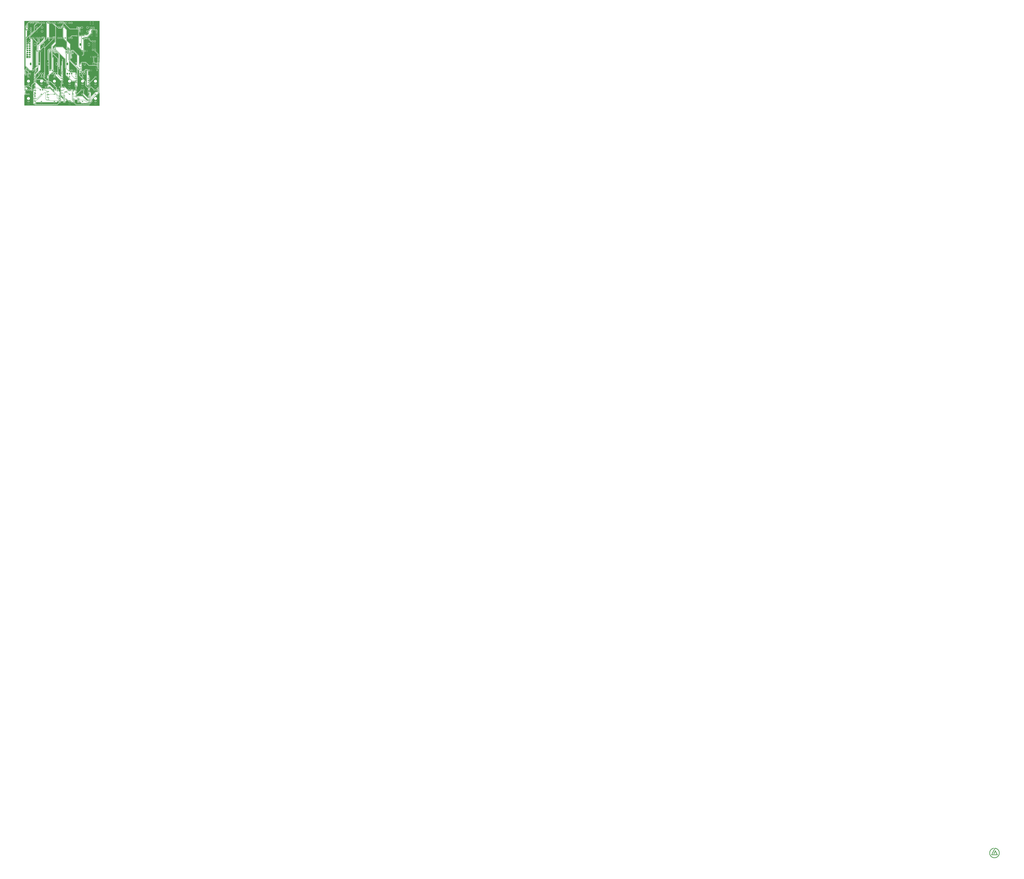
<source format=gtl>
G04 Layer: TopLayer*
G04 EasyEDA v6.5.14, 2022-08-24 14:40:41*
G04 9da48f2711ed4ad3adc4a7d986b87d78,bf633cf64d8a430dba0ab8f24d4e683d,10*
G04 Gerber Generator version 0.2*
G04 Scale: 100 percent, Rotated: No, Reflected: No *
G04 Dimensions in millimeters *
G04 leading zeros omitted , absolute positions ,4 integer and 5 decimal *
%FSLAX45Y45*%
%MOMM*%

%AMMACRO1*21,1,$1,$2,0,0,$3*%
%ADD10C,0.2540*%
%ADD11C,0.3810*%
%ADD12C,0.5080*%
%ADD13R,0.8000X0.9000*%
%ADD14R,1.0000X0.7500*%
%ADD15MACRO1,1.377X1.1325X-90.0000*%
%ADD16R,1.3770X1.1325*%
%ADD17MACRO1,1.377X1.1325X0.0000*%
%ADD18R,1.2500X0.7000*%
%ADD19R,0.7000X1.2500*%
%ADD20MACRO1,0.864X0.8065X-90.0000*%
%ADD21R,1.0000X1.1000*%
%ADD22MACRO1,0.864X0.8065X0.0000*%
%ADD23R,0.8640X0.8065*%
%ADD24O,2.0379944X0.5739892*%
%ADD25R,1.1000X2.8000*%
%ADD26R,2.8000X1.1000*%
%ADD27R,0.9000X0.8000*%
%ADD28R,1.0000X2.4000*%
%ADD29R,2.4000X1.0000*%
%ADD30R,1.1000X1.0000*%
%ADD31R,0.7500X1.0000*%
%ADD32MACRO1,0.864X0.8065X90.0000*%
%ADD33O,1.950212X0.5684012*%
%ADD34O,1.7314926000000002X0.3430016*%
%ADD35R,1.1000X2.5000*%
%ADD36MACRO1,3.6X2.34X0.0000*%
%ADD37R,0.5320X1.0375*%
%ADD38R,1.7000X0.4000*%
%ADD39O,1.7999964X0.8999982*%
%ADD40O,1.5999968X0.8999982*%
%ADD41C,1.5240*%
%ADD42O,1.651X3.175*%
%ADD43C,2.0000*%
%ADD44R,2.0000X2.0000*%
%ADD45R,1.7000X1.7000*%
%ADD46C,1.7000*%
%ADD47R,1.5240X1.5240*%
%ADD48C,0.6100*%
%ADD49C,0.6200*%
%ADD50C,0.6096*%
%ADD51C,0.0194*%

%LPD*%
G36*
X249174Y-2059482D02*
G01*
X245262Y-2058720D01*
X241960Y-2056536D01*
X239775Y-2053234D01*
X239014Y-2049322D01*
X239014Y-1970786D01*
X239775Y-1966925D01*
X241960Y-1963623D01*
X342544Y-1863039D01*
X347675Y-1856790D01*
X351231Y-1850136D01*
X353415Y-1842922D01*
X354228Y-1834896D01*
X354228Y-1170584D01*
X354990Y-1166672D01*
X357174Y-1163370D01*
X360476Y-1161186D01*
X364388Y-1160424D01*
X446938Y-1160424D01*
X453237Y-1159713D01*
X458724Y-1157782D01*
X463600Y-1154684D01*
X467715Y-1150620D01*
X470763Y-1145692D01*
X472693Y-1140256D01*
X473405Y-1133906D01*
X473405Y-1025093D01*
X472693Y-1018743D01*
X470763Y-1013307D01*
X467715Y-1008380D01*
X463600Y-1004316D01*
X458724Y-1001217D01*
X453339Y-999337D01*
X445312Y-998524D01*
X441706Y-997508D01*
X438759Y-995273D01*
X436778Y-992073D01*
X436118Y-988415D01*
X436118Y-853084D01*
X436778Y-849426D01*
X438759Y-846226D01*
X441706Y-843991D01*
X445312Y-842975D01*
X453339Y-842162D01*
X458724Y-840282D01*
X463600Y-837184D01*
X467715Y-833119D01*
X470763Y-828192D01*
X472693Y-822756D01*
X473405Y-816406D01*
X473405Y-707593D01*
X472693Y-701243D01*
X470763Y-695807D01*
X467715Y-690880D01*
X463600Y-686816D01*
X458724Y-683717D01*
X456895Y-683107D01*
X453135Y-680720D01*
X450697Y-676960D01*
X450138Y-672490D01*
X451053Y-663702D01*
X451053Y-565200D01*
X451612Y-561848D01*
X452678Y-558749D01*
X453390Y-552450D01*
X453390Y-463550D01*
X452678Y-457250D01*
X450799Y-451764D01*
X447700Y-446887D01*
X440639Y-440182D01*
X439013Y-436880D01*
X438607Y-433273D01*
X439521Y-429717D01*
X440486Y-427735D01*
X443026Y-418236D01*
X443890Y-408482D01*
X443026Y-398678D01*
X440486Y-389178D01*
X436321Y-380288D01*
X430682Y-372211D01*
X423722Y-365252D01*
X420928Y-363321D01*
X417982Y-360070D01*
X416661Y-355904D01*
X417220Y-351536D01*
X419608Y-347827D01*
X585520Y-181864D01*
X588822Y-179679D01*
X592734Y-178917D01*
X670712Y-178917D01*
X675030Y-179882D01*
X678535Y-182575D01*
X680567Y-186588D01*
X680669Y-191008D01*
X678891Y-195072D01*
X675944Y-199085D01*
X669391Y-211023D01*
X664514Y-223774D01*
X661314Y-237032D01*
X659993Y-250596D01*
X660450Y-264210D01*
X662686Y-277672D01*
X666750Y-290677D01*
X672490Y-303072D01*
X679805Y-314553D01*
X688594Y-324967D01*
X698754Y-334111D01*
X709980Y-341833D01*
X722122Y-347980D01*
X735025Y-352450D01*
X748385Y-355193D01*
X762000Y-356108D01*
X775614Y-355193D01*
X788974Y-352450D01*
X801878Y-347980D01*
X814019Y-341833D01*
X825246Y-334111D01*
X835406Y-324967D01*
X844194Y-314553D01*
X851509Y-303072D01*
X857250Y-290677D01*
X861314Y-277672D01*
X863549Y-264210D01*
X864006Y-250596D01*
X862685Y-237032D01*
X859485Y-223774D01*
X854608Y-211023D01*
X848055Y-199085D01*
X845108Y-195072D01*
X843330Y-191008D01*
X843432Y-186588D01*
X845464Y-182575D01*
X848969Y-179882D01*
X853287Y-178917D01*
X924712Y-178917D01*
X929030Y-179882D01*
X932535Y-182575D01*
X934567Y-186588D01*
X934669Y-191008D01*
X932891Y-195072D01*
X929944Y-199085D01*
X923391Y-211023D01*
X918514Y-223774D01*
X915314Y-237032D01*
X913993Y-250596D01*
X914450Y-264210D01*
X916686Y-277672D01*
X920750Y-290677D01*
X926490Y-303072D01*
X933805Y-314553D01*
X942594Y-324967D01*
X952753Y-334111D01*
X963980Y-341833D01*
X976121Y-347980D01*
X989025Y-352450D01*
X1002385Y-355193D01*
X1016000Y-356108D01*
X1029614Y-355193D01*
X1042974Y-352450D01*
X1055878Y-347980D01*
X1068019Y-341833D01*
X1079246Y-334111D01*
X1089406Y-324967D01*
X1098194Y-314553D01*
X1105509Y-303072D01*
X1111250Y-290677D01*
X1115314Y-277672D01*
X1117549Y-264210D01*
X1118006Y-250596D01*
X1116685Y-237032D01*
X1113485Y-223774D01*
X1108608Y-211023D01*
X1102055Y-199085D01*
X1099108Y-195072D01*
X1097330Y-191008D01*
X1097432Y-186588D01*
X1099464Y-182575D01*
X1102969Y-179882D01*
X1107287Y-178917D01*
X1157732Y-178917D01*
X1161643Y-179679D01*
X1164894Y-181864D01*
X1167130Y-185166D01*
X1167892Y-189077D01*
X1167892Y-209550D01*
X1225550Y-209550D01*
X1225550Y-189077D01*
X1226312Y-185166D01*
X1228547Y-181864D01*
X1231798Y-179679D01*
X1235710Y-178917D01*
X1304290Y-178917D01*
X1308201Y-179679D01*
X1311452Y-181864D01*
X1313688Y-185166D01*
X1314450Y-189077D01*
X1314450Y-209550D01*
X1372108Y-209550D01*
X1372108Y-189077D01*
X1372870Y-185166D01*
X1375105Y-181864D01*
X1378356Y-179679D01*
X1382268Y-178917D01*
X1432712Y-178917D01*
X1437030Y-179882D01*
X1440535Y-182575D01*
X1442567Y-186588D01*
X1442669Y-191008D01*
X1440891Y-195072D01*
X1437944Y-199085D01*
X1431391Y-211023D01*
X1426514Y-223774D01*
X1423314Y-237032D01*
X1421993Y-250596D01*
X1422450Y-264210D01*
X1424686Y-277672D01*
X1427835Y-287883D01*
X1428292Y-291490D01*
X1427429Y-295046D01*
X1425346Y-298043D01*
X1389430Y-333959D01*
X1386179Y-336143D01*
X1382268Y-336905D01*
X1378356Y-336143D01*
X1375105Y-333959D01*
X1372870Y-330657D01*
X1372108Y-326745D01*
X1372108Y-298450D01*
X1314450Y-298450D01*
X1314450Y-356108D01*
X1342745Y-356108D01*
X1346657Y-356870D01*
X1349959Y-359105D01*
X1352143Y-362356D01*
X1352905Y-366268D01*
X1352143Y-370179D01*
X1349959Y-373430D01*
X1177696Y-545744D01*
X1172565Y-551942D01*
X1169009Y-558647D01*
X1166825Y-565861D01*
X1166012Y-573887D01*
X1166012Y-1142644D01*
X1165250Y-1146505D01*
X1163015Y-1149807D01*
X904087Y-1408734D01*
X900785Y-1410970D01*
X896823Y-1411732D01*
X892860Y-1410868D01*
X889609Y-1408582D01*
X887425Y-1405178D01*
X886764Y-1401216D01*
X887018Y-1393596D01*
X885647Y-1380032D01*
X882497Y-1366774D01*
X877620Y-1354023D01*
X871067Y-1342085D01*
X862939Y-1331112D01*
X853490Y-1321308D01*
X842771Y-1312824D01*
X831037Y-1305864D01*
X818489Y-1300581D01*
X805332Y-1296974D01*
X791819Y-1295146D01*
X778205Y-1295146D01*
X764641Y-1296974D01*
X751535Y-1300581D01*
X738936Y-1305864D01*
X727202Y-1312824D01*
X716534Y-1321308D01*
X707034Y-1331112D01*
X698957Y-1342085D01*
X692404Y-1354023D01*
X687476Y-1366774D01*
X684326Y-1380032D01*
X682955Y-1393596D01*
X683412Y-1407210D01*
X685698Y-1420672D01*
X689711Y-1433677D01*
X695452Y-1446072D01*
X702818Y-1457553D01*
X711606Y-1467967D01*
X721715Y-1477111D01*
X732993Y-1484833D01*
X745134Y-1490980D01*
X758037Y-1495450D01*
X771398Y-1498193D01*
X785012Y-1499108D01*
X788822Y-1498803D01*
X792886Y-1499362D01*
X796391Y-1501444D01*
X798779Y-1504746D01*
X799693Y-1508760D01*
X798931Y-1512773D01*
X796696Y-1516126D01*
X256336Y-2056536D01*
X253034Y-2058720D01*
G37*

%LPC*%
G36*
X709371Y-1245108D02*
G01*
X860653Y-1245108D01*
X866952Y-1244396D01*
X872388Y-1242466D01*
X877316Y-1239418D01*
X881380Y-1235303D01*
X884478Y-1230426D01*
X886409Y-1224940D01*
X887120Y-1218641D01*
X887120Y-1067358D01*
X886409Y-1061059D01*
X884478Y-1055573D01*
X881380Y-1050696D01*
X877316Y-1046581D01*
X872388Y-1043533D01*
X866952Y-1041603D01*
X860653Y-1040892D01*
X709371Y-1040892D01*
X703072Y-1041603D01*
X697585Y-1043533D01*
X692708Y-1046581D01*
X688594Y-1050696D01*
X685495Y-1055573D01*
X683615Y-1061059D01*
X682904Y-1067358D01*
X682904Y-1218641D01*
X683615Y-1224940D01*
X685495Y-1230426D01*
X688594Y-1235303D01*
X692708Y-1239418D01*
X697585Y-1242466D01*
X703072Y-1244396D01*
G37*
G36*
X785012Y-991108D02*
G01*
X798626Y-990193D01*
X811987Y-987450D01*
X824839Y-982980D01*
X837031Y-976833D01*
X848258Y-969111D01*
X858367Y-959967D01*
X867206Y-949553D01*
X874521Y-938072D01*
X880262Y-925677D01*
X884326Y-912672D01*
X886561Y-899210D01*
X887018Y-885596D01*
X885647Y-872032D01*
X882497Y-858774D01*
X877620Y-846023D01*
X871067Y-834085D01*
X862939Y-823112D01*
X853490Y-813308D01*
X842771Y-804824D01*
X831037Y-797864D01*
X818489Y-792581D01*
X805332Y-788974D01*
X791819Y-787146D01*
X778205Y-787146D01*
X764641Y-788974D01*
X751535Y-792581D01*
X738936Y-797864D01*
X727202Y-804824D01*
X716534Y-813308D01*
X707034Y-823112D01*
X698957Y-834085D01*
X692404Y-846023D01*
X687476Y-858774D01*
X684326Y-872032D01*
X682955Y-885596D01*
X683412Y-899210D01*
X685698Y-912672D01*
X689711Y-925677D01*
X695452Y-938072D01*
X702818Y-949553D01*
X711606Y-959967D01*
X721715Y-969111D01*
X732993Y-976833D01*
X745134Y-982980D01*
X758037Y-987450D01*
X771398Y-990193D01*
G37*
G36*
X1194358Y-356108D02*
G01*
X1225550Y-356108D01*
X1225550Y-298450D01*
X1167892Y-298450D01*
X1167892Y-329641D01*
X1168603Y-335940D01*
X1170533Y-341426D01*
X1173581Y-346303D01*
X1177696Y-350418D01*
X1182573Y-353466D01*
X1188059Y-355396D01*
G37*

%LPD*%
G36*
X4925009Y-3449421D02*
G01*
X4921148Y-3448608D01*
X4917846Y-3446424D01*
X4557877Y-3086455D01*
X4551629Y-3081324D01*
X4544974Y-3077768D01*
X4537760Y-3075584D01*
X4529734Y-3074822D01*
X3764076Y-3074822D01*
X3759962Y-3073908D01*
X3756558Y-3071469D01*
X3754424Y-3067862D01*
X3711346Y-3067862D01*
X3709212Y-3071469D01*
X3705809Y-3073908D01*
X3701694Y-3074822D01*
X3664305Y-3074822D01*
X3660190Y-3073908D01*
X3656787Y-3071469D01*
X3654653Y-3067862D01*
X3612083Y-3067862D01*
X3611168Y-3072028D01*
X3608628Y-3075482D01*
X3597554Y-3081324D01*
X3591306Y-3086455D01*
X3569309Y-3108452D01*
X3564178Y-3114700D01*
X3560622Y-3121355D01*
X3558438Y-3128568D01*
X3557625Y-3136595D01*
X3557625Y-3162604D01*
X3556863Y-3166516D01*
X3554679Y-3169818D01*
X3426764Y-3297682D01*
X3423564Y-3299866D01*
X3419754Y-3300679D01*
X3415944Y-3300018D01*
X3412642Y-3297936D01*
X3410407Y-3294837D01*
X3407460Y-3288537D01*
X3401822Y-3280511D01*
X3400247Y-3278886D01*
X3398012Y-3275584D01*
X3397250Y-3271723D01*
X3397250Y-3039414D01*
X3398012Y-3035554D01*
X3400247Y-3032252D01*
X3729075Y-2703372D01*
X3734206Y-2697175D01*
X3737762Y-2690469D01*
X3739946Y-2683256D01*
X3740759Y-2675229D01*
X3740759Y-2144268D01*
X3741521Y-2140356D01*
X3743706Y-2137105D01*
X3747008Y-2134870D01*
X3750919Y-2134108D01*
X3765550Y-2134108D01*
X3765550Y-2076450D01*
X3750919Y-2076450D01*
X3747008Y-2075688D01*
X3743706Y-2073452D01*
X3741521Y-2070201D01*
X3740759Y-2066289D01*
X3740759Y-1997710D01*
X3741521Y-1993798D01*
X3743706Y-1990547D01*
X3747008Y-1988312D01*
X3750919Y-1987550D01*
X3765550Y-1987550D01*
X3765550Y-1929892D01*
X3750919Y-1929892D01*
X3747008Y-1929130D01*
X3743706Y-1926894D01*
X3741521Y-1923643D01*
X3740759Y-1919732D01*
X3740759Y-668629D01*
X3741521Y-664718D01*
X3743706Y-661416D01*
X3747008Y-659231D01*
X3750919Y-658469D01*
X3754780Y-659231D01*
X3758082Y-661416D01*
X4006138Y-909472D01*
X4012387Y-914603D01*
X4019042Y-918159D01*
X4026255Y-920343D01*
X4034282Y-921156D01*
X4365904Y-921156D01*
X4373930Y-920343D01*
X4381144Y-918159D01*
X4387799Y-914603D01*
X4394047Y-909472D01*
X4471924Y-831596D01*
X4476800Y-825703D01*
X4480356Y-822909D01*
X4484725Y-821994D01*
X4489145Y-823010D01*
X4492599Y-825855D01*
X4496308Y-830478D01*
X4506112Y-839978D01*
X4517085Y-848055D01*
X4521758Y-850595D01*
X4524552Y-852881D01*
X4526381Y-855980D01*
X4527042Y-859536D01*
X4527042Y-1934464D01*
X4526432Y-1937918D01*
X4524705Y-1940915D01*
X4522063Y-1943201D01*
X4514240Y-1947824D01*
X4503521Y-1956307D01*
X4494022Y-1966112D01*
X4485944Y-1977085D01*
X4479391Y-1989023D01*
X4474514Y-2001774D01*
X4471314Y-2015032D01*
X4469993Y-2028596D01*
X4470450Y-2042210D01*
X4472686Y-2055672D01*
X4476750Y-2068677D01*
X4482490Y-2081072D01*
X4489805Y-2092553D01*
X4498594Y-2102967D01*
X4508754Y-2112111D01*
X4519980Y-2119833D01*
X4532122Y-2125980D01*
X4545025Y-2130450D01*
X4558385Y-2133193D01*
X4572000Y-2134108D01*
X4585563Y-2133193D01*
X4600092Y-2130145D01*
X4603445Y-2130044D01*
X4606645Y-2130958D01*
X4609338Y-2132939D01*
X4962042Y-2485644D01*
X4964277Y-2488946D01*
X4965039Y-2492806D01*
X4965039Y-3160826D01*
X4964430Y-3164230D01*
X4962753Y-3167227D01*
X4960162Y-3169513D01*
X4953863Y-3173323D01*
X4949799Y-3177387D01*
X4946700Y-3182264D01*
X4944821Y-3187750D01*
X4944110Y-3194050D01*
X4944110Y-3282950D01*
X4944821Y-3289249D01*
X4946700Y-3294735D01*
X4949799Y-3299612D01*
X4953914Y-3303727D01*
X4958791Y-3306775D01*
X4964277Y-3308705D01*
X4970576Y-3309416D01*
X5014874Y-3309416D01*
X5018786Y-3310178D01*
X5022088Y-3312363D01*
X5134457Y-3424783D01*
X5136642Y-3428034D01*
X5137454Y-3431946D01*
X5136642Y-3435807D01*
X5134457Y-3439109D01*
X5131155Y-3441344D01*
X5127294Y-3442106D01*
X5033060Y-3442106D01*
X5026761Y-3442817D01*
X5021275Y-3444748D01*
X5016347Y-3447846D01*
X5013756Y-3449015D01*
X5010912Y-3449421D01*
G37*

%LPC*%
G36*
X3711854Y-3015183D02*
G01*
X3753916Y-3015183D01*
X3753916Y-3002076D01*
X3753205Y-2995777D01*
X3751275Y-2990291D01*
X3748227Y-2985414D01*
X3744112Y-2981299D01*
X3739235Y-2978200D01*
X3733749Y-2976321D01*
X3727450Y-2975610D01*
X3711854Y-2975610D01*
G37*
G36*
X3612083Y-3015183D02*
G01*
X3654145Y-3015183D01*
X3654145Y-2975610D01*
X3638550Y-2975610D01*
X3632250Y-2976321D01*
X3626764Y-2978200D01*
X3621887Y-2981299D01*
X3617772Y-2985414D01*
X3614724Y-2990291D01*
X3612794Y-2995777D01*
X3612083Y-3002076D01*
G37*
G36*
X3854450Y-2134108D02*
G01*
X3885641Y-2134108D01*
X3891940Y-2133396D01*
X3897426Y-2131466D01*
X3902303Y-2128418D01*
X3906418Y-2124303D01*
X3909466Y-2119426D01*
X3911396Y-2113940D01*
X3912108Y-2107641D01*
X3912108Y-2076450D01*
X3854450Y-2076450D01*
G37*
G36*
X4318000Y-2134108D02*
G01*
X4331614Y-2133193D01*
X4344974Y-2130450D01*
X4357878Y-2125980D01*
X4370019Y-2119833D01*
X4381246Y-2112111D01*
X4391406Y-2102967D01*
X4400194Y-2092553D01*
X4407509Y-2081072D01*
X4413250Y-2068677D01*
X4417314Y-2055672D01*
X4419549Y-2042210D01*
X4420006Y-2028596D01*
X4418685Y-2015032D01*
X4415485Y-2001774D01*
X4410608Y-1989023D01*
X4404055Y-1977085D01*
X4395978Y-1966112D01*
X4386478Y-1956307D01*
X4375759Y-1947824D01*
X4364024Y-1940864D01*
X4351477Y-1935581D01*
X4338320Y-1931974D01*
X4324807Y-1930146D01*
X4311192Y-1930146D01*
X4297680Y-1931974D01*
X4284522Y-1935581D01*
X4271975Y-1940864D01*
X4260240Y-1947824D01*
X4249521Y-1956307D01*
X4240022Y-1966112D01*
X4231944Y-1977085D01*
X4225391Y-1989023D01*
X4220514Y-2001774D01*
X4217314Y-2015032D01*
X4215993Y-2028596D01*
X4216450Y-2042210D01*
X4218686Y-2055672D01*
X4222750Y-2068677D01*
X4228490Y-2081072D01*
X4235805Y-2092553D01*
X4244594Y-2102967D01*
X4254754Y-2112111D01*
X4265980Y-2119833D01*
X4278122Y-2125980D01*
X4291025Y-2130450D01*
X4304385Y-2133193D01*
G37*
G36*
X4064000Y-2134108D02*
G01*
X4077614Y-2133193D01*
X4090974Y-2130450D01*
X4103878Y-2125980D01*
X4116019Y-2119833D01*
X4127246Y-2112111D01*
X4137406Y-2102967D01*
X4146194Y-2092553D01*
X4153509Y-2081072D01*
X4159250Y-2068677D01*
X4163314Y-2055672D01*
X4165549Y-2042210D01*
X4166006Y-2028596D01*
X4164685Y-2015032D01*
X4161485Y-2001774D01*
X4156608Y-1989023D01*
X4150055Y-1977085D01*
X4141978Y-1966112D01*
X4132478Y-1956307D01*
X4121759Y-1947824D01*
X4110024Y-1940864D01*
X4097477Y-1935581D01*
X4084320Y-1931974D01*
X4070807Y-1930146D01*
X4057192Y-1930146D01*
X4043679Y-1931974D01*
X4030522Y-1935581D01*
X4017975Y-1940864D01*
X4006240Y-1947824D01*
X3995521Y-1956307D01*
X3986022Y-1966112D01*
X3977944Y-1977085D01*
X3971391Y-1989023D01*
X3966514Y-2001774D01*
X3963314Y-2015032D01*
X3961993Y-2028596D01*
X3962450Y-2042210D01*
X3964686Y-2055672D01*
X3968750Y-2068677D01*
X3974490Y-2081072D01*
X3981805Y-2092553D01*
X3990594Y-2102967D01*
X4000754Y-2112111D01*
X4011980Y-2119833D01*
X4024122Y-2125980D01*
X4037025Y-2130450D01*
X4050385Y-2133193D01*
G37*
G36*
X3854450Y-1987550D02*
G01*
X3912108Y-1987550D01*
X3912108Y-1956358D01*
X3911396Y-1950059D01*
X3909466Y-1944573D01*
X3906418Y-1939696D01*
X3902303Y-1935581D01*
X3897426Y-1932533D01*
X3891940Y-1930603D01*
X3885641Y-1929892D01*
X3854450Y-1929892D01*
G37*

%LPD*%
G36*
X5300014Y-3518103D02*
G01*
X5296103Y-3517341D01*
X5292852Y-3515106D01*
X5290515Y-3512820D01*
X5286248Y-3509822D01*
X5283911Y-3507536D01*
X5282438Y-3504692D01*
X5281930Y-3501491D01*
X5281879Y-3443071D01*
X5280660Y-3434537D01*
X5278018Y-3426663D01*
X5274005Y-3419398D01*
X5268417Y-3412693D01*
X5248656Y-3392982D01*
X5241747Y-3387750D01*
X5234228Y-3384042D01*
X5228488Y-3382264D01*
X5220970Y-3381197D01*
X5217820Y-3380232D01*
X5215178Y-3378301D01*
X5163616Y-3326739D01*
X5161737Y-3323996D01*
X5158994Y-3322116D01*
X5126634Y-3289757D01*
X5124399Y-3286455D01*
X5123637Y-3282594D01*
X5123637Y-3267354D01*
X5108397Y-3267354D01*
X5104536Y-3266592D01*
X5101234Y-3264357D01*
X5078882Y-3242056D01*
X5076698Y-3238754D01*
X5075936Y-3234842D01*
X5075936Y-3219805D01*
X5076698Y-3215944D01*
X5078882Y-3212642D01*
X5082184Y-3210407D01*
X5086096Y-3209645D01*
X5123637Y-3209645D01*
X5123637Y-3167583D01*
X5116728Y-3167583D01*
X5112918Y-3166821D01*
X5109616Y-3164687D01*
X5107432Y-3161487D01*
X5106568Y-3157677D01*
X5107228Y-3153816D01*
X5109311Y-3150514D01*
X5120741Y-3142488D01*
X5122367Y-3140862D01*
X5125669Y-3138678D01*
X5131104Y-3137916D01*
X5135016Y-3138678D01*
X5138318Y-3140862D01*
X5173370Y-3175914D01*
X5175554Y-3179216D01*
X5176316Y-3183128D01*
X5176316Y-3209645D01*
X5202885Y-3209645D01*
X5206746Y-3210407D01*
X5210048Y-3212642D01*
X5307177Y-3309772D01*
X5309412Y-3313074D01*
X5310174Y-3316935D01*
X5310174Y-3507943D01*
X5309412Y-3511804D01*
X5307177Y-3515106D01*
X5303926Y-3517341D01*
G37*

%LPC*%
G36*
X5176316Y-3309416D02*
G01*
X5189423Y-3309416D01*
X5195722Y-3308705D01*
X5201208Y-3306775D01*
X5206085Y-3303727D01*
X5210200Y-3299612D01*
X5213299Y-3294735D01*
X5215178Y-3289249D01*
X5215890Y-3282950D01*
X5215890Y-3267354D01*
X5176316Y-3267354D01*
G37*

%LPD*%
G36*
X4995875Y-3809034D02*
G01*
X4991862Y-3807968D01*
X4988661Y-3805428D01*
X4986680Y-3801821D01*
X4986070Y-3799840D01*
X4982464Y-3793032D01*
X4978958Y-3788562D01*
X4930698Y-3734612D01*
X4928768Y-3731463D01*
X4928108Y-3727856D01*
X4928108Y-3639718D01*
X4928870Y-3635806D01*
X4931105Y-3632504D01*
X4969052Y-3594557D01*
X4972354Y-3592322D01*
X4976266Y-3591560D01*
X4996434Y-3591560D01*
X5000294Y-3592322D01*
X5003596Y-3594506D01*
X5005781Y-3597808D01*
X5006594Y-3601669D01*
X5071872Y-3601669D01*
X5075072Y-3599637D01*
X5078780Y-3598926D01*
X5156200Y-3598926D01*
X5159908Y-3599637D01*
X5163108Y-3601669D01*
X5181854Y-3601669D01*
X5185714Y-3602431D01*
X5189016Y-3604615D01*
X5191201Y-3607917D01*
X5192014Y-3611829D01*
X5192014Y-3624224D01*
X5191201Y-3628085D01*
X5189016Y-3631387D01*
X5185714Y-3633571D01*
X5181854Y-3634384D01*
X5163108Y-3634384D01*
X5159908Y-3636365D01*
X5156200Y-3637076D01*
X5078780Y-3637076D01*
X5075072Y-3636365D01*
X5071872Y-3634384D01*
X5006594Y-3634384D01*
X5006594Y-3637432D01*
X5007305Y-3643782D01*
X5008473Y-3647135D01*
X5009032Y-3650487D01*
X5008473Y-3653840D01*
X5007305Y-3657244D01*
X5006594Y-3663594D01*
X5006594Y-3702456D01*
X5007305Y-3708755D01*
X5008473Y-3712159D01*
X5009032Y-3715512D01*
X5008473Y-3718864D01*
X5007305Y-3722268D01*
X5006594Y-3728567D01*
X5006594Y-3731666D01*
X5071872Y-3731666D01*
X5075072Y-3729634D01*
X5078780Y-3728923D01*
X5156200Y-3728923D01*
X5159908Y-3729634D01*
X5163108Y-3731666D01*
X5217617Y-3731666D01*
X5221528Y-3732428D01*
X5224830Y-3734612D01*
X5237226Y-3747008D01*
X5239410Y-3750310D01*
X5240172Y-3754221D01*
X5239410Y-3758082D01*
X5237226Y-3761384D01*
X5233924Y-3763568D01*
X5230012Y-3764381D01*
X5163108Y-3764381D01*
X5159908Y-3766362D01*
X5156200Y-3767074D01*
X5078780Y-3767074D01*
X5075072Y-3766362D01*
X5071872Y-3764381D01*
X5006594Y-3764381D01*
X5006594Y-3767429D01*
X5007305Y-3773779D01*
X5008473Y-3777132D01*
X5009032Y-3780485D01*
X5008473Y-3783837D01*
X5007305Y-3787241D01*
X5006594Y-3793591D01*
X5006594Y-3798874D01*
X5005730Y-3802887D01*
X5003393Y-3806291D01*
X4999888Y-3808425D01*
G37*

%LPD*%
G36*
X334822Y-4360773D02*
G01*
X330911Y-4359960D01*
X327609Y-4357776D01*
X325424Y-4354474D01*
X324662Y-4350613D01*
X324662Y-4310837D01*
X301650Y-4310837D01*
X297738Y-4310075D01*
X294436Y-4307890D01*
X292252Y-4304588D01*
X291490Y-4300677D01*
X291490Y-4208322D01*
X292252Y-4204411D01*
X294436Y-4201109D01*
X297738Y-4198924D01*
X301650Y-4198162D01*
X324662Y-4198162D01*
X324662Y-4128363D01*
X325374Y-4124655D01*
X327355Y-4121454D01*
X330403Y-4119219D01*
X334060Y-4118254D01*
X337820Y-4118660D01*
X350875Y-4122724D01*
X365810Y-4125468D01*
X381000Y-4126382D01*
X396189Y-4125468D01*
X411124Y-4122724D01*
X424180Y-4118660D01*
X427939Y-4118254D01*
X431596Y-4119219D01*
X434644Y-4121454D01*
X436626Y-4124655D01*
X437337Y-4128363D01*
X437337Y-4198162D01*
X507136Y-4198162D01*
X510844Y-4198874D01*
X514045Y-4200855D01*
X516280Y-4203903D01*
X517245Y-4207560D01*
X516839Y-4211320D01*
X512775Y-4224375D01*
X510032Y-4239310D01*
X509117Y-4254500D01*
X510032Y-4269689D01*
X512775Y-4284624D01*
X516839Y-4297680D01*
X517245Y-4301439D01*
X516280Y-4305096D01*
X514045Y-4308144D01*
X510844Y-4310126D01*
X507136Y-4310837D01*
X437337Y-4310837D01*
X437337Y-4350613D01*
X436575Y-4354474D01*
X434390Y-4357776D01*
X431088Y-4359960D01*
X427177Y-4360773D01*
G37*

%LPD*%
G36*
X5977788Y-5169103D02*
G01*
X5973775Y-5168392D01*
X5970371Y-5166156D01*
X5439105Y-4634890D01*
X5436920Y-4631588D01*
X5436158Y-4627676D01*
X5436158Y-4431080D01*
X5436920Y-4427220D01*
X5439105Y-4423918D01*
X5442407Y-4421682D01*
X5446318Y-4420920D01*
X5450179Y-4421682D01*
X5453481Y-4423918D01*
X5469890Y-4440326D01*
X5476138Y-4445457D01*
X5482793Y-4449013D01*
X5490006Y-4451197D01*
X5498033Y-4452010D01*
X5555996Y-4452010D01*
X5564022Y-4451197D01*
X5571236Y-4449013D01*
X5577941Y-4445457D01*
X5584139Y-4440326D01*
X5619800Y-4404664D01*
X5624931Y-4398467D01*
X5628487Y-4391761D01*
X5630672Y-4384548D01*
X5631484Y-4376521D01*
X5631484Y-4208272D01*
X5630672Y-4200245D01*
X5628487Y-4193032D01*
X5624931Y-4186326D01*
X5619800Y-4180128D01*
X5606186Y-4166514D01*
X5604002Y-4163212D01*
X5603240Y-4159300D01*
X5603240Y-3934053D01*
X5604002Y-3930142D01*
X5606186Y-3926890D01*
X5609488Y-3924655D01*
X5613400Y-3923893D01*
X5761939Y-3923893D01*
X5768238Y-3923182D01*
X5773724Y-3921251D01*
X5778601Y-3918204D01*
X5782716Y-3914089D01*
X5785764Y-3909212D01*
X5787694Y-3903726D01*
X5788406Y-3897426D01*
X5788406Y-3858564D01*
X5787694Y-3852214D01*
X5786526Y-3848862D01*
X5785967Y-3845509D01*
X5786526Y-3842156D01*
X5787694Y-3838752D01*
X5788406Y-3832402D01*
X5788406Y-3793540D01*
X5787694Y-3787241D01*
X5786526Y-3783837D01*
X5785967Y-3780485D01*
X5786526Y-3777132D01*
X5787694Y-3773728D01*
X5788406Y-3767429D01*
X5788406Y-3764330D01*
X5723128Y-3764330D01*
X5719927Y-3766362D01*
X5716219Y-3767074D01*
X5638800Y-3767074D01*
X5635091Y-3766362D01*
X5631891Y-3764330D01*
X5566613Y-3764330D01*
X5565902Y-3768699D01*
X5563971Y-3771849D01*
X5561025Y-3774084D01*
X5549849Y-3777386D01*
X5543194Y-3780942D01*
X5536946Y-3786073D01*
X5496915Y-3826103D01*
X5491784Y-3832351D01*
X5488228Y-3839006D01*
X5487517Y-3841343D01*
X5485688Y-3844798D01*
X5482742Y-3847287D01*
X5479034Y-3848506D01*
X5475173Y-3848201D01*
X5470499Y-3846982D01*
X5460695Y-3846118D01*
X5450890Y-3846982D01*
X5448909Y-3847490D01*
X5445252Y-3847795D01*
X5441696Y-3846728D01*
X5438749Y-3844493D01*
X5436819Y-3841343D01*
X5436158Y-3837686D01*
X5436158Y-3724605D01*
X5437022Y-3720439D01*
X5439562Y-3717036D01*
X5443220Y-3714902D01*
X5447487Y-3714496D01*
X5451500Y-3715867D01*
X5454599Y-3718763D01*
X5458206Y-3723894D01*
X5465165Y-3730853D01*
X5473192Y-3736492D01*
X5482082Y-3740658D01*
X5491581Y-3743198D01*
X5501386Y-3744061D01*
X5511190Y-3743198D01*
X5520690Y-3740658D01*
X5529580Y-3736492D01*
X5537606Y-3730853D01*
X5544566Y-3723894D01*
X5548579Y-3718204D01*
X5551830Y-3715207D01*
X5556097Y-3713886D01*
X5560466Y-3714546D01*
X5564174Y-3716985D01*
X5566511Y-3720744D01*
X5566968Y-3725164D01*
X5566613Y-3731666D01*
X5628640Y-3731666D01*
X5628640Y-3699357D01*
X5567832Y-3699357D01*
X5563717Y-3698494D01*
X5560314Y-3696055D01*
X5558180Y-3692448D01*
X5556859Y-3677665D01*
X5557367Y-3673551D01*
X5559501Y-3669944D01*
X5562904Y-3667506D01*
X5567019Y-3666642D01*
X5628640Y-3666642D01*
X5628640Y-3634333D01*
X5566613Y-3634333D01*
X5566613Y-3637432D01*
X5567324Y-3643731D01*
X5568492Y-3647135D01*
X5569051Y-3650487D01*
X5568492Y-3653840D01*
X5567629Y-3656329D01*
X5565292Y-3660089D01*
X5561584Y-3662476D01*
X5557215Y-3663086D01*
X5552998Y-3661765D01*
X5549696Y-3658819D01*
X5544566Y-3651453D01*
X5542991Y-3649827D01*
X5540756Y-3646525D01*
X5539994Y-3642664D01*
X5539994Y-3571443D01*
X5540756Y-3567531D01*
X5542991Y-3564229D01*
X5549239Y-3557930D01*
X5552541Y-3555746D01*
X5556453Y-3554984D01*
X5560314Y-3555746D01*
X5563616Y-3557930D01*
X5565851Y-3561232D01*
X5566613Y-3565144D01*
X5566613Y-3572408D01*
X5567324Y-3578758D01*
X5568492Y-3582162D01*
X5569051Y-3585514D01*
X5568492Y-3588867D01*
X5567324Y-3592220D01*
X5566613Y-3598570D01*
X5566613Y-3601669D01*
X5631891Y-3601669D01*
X5635091Y-3599637D01*
X5638800Y-3598926D01*
X5716219Y-3598926D01*
X5719927Y-3599637D01*
X5723128Y-3601669D01*
X5780278Y-3601669D01*
X5784138Y-3602431D01*
X5787440Y-3604615D01*
X5799836Y-3617010D01*
X5802477Y-3620719D01*
X5805779Y-3622954D01*
X6197498Y-4014673D01*
X6199733Y-4017975D01*
X6200495Y-4021886D01*
X6200495Y-4931918D01*
X6199682Y-4935931D01*
X6197346Y-4939284D01*
X6193891Y-4941468D01*
X6189878Y-4942078D01*
X6185916Y-4941062D01*
X6182664Y-4938623D01*
X6172657Y-4927092D01*
X6161989Y-4917795D01*
X6150203Y-4909870D01*
X6137503Y-4903622D01*
X6124041Y-4899050D01*
X6110173Y-4896307D01*
X6096000Y-4895342D01*
X6081826Y-4896307D01*
X6067958Y-4899050D01*
X6054496Y-4903622D01*
X6041796Y-4909870D01*
X6030010Y-4917795D01*
X6019342Y-4927142D01*
X6009995Y-4937810D01*
X6002070Y-4949596D01*
X5995822Y-4962296D01*
X5991250Y-4975758D01*
X5988507Y-4989626D01*
X5987542Y-5004155D01*
X5987542Y-5155844D01*
X5987694Y-5158282D01*
X5987135Y-5162346D01*
X5985052Y-5165852D01*
X5981750Y-5168239D01*
G37*

%LPC*%
G36*
X5726379Y-3731666D02*
G01*
X5788406Y-3731666D01*
X5788406Y-3728567D01*
X5787694Y-3722217D01*
X5786526Y-3718864D01*
X5785967Y-3715512D01*
X5786526Y-3712159D01*
X5787694Y-3708755D01*
X5788406Y-3702405D01*
X5788406Y-3699357D01*
X5726379Y-3699357D01*
G37*
G36*
X5726379Y-3666642D02*
G01*
X5788406Y-3666642D01*
X5788406Y-3663543D01*
X5787694Y-3657244D01*
X5786526Y-3653840D01*
X5785967Y-3650487D01*
X5786526Y-3647135D01*
X5787694Y-3643731D01*
X5788406Y-3637432D01*
X5788406Y-3634333D01*
X5726379Y-3634333D01*
G37*

%LPD*%
G36*
X2966821Y-5774690D02*
G01*
X2962960Y-5773928D01*
X2959709Y-5771692D01*
X2957576Y-5768390D01*
X2956763Y-5764530D01*
X2956763Y-3815435D01*
X2957576Y-3811473D01*
X2959862Y-3808120D01*
X2963316Y-3805936D01*
X2967278Y-3805275D01*
X2971241Y-3806190D01*
X2974492Y-3808577D01*
X2980537Y-3815283D01*
X2986887Y-3820058D01*
X2993948Y-3823614D01*
X3001619Y-3825798D01*
X3010001Y-3826560D01*
X3029305Y-3826560D01*
X3029305Y-3798417D01*
X2966974Y-3798417D01*
X2963062Y-3797655D01*
X2959760Y-3795471D01*
X2957576Y-3792169D01*
X2956763Y-3788257D01*
X2956763Y-3778758D01*
X2957576Y-3774846D01*
X2959760Y-3771544D01*
X2963062Y-3769360D01*
X2966974Y-3768598D01*
X3029305Y-3768598D01*
X3029305Y-3733444D01*
X2966974Y-3733444D01*
X2963062Y-3732631D01*
X2959760Y-3730447D01*
X2957576Y-3727145D01*
X2956763Y-3723284D01*
X2956763Y-3713734D01*
X2957576Y-3709822D01*
X2959760Y-3706571D01*
X2963062Y-3704336D01*
X2966974Y-3703574D01*
X3029305Y-3703574D01*
X3029305Y-3668420D01*
X2966974Y-3668420D01*
X2963062Y-3667658D01*
X2959760Y-3665474D01*
X2957576Y-3662172D01*
X2956763Y-3658260D01*
X2956763Y-3648760D01*
X2957576Y-3644849D01*
X2959760Y-3641547D01*
X2963062Y-3639362D01*
X2966974Y-3638600D01*
X3029813Y-3638600D01*
X3031896Y-3634943D01*
X3035350Y-3632454D01*
X3039465Y-3631539D01*
X3118408Y-3631539D01*
X3122523Y-3632454D01*
X3125978Y-3634943D01*
X3128060Y-3638600D01*
X3189020Y-3638600D01*
X3188766Y-3637076D01*
X3189579Y-3633266D01*
X3191764Y-3630015D01*
X3195066Y-3627882D01*
X3198926Y-3627120D01*
X3220415Y-3627120D01*
X3224276Y-3627882D01*
X3227578Y-3630117D01*
X3229762Y-3633368D01*
X3230575Y-3637279D01*
X3229762Y-3641191D01*
X3227578Y-3644442D01*
X3206597Y-3665474D01*
X3203295Y-3667658D01*
X3199384Y-3668420D01*
X3128568Y-3668420D01*
X3128568Y-3703574D01*
X3159709Y-3703574D01*
X3163773Y-3704437D01*
X3167126Y-3706825D01*
X3169310Y-3710381D01*
X3169818Y-3714496D01*
X3169107Y-3724046D01*
X3168142Y-3727653D01*
X3165856Y-3730701D01*
X3162706Y-3732733D01*
X3158947Y-3733444D01*
X3128568Y-3733444D01*
X3128568Y-3768598D01*
X3158947Y-3768598D01*
X3162858Y-3769360D01*
X3166160Y-3771544D01*
X3168345Y-3774846D01*
X3169158Y-3778758D01*
X3169158Y-3788257D01*
X3168345Y-3792169D01*
X3166160Y-3795471D01*
X3162858Y-3797655D01*
X3158947Y-3798417D01*
X3128568Y-3798417D01*
X3128568Y-3826560D01*
X3147872Y-3826560D01*
X3159963Y-3825443D01*
X3163519Y-3826510D01*
X3166516Y-3828745D01*
X3168446Y-3831894D01*
X3169158Y-3835552D01*
X3169158Y-5653074D01*
X3168345Y-5656986D01*
X3166160Y-5660288D01*
X3085185Y-5741212D01*
X3082188Y-5743295D01*
X3078632Y-5744159D01*
X3075025Y-5743752D01*
X3071672Y-5742686D01*
X3058210Y-5740450D01*
X3044596Y-5739993D01*
X3031032Y-5741314D01*
X3017774Y-5744514D01*
X3005023Y-5749391D01*
X2993085Y-5755944D01*
X2982112Y-5764022D01*
X2974035Y-5771845D01*
X2970682Y-5773978D01*
G37*

%LPD*%
G36*
X36068Y-5796026D02*
G01*
X32156Y-5795264D01*
X28905Y-5793079D01*
X26670Y-5789777D01*
X25908Y-5785866D01*
X25908Y-36068D01*
X26670Y-32156D01*
X28905Y-28905D01*
X32156Y-26670D01*
X36068Y-25908D01*
X8853932Y-25908D01*
X8857843Y-26670D01*
X8861094Y-28905D01*
X8863330Y-32156D01*
X8864092Y-36068D01*
X8864092Y-4904384D01*
X8863126Y-4908753D01*
X8860332Y-4912258D01*
X8856370Y-4914239D01*
X8851900Y-4914341D01*
X8847785Y-4912461D01*
X8844940Y-4909058D01*
X8843314Y-4905959D01*
X8840876Y-4902149D01*
X8838184Y-4898593D01*
X8834983Y-4895138D01*
X8770467Y-4830622D01*
X8768232Y-4827219D01*
X8767521Y-4823256D01*
X8768435Y-4819243D01*
X8770823Y-4815941D01*
X8774328Y-4813858D01*
X8779560Y-4812030D01*
X8784488Y-4808931D01*
X8788552Y-4804867D01*
X8791651Y-4799939D01*
X8793581Y-4794504D01*
X8794292Y-4788154D01*
X8794292Y-4676038D01*
X8793581Y-4669739D01*
X8791651Y-4664303D01*
X8788552Y-4659376D01*
X8784488Y-4655312D01*
X8779560Y-4652213D01*
X8774125Y-4650282D01*
X8767775Y-4649571D01*
X8631224Y-4649571D01*
X8624925Y-4650282D01*
X8619439Y-4652213D01*
X8614562Y-4655312D01*
X8610447Y-4659376D01*
X8607399Y-4664303D01*
X8605469Y-4669739D01*
X8604758Y-4676038D01*
X8604758Y-4788154D01*
X8605469Y-4794504D01*
X8607399Y-4799939D01*
X8610447Y-4804867D01*
X8617254Y-4811420D01*
X8618880Y-4814671D01*
X8619286Y-4818227D01*
X8618423Y-4821783D01*
X8616340Y-4824730D01*
X8496706Y-4944414D01*
X8493404Y-4946599D01*
X8489492Y-4947412D01*
X8457438Y-4947412D01*
X8451088Y-4948123D01*
X8445652Y-4950002D01*
X8440724Y-4953101D01*
X8438845Y-4954981D01*
X8435543Y-4957216D01*
X8431631Y-4957978D01*
X8427770Y-4957216D01*
X8424468Y-4954981D01*
X8218830Y-4749393D01*
X8216646Y-4746091D01*
X8215884Y-4742180D01*
X8215884Y-4565700D01*
X8216798Y-4561382D01*
X8217509Y-4559858D01*
X8220049Y-4550359D01*
X8220913Y-4540605D01*
X8220049Y-4530801D01*
X8217509Y-4521301D01*
X8216798Y-4519777D01*
X8215884Y-4515459D01*
X8215884Y-4340555D01*
X8216646Y-4336694D01*
X8218830Y-4333392D01*
X8222132Y-4331157D01*
X8226044Y-4330395D01*
X8447430Y-4330395D01*
X8453729Y-4329684D01*
X8459216Y-4327804D01*
X8464092Y-4324705D01*
X8468207Y-4320590D01*
X8471306Y-4315714D01*
X8473186Y-4310227D01*
X8473897Y-4303928D01*
X8473897Y-4205071D01*
X8473186Y-4198772D01*
X8471306Y-4193286D01*
X8468207Y-4188409D01*
X8464092Y-4184294D01*
X8459216Y-4181195D01*
X8453729Y-4179315D01*
X8447430Y-4178604D01*
X8208568Y-4178604D01*
X8202269Y-4179315D01*
X8196783Y-4181195D01*
X8191906Y-4184294D01*
X8187791Y-4188409D01*
X8184692Y-4193286D01*
X8183625Y-4196384D01*
X8181492Y-4199940D01*
X8178088Y-4202328D01*
X8174024Y-4203192D01*
X8164982Y-4203192D01*
X8155635Y-4204004D01*
X8146999Y-4206341D01*
X8138922Y-4210100D01*
X8131606Y-4215231D01*
X8125256Y-4221530D01*
X8120125Y-4228846D01*
X8116366Y-4236974D01*
X8114080Y-4245610D01*
X8113268Y-4254957D01*
X8113268Y-4515459D01*
X8112302Y-4519777D01*
X8111591Y-4521301D01*
X8109051Y-4530801D01*
X8108188Y-4540605D01*
X8109051Y-4550359D01*
X8111591Y-4559858D01*
X8112302Y-4561382D01*
X8113268Y-4565700D01*
X8113268Y-4767427D01*
X8113471Y-4772152D01*
X8114030Y-4776571D01*
X8114995Y-4780940D01*
X8116366Y-4785207D01*
X8118043Y-4789322D01*
X8120125Y-4793284D01*
X8122513Y-4797094D01*
X8125256Y-4800650D01*
X8128406Y-4804105D01*
X8376970Y-5052618D01*
X8380425Y-5055819D01*
X8383981Y-5058511D01*
X8387740Y-5060950D01*
X8391702Y-5062982D01*
X8395868Y-5064709D01*
X8400135Y-5066030D01*
X8404504Y-5066995D01*
X8408924Y-5067604D01*
X8413597Y-5067808D01*
X8425992Y-5067808D01*
X8429345Y-5068366D01*
X8432342Y-5070043D01*
X8434628Y-5072583D01*
X8436660Y-5075834D01*
X8440724Y-5079898D01*
X8445652Y-5082997D01*
X8451088Y-5084876D01*
X8457438Y-5085588D01*
X8536940Y-5085588D01*
X8543239Y-5084876D01*
X8548725Y-5082997D01*
X8553602Y-5079898D01*
X8557717Y-5075834D01*
X8560765Y-5070906D01*
X8562898Y-5064861D01*
X8565032Y-5061305D01*
X8568436Y-5058867D01*
X8572500Y-5058054D01*
X8576564Y-5058867D01*
X8579967Y-5061305D01*
X8582101Y-5064861D01*
X8584234Y-5070906D01*
X8587282Y-5075834D01*
X8591397Y-5079898D01*
X8600643Y-5085435D01*
X8603081Y-5088788D01*
X8603894Y-5092852D01*
X8603894Y-5198110D01*
X8603132Y-5202021D01*
X8600897Y-5205272D01*
X8597646Y-5207508D01*
X8593734Y-5208270D01*
X8351164Y-5208270D01*
X8343138Y-5209082D01*
X8335924Y-5211267D01*
X8329269Y-5214823D01*
X8323021Y-5219954D01*
X8317738Y-5225237D01*
X8314436Y-5227421D01*
X8310524Y-5228234D01*
X8229041Y-5228234D01*
X8224774Y-5227269D01*
X8221319Y-5224627D01*
X8219236Y-5220817D01*
X8218982Y-5216448D01*
X8220557Y-5212384D01*
X8221929Y-5210403D01*
X8228177Y-5197703D01*
X8232749Y-5184241D01*
X8235492Y-5170373D01*
X8236458Y-5155844D01*
X8236458Y-5004155D01*
X8235492Y-4989626D01*
X8232749Y-4975758D01*
X8228177Y-4962296D01*
X8221929Y-4949596D01*
X8214004Y-4937810D01*
X8204657Y-4927142D01*
X8193989Y-4917795D01*
X8182203Y-4909870D01*
X8169503Y-4903622D01*
X8156041Y-4899050D01*
X8142173Y-4896307D01*
X8128000Y-4895342D01*
X8113826Y-4896307D01*
X8099958Y-4899050D01*
X8086496Y-4903622D01*
X8073796Y-4909870D01*
X8062010Y-4917795D01*
X8051342Y-4927142D01*
X8041995Y-4937810D01*
X8034070Y-4949596D01*
X8027822Y-4962296D01*
X8023250Y-4975758D01*
X8020507Y-4989626D01*
X8019542Y-5004155D01*
X8019542Y-5155844D01*
X8020507Y-5170373D01*
X8023250Y-5184241D01*
X8027822Y-5197703D01*
X8034070Y-5210403D01*
X8035442Y-5212384D01*
X8037017Y-5216448D01*
X8036763Y-5220817D01*
X8034680Y-5224627D01*
X8031225Y-5227269D01*
X8026958Y-5228234D01*
X7649819Y-5228234D01*
X7645908Y-5227421D01*
X7642606Y-5225237D01*
X7278370Y-4861001D01*
X7272121Y-4855870D01*
X7265466Y-4852314D01*
X7258253Y-4850130D01*
X7250226Y-4849317D01*
X6784746Y-4849317D01*
X6776720Y-4850130D01*
X6769506Y-4852314D01*
X6762800Y-4855870D01*
X6756603Y-4861001D01*
X6633464Y-4984089D01*
X6628333Y-4990338D01*
X6624777Y-4996992D01*
X6622745Y-5003698D01*
X6620662Y-5007406D01*
X6617208Y-5009997D01*
X6613042Y-5010912D01*
X6552438Y-5010912D01*
X6546088Y-5011623D01*
X6540652Y-5013502D01*
X6535724Y-5016601D01*
X6531660Y-5020665D01*
X6528562Y-5025593D01*
X6526631Y-5031028D01*
X6525920Y-5037378D01*
X6525920Y-5113934D01*
X6525158Y-5117846D01*
X6522974Y-5121148D01*
X6488379Y-5155742D01*
X6485077Y-5157927D01*
X6481216Y-5158689D01*
X6477304Y-5157927D01*
X6474002Y-5155742D01*
X6471818Y-5152440D01*
X6471056Y-5148529D01*
X6471056Y-4130497D01*
X6470243Y-4122470D01*
X6468059Y-4115257D01*
X6464503Y-4108551D01*
X6459372Y-4102354D01*
X5818073Y-3461054D01*
X5811875Y-3455924D01*
X5805170Y-3452368D01*
X5797956Y-3450183D01*
X5789930Y-3449421D01*
X5784088Y-3449421D01*
X5781294Y-3449015D01*
X5778703Y-3447846D01*
X5773724Y-3444697D01*
X5768289Y-3442817D01*
X5761939Y-3442106D01*
X5593080Y-3442106D01*
X5586780Y-3442817D01*
X5581294Y-3444697D01*
X5576316Y-3447846D01*
X5573725Y-3449015D01*
X5570931Y-3449421D01*
X5565089Y-3449421D01*
X5557062Y-3450183D01*
X5549849Y-3452368D01*
X5543194Y-3455924D01*
X5536946Y-3461054D01*
X5474462Y-3523589D01*
X5469331Y-3529787D01*
X5465775Y-3536492D01*
X5463590Y-3543706D01*
X5462778Y-3551732D01*
X5462778Y-3642664D01*
X5462016Y-3646525D01*
X5459780Y-3649827D01*
X5458206Y-3651453D01*
X5454599Y-3656584D01*
X5451500Y-3659479D01*
X5447487Y-3660851D01*
X5443220Y-3660444D01*
X5439562Y-3658311D01*
X5437022Y-3654907D01*
X5436158Y-3650742D01*
X5436158Y-2744571D01*
X5435346Y-2736545D01*
X5433161Y-2729331D01*
X5429605Y-2722626D01*
X5424474Y-2716428D01*
X5008981Y-2300935D01*
X5006797Y-2297633D01*
X5006035Y-2293721D01*
X5006035Y-2144268D01*
X5006797Y-2140356D01*
X5008981Y-2137105D01*
X5012283Y-2134870D01*
X5016195Y-2134108D01*
X5035550Y-2134108D01*
X5035550Y-2076450D01*
X5016195Y-2076450D01*
X5012283Y-2075688D01*
X5008981Y-2073452D01*
X5006797Y-2070201D01*
X5006035Y-2066289D01*
X5006035Y-1997710D01*
X5006797Y-1993798D01*
X5008981Y-1990547D01*
X5012283Y-1988312D01*
X5016195Y-1987550D01*
X5035550Y-1987550D01*
X5035550Y-1929892D01*
X5016195Y-1929892D01*
X5012283Y-1929130D01*
X5008981Y-1926894D01*
X5006797Y-1923643D01*
X5006035Y-1919732D01*
X5006035Y-1071778D01*
X5005222Y-1063752D01*
X5003038Y-1056538D01*
X4999482Y-1049883D01*
X4994351Y-1043635D01*
X4784547Y-833831D01*
X4782312Y-830529D01*
X4781550Y-826617D01*
X4781550Y-806450D01*
X4761382Y-806450D01*
X4757470Y-805688D01*
X4754168Y-803452D01*
X4740605Y-789889D01*
X4738370Y-786587D01*
X4737608Y-782675D01*
X4737608Y-730808D01*
X4737404Y-728726D01*
X4737862Y-724509D01*
X4739995Y-720902D01*
X4743399Y-718413D01*
X4747514Y-717550D01*
X4781550Y-717550D01*
X4781550Y-670204D01*
X4771085Y-675944D01*
X4760112Y-684022D01*
X4750308Y-693521D01*
X4742484Y-703376D01*
X4738979Y-706221D01*
X4734610Y-707237D01*
X4730242Y-706272D01*
X4725924Y-702665D01*
X4654042Y-630732D01*
X4647793Y-625602D01*
X4641138Y-622046D01*
X4633925Y-619861D01*
X4625898Y-619099D01*
X4540046Y-619099D01*
X4536186Y-618286D01*
X4532884Y-616102D01*
X4530648Y-612800D01*
X4529886Y-608939D01*
X4530648Y-605028D01*
X4532884Y-601726D01*
X4598924Y-535635D01*
X4604054Y-529437D01*
X4607610Y-522732D01*
X4609795Y-515518D01*
X4610608Y-507492D01*
X4610608Y-354888D01*
X4611268Y-351231D01*
X4613249Y-348030D01*
X4616196Y-345795D01*
X4624019Y-341833D01*
X4635246Y-334111D01*
X4645406Y-324967D01*
X4653076Y-315874D01*
X4656582Y-313182D01*
X4660900Y-312267D01*
X4665218Y-313232D01*
X4668723Y-315976D01*
X4672076Y-320040D01*
X5347919Y-995934D01*
X5354167Y-1001064D01*
X5360822Y-1004620D01*
X5368036Y-1006805D01*
X5376062Y-1007618D01*
X6195415Y-1007618D01*
X6199073Y-1008278D01*
X6202273Y-1010208D01*
X6204508Y-1013206D01*
X6205524Y-1016762D01*
X6206337Y-1024839D01*
X6208217Y-1030224D01*
X6211316Y-1035100D01*
X6215380Y-1039215D01*
X6220307Y-1042263D01*
X6225743Y-1044194D01*
X6232093Y-1044905D01*
X6340906Y-1044905D01*
X6342938Y-1044651D01*
X6347155Y-1045108D01*
X6350812Y-1047191D01*
X6353352Y-1050645D01*
X6354216Y-1054760D01*
X6354267Y-3098901D01*
X6355435Y-3107436D01*
X6358077Y-3115310D01*
X6362141Y-3122574D01*
X6367729Y-3129280D01*
X6757263Y-3518814D01*
X6759295Y-3521760D01*
X6760209Y-3525164D01*
X6759854Y-3528720D01*
X6757974Y-3535679D01*
X6756146Y-3549192D01*
X6756146Y-3562807D01*
X6757974Y-3576320D01*
X6761581Y-3589477D01*
X6766864Y-3602024D01*
X6773824Y-3613759D01*
X6782308Y-3624478D01*
X6792112Y-3633978D01*
X6803085Y-3642055D01*
X6815023Y-3648608D01*
X6827774Y-3653485D01*
X6841032Y-3656685D01*
X6854596Y-3658006D01*
X6868210Y-3657549D01*
X6881672Y-3655314D01*
X6894677Y-3651250D01*
X6907072Y-3645509D01*
X6918045Y-3638499D01*
X6922109Y-3637026D01*
X6926427Y-3637330D01*
X6930186Y-3639413D01*
X6932777Y-3642868D01*
X6933692Y-3647084D01*
X6933692Y-3924604D01*
X6932930Y-3928516D01*
X6930694Y-3931818D01*
X6829145Y-4033367D01*
X6826250Y-4035399D01*
X6819544Y-4038549D01*
X6811518Y-4044137D01*
X6804558Y-4051096D01*
X6798919Y-4059174D01*
X6794753Y-4068064D01*
X6792214Y-4077563D01*
X6791350Y-4087368D01*
X6792214Y-4097121D01*
X6794753Y-4106621D01*
X6798919Y-4115511D01*
X6804558Y-4123588D01*
X6811518Y-4130548D01*
X6819544Y-4136136D01*
X6828434Y-4140301D01*
X6837934Y-4142841D01*
X6847738Y-4143705D01*
X6857542Y-4142841D01*
X6867042Y-4140301D01*
X6875932Y-4136136D01*
X6883958Y-4130548D01*
X6890918Y-4123588D01*
X6896557Y-4115511D01*
X6899656Y-4108805D01*
X6901688Y-4105960D01*
X7021118Y-3986529D01*
X7024319Y-3983075D01*
X7027011Y-3979519D01*
X7029450Y-3975709D01*
X7031481Y-3971747D01*
X7033209Y-3967632D01*
X7034530Y-3963365D01*
X7035495Y-3958996D01*
X7036104Y-3954576D01*
X7036308Y-3949852D01*
X7036308Y-3646830D01*
X7037273Y-3642512D01*
X7040016Y-3639007D01*
X7043978Y-3637026D01*
X7048449Y-3636873D01*
X7052513Y-3638651D01*
X7057085Y-3642055D01*
X7069023Y-3648608D01*
X7081774Y-3653485D01*
X7095032Y-3656685D01*
X7108596Y-3658006D01*
X7122210Y-3657549D01*
X7135672Y-3655314D01*
X7148677Y-3651250D01*
X7161072Y-3645509D01*
X7172553Y-3638194D01*
X7182967Y-3629406D01*
X7192111Y-3619246D01*
X7199833Y-3608019D01*
X7205980Y-3595878D01*
X7210450Y-3582974D01*
X7213193Y-3569614D01*
X7214108Y-3556000D01*
X7213193Y-3542385D01*
X7210450Y-3529025D01*
X7205980Y-3516122D01*
X7199833Y-3503980D01*
X7192111Y-3492754D01*
X7182967Y-3482594D01*
X7172553Y-3473805D01*
X7161072Y-3466490D01*
X7148677Y-3460750D01*
X7135672Y-3456686D01*
X7122210Y-3454450D01*
X7108596Y-3453993D01*
X7095032Y-3455314D01*
X7081774Y-3458514D01*
X7069023Y-3463391D01*
X7057085Y-3469944D01*
X7052513Y-3473348D01*
X7048449Y-3475126D01*
X7043978Y-3474974D01*
X7040016Y-3472992D01*
X7037273Y-3469487D01*
X7036308Y-3465169D01*
X7036308Y-2215388D01*
X7036104Y-2210663D01*
X7035495Y-2206244D01*
X7034733Y-2202637D01*
X7034733Y-2198116D01*
X7036714Y-2194052D01*
X7040219Y-2191258D01*
X7044639Y-2190292D01*
X7137704Y-2190292D01*
X7144003Y-2189581D01*
X7149490Y-2187651D01*
X7154367Y-2184552D01*
X7158481Y-2180488D01*
X7161530Y-2175560D01*
X7163460Y-2170125D01*
X7164171Y-2163775D01*
X7164171Y-2144268D01*
X7164933Y-2140356D01*
X7167168Y-2137105D01*
X7170420Y-2134870D01*
X7174331Y-2134108D01*
X7291730Y-2134108D01*
X7295794Y-2134971D01*
X7299147Y-2137359D01*
X7301331Y-2140915D01*
X7302449Y-2144217D01*
X7305548Y-2149094D01*
X7309612Y-2153208D01*
X7314539Y-2156307D01*
X7319975Y-2158187D01*
X7326325Y-2158898D01*
X7425181Y-2158898D01*
X7431481Y-2158187D01*
X7436967Y-2156307D01*
X7441844Y-2153208D01*
X7445959Y-2149094D01*
X7449007Y-2144217D01*
X7450937Y-2138730D01*
X7451648Y-2132431D01*
X7451648Y-2058568D01*
X7450937Y-2052269D01*
X7449007Y-2046782D01*
X7445959Y-2041906D01*
X7441844Y-2037791D01*
X7436967Y-2034692D01*
X7431481Y-2032812D01*
X7425181Y-2032101D01*
X7326325Y-2032101D01*
X7319975Y-2032812D01*
X7314539Y-2034692D01*
X7309612Y-2037791D01*
X7305548Y-2041906D01*
X7302449Y-2046782D01*
X7301331Y-2050084D01*
X7299147Y-2053640D01*
X7295794Y-2056028D01*
X7291730Y-2056892D01*
X7174331Y-2056892D01*
X7170420Y-2056130D01*
X7167168Y-2053894D01*
X7164933Y-2050643D01*
X7164171Y-2046732D01*
X7164171Y-2027224D01*
X7163460Y-2020925D01*
X7161530Y-2015439D01*
X7158481Y-2010562D01*
X7154367Y-2006447D01*
X7150049Y-2003755D01*
X7146950Y-2000707D01*
X7145426Y-1996643D01*
X7145731Y-1992325D01*
X7147763Y-1988515D01*
X7151217Y-1985924D01*
X7155484Y-1985010D01*
X7427569Y-1985010D01*
X7432243Y-1984756D01*
X7436662Y-1984197D01*
X7441031Y-1983232D01*
X7445298Y-1981860D01*
X7449464Y-1980184D01*
X7453426Y-1978101D01*
X7457186Y-1975713D01*
X7460742Y-1972970D01*
X7464196Y-1969820D01*
X7844231Y-1589786D01*
X7847736Y-1587449D01*
X7851902Y-1586788D01*
X7855966Y-1587855D01*
X7859217Y-1590446D01*
X7861198Y-1594154D01*
X7906156Y-1594154D01*
X7906156Y-1532077D01*
X7906918Y-1528165D01*
X7909102Y-1524863D01*
X7973618Y-1460398D01*
X7976819Y-1456944D01*
X7979511Y-1453388D01*
X7981950Y-1449578D01*
X7983981Y-1445615D01*
X7985709Y-1441500D01*
X7987030Y-1437233D01*
X7987995Y-1432864D01*
X7988604Y-1428445D01*
X7988808Y-1423720D01*
X7988808Y-1414475D01*
X7989671Y-1410411D01*
X7992059Y-1407007D01*
X7995615Y-1404874D01*
X7998714Y-1403807D01*
X8003590Y-1400708D01*
X8007705Y-1396593D01*
X8010804Y-1391716D01*
X8012684Y-1386230D01*
X8013395Y-1379931D01*
X8013395Y-1141069D01*
X8012684Y-1134770D01*
X8010804Y-1129284D01*
X8007756Y-1124458D01*
X8002422Y-1119276D01*
X8000136Y-1115974D01*
X7999323Y-1112062D01*
X8000085Y-1108151D01*
X8002270Y-1104798D01*
X8015833Y-1091234D01*
X8019135Y-1089050D01*
X8023047Y-1088288D01*
X8142020Y-1088288D01*
X8145932Y-1089050D01*
X8149234Y-1091234D01*
X8161121Y-1103172D01*
X8164575Y-1106322D01*
X8168131Y-1109065D01*
X8171942Y-1111453D01*
X8175904Y-1113536D01*
X8180019Y-1115212D01*
X8184286Y-1116584D01*
X8188655Y-1117549D01*
X8193074Y-1118108D01*
X8197799Y-1118362D01*
X8417915Y-1118362D01*
X8421827Y-1119124D01*
X8425129Y-1121308D01*
X8427313Y-1124610D01*
X8428075Y-1128522D01*
X8428075Y-1389938D01*
X8428786Y-1396288D01*
X8430717Y-1401724D01*
X8433816Y-1406652D01*
X8437880Y-1410716D01*
X8442807Y-1413814D01*
X8448243Y-1415694D01*
X8454593Y-1416405D01*
X8563406Y-1416405D01*
X8569756Y-1415694D01*
X8575192Y-1413814D01*
X8580120Y-1410716D01*
X8584184Y-1406652D01*
X8587282Y-1401724D01*
X8589213Y-1396288D01*
X8589924Y-1389938D01*
X8589924Y-1111097D01*
X8589213Y-1104747D01*
X8587282Y-1099312D01*
X8584184Y-1094384D01*
X8580120Y-1090320D01*
X8575192Y-1087221D01*
X8565794Y-1084224D01*
X8562898Y-1081938D01*
X8560968Y-1078788D01*
X8560308Y-1075182D01*
X8560308Y-1067460D01*
X8559495Y-1058113D01*
X8557158Y-1049477D01*
X8553399Y-1041400D01*
X8548268Y-1034084D01*
X8541969Y-1027734D01*
X8534654Y-1022603D01*
X8526526Y-1018844D01*
X8517890Y-1016558D01*
X8508542Y-1015746D01*
X8256270Y-1015746D01*
X8252459Y-1014984D01*
X8249208Y-1012901D01*
X8247024Y-1009751D01*
X8246109Y-1005992D01*
X8246668Y-1002182D01*
X8247684Y-999236D01*
X8248396Y-992936D01*
X8248396Y-744067D01*
X8247684Y-737768D01*
X8245805Y-732282D01*
X8242706Y-727405D01*
X8238591Y-723290D01*
X8233714Y-720191D01*
X8228228Y-718312D01*
X8221929Y-717600D01*
X8113064Y-717600D01*
X8106765Y-718312D01*
X8101279Y-720191D01*
X8096402Y-723290D01*
X8092287Y-727405D01*
X8089239Y-732282D01*
X8087309Y-737768D01*
X8086598Y-744067D01*
X8086598Y-975512D01*
X8085836Y-979373D01*
X8083600Y-982675D01*
X8080298Y-984859D01*
X8076438Y-985672D01*
X8028584Y-985672D01*
X8024672Y-984859D01*
X8021370Y-982675D01*
X8019186Y-979373D01*
X8018424Y-975512D01*
X8018424Y-744067D01*
X8017713Y-737768D01*
X8015782Y-732282D01*
X8012684Y-727405D01*
X8008620Y-723290D01*
X8003692Y-720191D01*
X7998256Y-718312D01*
X7991906Y-717600D01*
X7883093Y-717600D01*
X7876743Y-718312D01*
X7871307Y-720191D01*
X7866380Y-723290D01*
X7862316Y-727405D01*
X7859217Y-732282D01*
X7857286Y-737768D01*
X7856575Y-744067D01*
X7856575Y-881634D01*
X7855813Y-885494D01*
X7853629Y-888796D01*
X7805775Y-936650D01*
X7802676Y-938784D01*
X7799070Y-939647D01*
X7795412Y-939139D01*
X7792110Y-937361D01*
X7741361Y-937361D01*
X7741361Y-996848D01*
X7740599Y-1000760D01*
X7738364Y-1004062D01*
X7561935Y-1180490D01*
X7558938Y-1182573D01*
X7555382Y-1183436D01*
X7551724Y-1182979D01*
X7548524Y-1181303D01*
X7546086Y-1178560D01*
X7540599Y-1169466D01*
X7531201Y-1157528D01*
X7520482Y-1146759D01*
X7508494Y-1137412D01*
X7495489Y-1129538D01*
X7481620Y-1123289D01*
X7467142Y-1118768D01*
X7452156Y-1116025D01*
X7437018Y-1115110D01*
X7421829Y-1116025D01*
X7406843Y-1118768D01*
X7392365Y-1123289D01*
X7378496Y-1129538D01*
X7365492Y-1137412D01*
X7353503Y-1146759D01*
X7342784Y-1157528D01*
X7333386Y-1169466D01*
X7325512Y-1182471D01*
X7319264Y-1196340D01*
X7314742Y-1210868D01*
X7311999Y-1225804D01*
X7311085Y-1240993D01*
X7311999Y-1256182D01*
X7314742Y-1271117D01*
X7319264Y-1285646D01*
X7325512Y-1299514D01*
X7333386Y-1312519D01*
X7342784Y-1324457D01*
X7353503Y-1335227D01*
X7365492Y-1344574D01*
X7378496Y-1352448D01*
X7392365Y-1358696D01*
X7406843Y-1363218D01*
X7421829Y-1365961D01*
X7437018Y-1366875D01*
X7452156Y-1365961D01*
X7467142Y-1363218D01*
X7481620Y-1358696D01*
X7495489Y-1352448D01*
X7508494Y-1344574D01*
X7520482Y-1335227D01*
X7525258Y-1330452D01*
X7528559Y-1328216D01*
X7532471Y-1327454D01*
X7536332Y-1328216D01*
X7539634Y-1330452D01*
X7541818Y-1333754D01*
X7542631Y-1337614D01*
X7542631Y-1506880D01*
X7541818Y-1510792D01*
X7539634Y-1514094D01*
X7467600Y-1586077D01*
X7464298Y-1588312D01*
X7460386Y-1589074D01*
X7456474Y-1588262D01*
X7453172Y-1585976D01*
X7448042Y-1580743D01*
X7443216Y-1577695D01*
X7437729Y-1575816D01*
X7431430Y-1575104D01*
X7192568Y-1575104D01*
X7186269Y-1575816D01*
X7180783Y-1577695D01*
X7175906Y-1580794D01*
X7171791Y-1584909D01*
X7168692Y-1589786D01*
X7166813Y-1595272D01*
X7166609Y-1597152D01*
X7165492Y-1600758D01*
X7163104Y-1603705D01*
X7159802Y-1605584D01*
X7147458Y-1607261D01*
X7139584Y-1609902D01*
X7132370Y-1613966D01*
X7125614Y-1619554D01*
X7065772Y-1679397D01*
X7062470Y-1681581D01*
X7058609Y-1682343D01*
X6978345Y-1682343D01*
X6978345Y-1722882D01*
X6977583Y-1726793D01*
X6975398Y-1730044D01*
X6972096Y-1732280D01*
X6968185Y-1733042D01*
X6855815Y-1733042D01*
X6851903Y-1732280D01*
X6848602Y-1730044D01*
X6846417Y-1726793D01*
X6845655Y-1722882D01*
X6845655Y-1682343D01*
X6766102Y-1682343D01*
X6766102Y-1700428D01*
X6766814Y-1706727D01*
X6768693Y-1712214D01*
X6772046Y-1717497D01*
X6773468Y-1721510D01*
X6773164Y-1725828D01*
X6771081Y-1729587D01*
X6767626Y-1732127D01*
X6763410Y-1733042D01*
X6614007Y-1733042D01*
X6610350Y-1732381D01*
X6607200Y-1730451D01*
X6604965Y-1727555D01*
X6603695Y-1722272D01*
X6601764Y-1716786D01*
X6598716Y-1711909D01*
X6594602Y-1707794D01*
X6589725Y-1704746D01*
X6584238Y-1702816D01*
X6577939Y-1702104D01*
X6469075Y-1702104D01*
X6462725Y-1702816D01*
X6457645Y-1704593D01*
X6453835Y-1705152D01*
X6450076Y-1704238D01*
X6446926Y-1702054D01*
X6444843Y-1698802D01*
X6444132Y-1694992D01*
X6444132Y-1036675D01*
X6445046Y-1032459D01*
X6447688Y-1029004D01*
X6451498Y-1026921D01*
X6455816Y-1026668D01*
X6459880Y-1028192D01*
X6462877Y-1031290D01*
X6465316Y-1035100D01*
X6469380Y-1039215D01*
X6474307Y-1042263D01*
X6479743Y-1044194D01*
X6486093Y-1044905D01*
X6491732Y-1044905D01*
X6495643Y-1045667D01*
X6498894Y-1047902D01*
X6501130Y-1051153D01*
X6501892Y-1055065D01*
X6501892Y-1124356D01*
X6501231Y-1128014D01*
X6499301Y-1131112D01*
X6496405Y-1133398D01*
X6492849Y-1134465D01*
X6489750Y-1134821D01*
X6484264Y-1136700D01*
X6479387Y-1139799D01*
X6475272Y-1143914D01*
X6472224Y-1148791D01*
X6470294Y-1154277D01*
X6469583Y-1160576D01*
X6469583Y-1239418D01*
X6470294Y-1245768D01*
X6472224Y-1251204D01*
X6475272Y-1256131D01*
X6479387Y-1260195D01*
X6481267Y-1261414D01*
X6484213Y-1264208D01*
X6485839Y-1267968D01*
X6485839Y-1272032D01*
X6484213Y-1275791D01*
X6481267Y-1278585D01*
X6479387Y-1279804D01*
X6475272Y-1283868D01*
X6472224Y-1288796D01*
X6470294Y-1294231D01*
X6469583Y-1300581D01*
X6469583Y-1313637D01*
X6511645Y-1313637D01*
X6511645Y-1276096D01*
X6512407Y-1272184D01*
X6514642Y-1268882D01*
X6517944Y-1266698D01*
X6521805Y-1265936D01*
X6559194Y-1265936D01*
X6563055Y-1266698D01*
X6566357Y-1268882D01*
X6568592Y-1272184D01*
X6569354Y-1276096D01*
X6569354Y-1313637D01*
X6611416Y-1313637D01*
X6611416Y-1300581D01*
X6610705Y-1294231D01*
X6608775Y-1288796D01*
X6605727Y-1283868D01*
X6601612Y-1279804D01*
X6599732Y-1278585D01*
X6596786Y-1275791D01*
X6595160Y-1272032D01*
X6595160Y-1267968D01*
X6596786Y-1264208D01*
X6599732Y-1261414D01*
X6601612Y-1260195D01*
X6605727Y-1256131D01*
X6608775Y-1251204D01*
X6610705Y-1245768D01*
X6611416Y-1239418D01*
X6611416Y-1160576D01*
X6610705Y-1154277D01*
X6608775Y-1148791D01*
X6605727Y-1143914D01*
X6601612Y-1139799D01*
X6596735Y-1136700D01*
X6591249Y-1134821D01*
X6588150Y-1134465D01*
X6584594Y-1133398D01*
X6581698Y-1131112D01*
X6579768Y-1128014D01*
X6579108Y-1124356D01*
X6579108Y-1055065D01*
X6579870Y-1051153D01*
X6582105Y-1047902D01*
X6585356Y-1045667D01*
X6589268Y-1044905D01*
X6594906Y-1044905D01*
X6601256Y-1044194D01*
X6606692Y-1042263D01*
X6611620Y-1039215D01*
X6615684Y-1035100D01*
X6618782Y-1030224D01*
X6620713Y-1024737D01*
X6621424Y-1018438D01*
X6621424Y-919581D01*
X6620713Y-913231D01*
X6618782Y-907796D01*
X6615684Y-902868D01*
X6611620Y-898804D01*
X6609740Y-897585D01*
X6606794Y-894791D01*
X6605168Y-891032D01*
X6605168Y-886968D01*
X6606794Y-883208D01*
X6609740Y-880414D01*
X6611620Y-879195D01*
X6615684Y-875131D01*
X6618782Y-870203D01*
X6620713Y-864768D01*
X6621424Y-856996D01*
X6622084Y-853338D01*
X6624015Y-850137D01*
X6627012Y-847902D01*
X6638137Y-844651D01*
X6644843Y-841095D01*
X6651040Y-835964D01*
X6653326Y-833678D01*
X6656578Y-831494D01*
X6660388Y-830732D01*
X6664248Y-831443D01*
X6667500Y-833526D01*
X6669786Y-836726D01*
X6675526Y-849528D01*
X6683400Y-862533D01*
X6692798Y-874471D01*
X6703517Y-885240D01*
X6715506Y-894587D01*
X6728510Y-902462D01*
X6742379Y-908710D01*
X6756857Y-913231D01*
X6771843Y-915974D01*
X6787032Y-916889D01*
X6802170Y-915974D01*
X6817156Y-913231D01*
X6831634Y-908710D01*
X6845503Y-902462D01*
X6858508Y-894587D01*
X6870496Y-885240D01*
X6881215Y-874471D01*
X6890613Y-862533D01*
X6898487Y-849528D01*
X6904736Y-835660D01*
X6909257Y-821131D01*
X6912000Y-806196D01*
X6912914Y-791006D01*
X6912000Y-775817D01*
X6909257Y-760882D01*
X6904736Y-746353D01*
X6898487Y-732485D01*
X6890613Y-719480D01*
X6881215Y-707542D01*
X6870496Y-696772D01*
X6858508Y-687425D01*
X6845503Y-679551D01*
X6831634Y-673303D01*
X6817156Y-668782D01*
X6802170Y-666038D01*
X6787032Y-665124D01*
X6771843Y-666038D01*
X6756857Y-668782D01*
X6742379Y-673303D01*
X6728510Y-679551D01*
X6715506Y-687425D01*
X6703517Y-696772D01*
X6692798Y-707542D01*
X6683400Y-719480D01*
X6675526Y-732485D01*
X6669278Y-746404D01*
X6667042Y-749554D01*
X6663791Y-751687D01*
X6660032Y-752398D01*
X6641896Y-752398D01*
X6633870Y-753211D01*
X6631279Y-753973D01*
X6627469Y-754380D01*
X6623812Y-753364D01*
X6620764Y-751078D01*
X6615684Y-742899D01*
X6611620Y-738784D01*
X6606692Y-735736D01*
X6601256Y-733806D01*
X6594906Y-733094D01*
X6486093Y-733094D01*
X6479743Y-733806D01*
X6474307Y-735736D01*
X6469380Y-738784D01*
X6465316Y-742899D01*
X6462217Y-747776D01*
X6460286Y-753262D01*
X6459626Y-759510D01*
X6458508Y-763117D01*
X6456121Y-766064D01*
X6452870Y-767943D01*
X6449110Y-768502D01*
X6445453Y-767638D01*
X6442303Y-765556D01*
X6380734Y-703986D01*
X6374536Y-698855D01*
X6367830Y-695299D01*
X6360617Y-693115D01*
X6352590Y-692302D01*
X6211316Y-692302D01*
X6203289Y-693115D01*
X6196076Y-695299D01*
X6189370Y-698855D01*
X6183172Y-703986D01*
X6176467Y-710641D01*
X6171336Y-716889D01*
X6167780Y-723544D01*
X6165596Y-730758D01*
X6164834Y-738784D01*
X6164834Y-885393D01*
X6165596Y-893419D01*
X6167780Y-900633D01*
X6171336Y-907338D01*
X6176670Y-913790D01*
X6178448Y-917092D01*
X6178956Y-920902D01*
X6177991Y-924560D01*
X6175756Y-927608D01*
X6172504Y-929690D01*
X6168796Y-930402D01*
X5395772Y-930402D01*
X5391912Y-929589D01*
X5388610Y-927404D01*
X4833670Y-372465D01*
X4831283Y-368808D01*
X4830724Y-364490D01*
X4831943Y-360324D01*
X4834839Y-357073D01*
X4838801Y-355295D01*
X4852974Y-352450D01*
X4865878Y-347980D01*
X4878019Y-341833D01*
X4889246Y-334111D01*
X4899406Y-324967D01*
X4908194Y-314553D01*
X4915509Y-303072D01*
X4921250Y-290677D01*
X4925314Y-277672D01*
X4927549Y-264210D01*
X4928006Y-250596D01*
X4926685Y-237032D01*
X4923485Y-223774D01*
X4918608Y-211023D01*
X4912055Y-199085D01*
X4903978Y-188112D01*
X4894478Y-178308D01*
X4883759Y-169824D01*
X4872024Y-162864D01*
X4859477Y-157581D01*
X4846320Y-153974D01*
X4832807Y-152146D01*
X4819192Y-152146D01*
X4805680Y-153974D01*
X4792522Y-157581D01*
X4779975Y-162864D01*
X4768240Y-169824D01*
X4757521Y-178308D01*
X4748022Y-188112D01*
X4741113Y-197510D01*
X4737862Y-200355D01*
X4733696Y-201625D01*
X4729378Y-201015D01*
X4725720Y-198678D01*
X4637582Y-110540D01*
X4631385Y-105410D01*
X4624679Y-101854D01*
X4617466Y-99669D01*
X4609439Y-98856D01*
X4181043Y-98856D01*
X4173016Y-99669D01*
X4165803Y-101854D01*
X4159097Y-105410D01*
X4152900Y-110540D01*
X4108196Y-155194D01*
X4105300Y-157226D01*
X4101846Y-158140D01*
X4098290Y-157835D01*
X4084320Y-153974D01*
X4070807Y-152146D01*
X4057192Y-152146D01*
X4043679Y-153974D01*
X4030522Y-157581D01*
X4017975Y-162864D01*
X4006240Y-169824D01*
X3995521Y-178308D01*
X3986022Y-188112D01*
X3977944Y-199085D01*
X3971391Y-211023D01*
X3966514Y-223774D01*
X3963314Y-237032D01*
X3961993Y-250596D01*
X3962450Y-264210D01*
X3964686Y-277672D01*
X3968750Y-290677D01*
X3974490Y-303072D01*
X3981805Y-314553D01*
X3990594Y-324967D01*
X4000754Y-334111D01*
X4011980Y-341833D01*
X4024122Y-347980D01*
X4037025Y-352450D01*
X4050385Y-355193D01*
X4064000Y-356108D01*
X4077614Y-355193D01*
X4090974Y-352450D01*
X4103878Y-347980D01*
X4116019Y-341833D01*
X4127246Y-334111D01*
X4137406Y-324967D01*
X4146194Y-314553D01*
X4153509Y-303072D01*
X4159250Y-290677D01*
X4163314Y-277672D01*
X4165549Y-264210D01*
X4166006Y-250596D01*
X4164685Y-237032D01*
X4161485Y-223774D01*
X4160367Y-220776D01*
X4159656Y-216966D01*
X4160469Y-213156D01*
X4162653Y-209956D01*
X4193540Y-179070D01*
X4196842Y-176834D01*
X4200753Y-176072D01*
X4228795Y-176072D01*
X4233113Y-177038D01*
X4236618Y-179781D01*
X4238650Y-183743D01*
X4238752Y-188214D01*
X4236974Y-192278D01*
X4231944Y-199085D01*
X4225391Y-211023D01*
X4220514Y-223774D01*
X4217314Y-237032D01*
X4215993Y-250596D01*
X4216450Y-264210D01*
X4218686Y-277672D01*
X4222750Y-290677D01*
X4228490Y-303072D01*
X4235805Y-314553D01*
X4244594Y-324967D01*
X4254754Y-334111D01*
X4265980Y-341833D01*
X4278122Y-347980D01*
X4291025Y-352450D01*
X4304385Y-355193D01*
X4318000Y-356108D01*
X4331614Y-355193D01*
X4344974Y-352450D01*
X4357878Y-347980D01*
X4370019Y-341833D01*
X4381246Y-334111D01*
X4391406Y-324967D01*
X4400194Y-314553D01*
X4407509Y-303072D01*
X4413250Y-290677D01*
X4417314Y-277672D01*
X4419549Y-264210D01*
X4420006Y-250596D01*
X4418685Y-237032D01*
X4415485Y-223774D01*
X4410608Y-211023D01*
X4404055Y-199085D01*
X4399026Y-192278D01*
X4397248Y-188214D01*
X4397349Y-183743D01*
X4399381Y-179781D01*
X4402886Y-177038D01*
X4407204Y-176072D01*
X4482795Y-176072D01*
X4487113Y-177038D01*
X4490618Y-179781D01*
X4492650Y-183743D01*
X4492752Y-188214D01*
X4490974Y-192278D01*
X4485944Y-199085D01*
X4479391Y-211023D01*
X4474514Y-223774D01*
X4471314Y-237032D01*
X4469993Y-250596D01*
X4470450Y-264210D01*
X4472686Y-277672D01*
X4476750Y-290677D01*
X4482490Y-303072D01*
X4489805Y-314553D01*
X4498594Y-324967D01*
X4508754Y-334111D01*
X4519980Y-341833D01*
X4527804Y-345795D01*
X4530750Y-348030D01*
X4532731Y-351231D01*
X4533392Y-354888D01*
X4533392Y-487781D01*
X4532630Y-491693D01*
X4530394Y-494995D01*
X4362043Y-663346D01*
X4359046Y-665429D01*
X4355490Y-666292D01*
X4351883Y-665835D01*
X4341672Y-662686D01*
X4328210Y-660450D01*
X4314596Y-659993D01*
X4301032Y-661314D01*
X4287774Y-664514D01*
X4275023Y-669391D01*
X4263085Y-675944D01*
X4252112Y-684022D01*
X4242308Y-693521D01*
X4233824Y-704240D01*
X4226864Y-715975D01*
X4221581Y-728522D01*
X4217974Y-741680D01*
X4216146Y-755192D01*
X4216146Y-768807D01*
X4217974Y-782320D01*
X4221581Y-795477D01*
X4226864Y-808024D01*
X4233824Y-819759D01*
X4239920Y-827481D01*
X4241850Y-831545D01*
X4241850Y-836066D01*
X4239869Y-840130D01*
X4236364Y-842924D01*
X4231944Y-843940D01*
X4150106Y-843940D01*
X4146296Y-843178D01*
X4143044Y-841095D01*
X4140809Y-837895D01*
X4139946Y-834136D01*
X4140555Y-830275D01*
X4142587Y-826973D01*
X4144111Y-825246D01*
X4151833Y-814019D01*
X4157979Y-801878D01*
X4162450Y-788974D01*
X4165193Y-775614D01*
X4166108Y-762000D01*
X4165193Y-748385D01*
X4162450Y-735025D01*
X4157979Y-722122D01*
X4151833Y-709980D01*
X4144111Y-698754D01*
X4134967Y-688594D01*
X4124553Y-679805D01*
X4113072Y-672490D01*
X4100677Y-666750D01*
X4087672Y-662686D01*
X4074210Y-660450D01*
X4060596Y-659993D01*
X4047032Y-661314D01*
X4033774Y-664514D01*
X4021023Y-669391D01*
X4009085Y-675944D01*
X3998112Y-684022D01*
X3988308Y-693521D01*
X3979824Y-704240D01*
X3972864Y-715975D01*
X3967581Y-728522D01*
X3965041Y-737717D01*
X3963111Y-741476D01*
X3959809Y-744118D01*
X3955745Y-745185D01*
X3951579Y-744524D01*
X3948074Y-742188D01*
X3597605Y-391718D01*
X3595370Y-388416D01*
X3594608Y-384556D01*
X3594608Y-354888D01*
X3595268Y-351231D01*
X3597249Y-348030D01*
X3600196Y-345795D01*
X3608019Y-341833D01*
X3619246Y-334111D01*
X3629406Y-324967D01*
X3638194Y-314553D01*
X3645509Y-303072D01*
X3651250Y-290677D01*
X3655314Y-277672D01*
X3657549Y-264210D01*
X3658006Y-250596D01*
X3656685Y-237032D01*
X3653485Y-223774D01*
X3648608Y-211023D01*
X3642055Y-199085D01*
X3633978Y-188112D01*
X3624478Y-178308D01*
X3613759Y-169824D01*
X3602024Y-162864D01*
X3589477Y-157581D01*
X3576320Y-153974D01*
X3562807Y-152146D01*
X3549192Y-152146D01*
X3535679Y-153974D01*
X3522522Y-157581D01*
X3509975Y-162864D01*
X3498240Y-169824D01*
X3487521Y-178308D01*
X3478022Y-188112D01*
X3469944Y-199085D01*
X3463391Y-211023D01*
X3458514Y-223774D01*
X3455314Y-237032D01*
X3453993Y-250596D01*
X3454450Y-264210D01*
X3456686Y-277672D01*
X3460750Y-290677D01*
X3466490Y-303072D01*
X3473805Y-314553D01*
X3482594Y-324967D01*
X3492754Y-334111D01*
X3503980Y-341833D01*
X3511804Y-345795D01*
X3514750Y-348030D01*
X3516731Y-351231D01*
X3517392Y-354888D01*
X3517392Y-390245D01*
X3516629Y-394157D01*
X3514394Y-397459D01*
X3511143Y-399643D01*
X3507232Y-400405D01*
X3503320Y-399643D01*
X3500069Y-397459D01*
X3400653Y-298043D01*
X3398570Y-295046D01*
X3397707Y-291490D01*
X3398164Y-287883D01*
X3401314Y-277672D01*
X3403549Y-264210D01*
X3404006Y-250596D01*
X3402685Y-237032D01*
X3399485Y-223774D01*
X3394608Y-211023D01*
X3388055Y-199085D01*
X3379978Y-188112D01*
X3370478Y-178308D01*
X3359759Y-169824D01*
X3348024Y-162864D01*
X3335477Y-157581D01*
X3322320Y-153974D01*
X3308807Y-152146D01*
X3295192Y-152146D01*
X3281679Y-153974D01*
X3268522Y-157581D01*
X3255975Y-162864D01*
X3244240Y-169824D01*
X3233521Y-178308D01*
X3224022Y-188112D01*
X3215944Y-199085D01*
X3209391Y-211023D01*
X3204514Y-223774D01*
X3201314Y-237032D01*
X3199993Y-250596D01*
X3200450Y-264210D01*
X3202686Y-277672D01*
X3206750Y-290677D01*
X3212490Y-303072D01*
X3219805Y-314553D01*
X3228594Y-324967D01*
X3238754Y-334111D01*
X3249980Y-341833D01*
X3262122Y-347980D01*
X3275025Y-352450D01*
X3288385Y-355193D01*
X3302000Y-356108D01*
X3315614Y-355193D01*
X3328974Y-352450D01*
X3335477Y-350215D01*
X3339236Y-349656D01*
X3342894Y-350469D01*
X3345992Y-352602D01*
X3660546Y-667156D01*
X3662730Y-670458D01*
X3663543Y-674319D01*
X3663543Y-1900224D01*
X3662730Y-1904085D01*
X3660546Y-1907387D01*
X3657244Y-1909622D01*
X3653332Y-1910384D01*
X3649472Y-1909622D01*
X3646170Y-1907387D01*
X3626815Y-1888032D01*
X3620566Y-1882902D01*
X3613912Y-1879346D01*
X3606698Y-1877161D01*
X3598672Y-1876399D01*
X3419500Y-1876399D01*
X3411474Y-1877161D01*
X3404260Y-1879346D01*
X3397605Y-1882902D01*
X3391357Y-1888032D01*
X3346196Y-1933193D01*
X3343300Y-1935225D01*
X3339846Y-1936140D01*
X3336290Y-1935835D01*
X3322320Y-1931974D01*
X3308807Y-1930146D01*
X3295192Y-1930146D01*
X3281679Y-1931974D01*
X3268522Y-1935581D01*
X3255975Y-1940864D01*
X3244240Y-1947824D01*
X3233521Y-1956307D01*
X3224022Y-1966112D01*
X3215944Y-1977085D01*
X3209391Y-1989023D01*
X3204514Y-2001774D01*
X3201314Y-2015032D01*
X3199993Y-2028596D01*
X3200450Y-2042210D01*
X3202686Y-2055672D01*
X3206750Y-2068677D01*
X3212490Y-2081072D01*
X3219805Y-2092553D01*
X3228594Y-2102967D01*
X3238754Y-2112111D01*
X3249980Y-2119833D01*
X3262122Y-2125980D01*
X3275025Y-2130450D01*
X3288385Y-2133193D01*
X3302000Y-2134108D01*
X3315614Y-2133193D01*
X3328974Y-2130450D01*
X3341878Y-2125980D01*
X3354019Y-2119833D01*
X3365246Y-2112111D01*
X3375406Y-2102967D01*
X3384194Y-2092553D01*
X3391509Y-2081072D01*
X3397250Y-2068677D01*
X3401314Y-2055672D01*
X3403549Y-2042210D01*
X3404006Y-2028596D01*
X3402685Y-2015032D01*
X3399485Y-2001774D01*
X3398367Y-1998776D01*
X3397656Y-1994966D01*
X3398469Y-1991156D01*
X3400653Y-1987956D01*
X3432048Y-1956562D01*
X3435350Y-1954377D01*
X3439210Y-1953615D01*
X3467150Y-1953615D01*
X3471468Y-1954580D01*
X3474974Y-1957273D01*
X3477006Y-1961286D01*
X3477107Y-1965706D01*
X3475329Y-1969770D01*
X3469944Y-1977085D01*
X3463391Y-1989023D01*
X3458514Y-2001774D01*
X3455314Y-2015032D01*
X3453993Y-2028596D01*
X3454450Y-2042210D01*
X3456686Y-2055672D01*
X3459835Y-2065883D01*
X3460292Y-2069490D01*
X3459429Y-2073046D01*
X3457346Y-2076043D01*
X2482138Y-3051251D01*
X2478836Y-3053486D01*
X2474925Y-3054248D01*
X2241651Y-3054248D01*
X2233625Y-3055061D01*
X2226411Y-3057245D01*
X2219706Y-3060801D01*
X2213508Y-3065932D01*
X1953260Y-3326180D01*
X1949704Y-3328466D01*
X1945538Y-3329127D01*
X1941423Y-3328009D01*
X1938172Y-3325368D01*
X1931720Y-3311296D01*
X1926082Y-3303270D01*
X1924507Y-3301644D01*
X1922272Y-3298342D01*
X1921510Y-3294481D01*
X1921510Y-2936900D01*
X1922272Y-2933039D01*
X1924507Y-2929737D01*
X2161743Y-2692450D01*
X2165350Y-2690164D01*
X2169617Y-2689504D01*
X2173732Y-2690672D01*
X2176983Y-2693466D01*
X2178812Y-2697327D01*
X2178913Y-2701645D01*
X2178507Y-2703626D01*
X2177542Y-2718155D01*
X2177542Y-2869844D01*
X2178507Y-2884373D01*
X2181250Y-2898241D01*
X2185822Y-2911703D01*
X2192070Y-2924403D01*
X2199995Y-2936189D01*
X2209342Y-2946857D01*
X2220010Y-2956204D01*
X2231796Y-2964129D01*
X2244496Y-2970377D01*
X2257958Y-2974949D01*
X2271826Y-2977692D01*
X2286000Y-2978658D01*
X2300173Y-2977692D01*
X2314041Y-2974949D01*
X2327503Y-2970377D01*
X2340203Y-2964129D01*
X2351989Y-2956204D01*
X2362657Y-2946857D01*
X2372004Y-2936189D01*
X2379929Y-2924403D01*
X2386177Y-2911703D01*
X2390749Y-2898241D01*
X2393492Y-2884373D01*
X2394458Y-2869844D01*
X2394458Y-2718155D01*
X2393492Y-2703626D01*
X2390749Y-2689758D01*
X2386177Y-2676296D01*
X2379929Y-2663596D01*
X2372004Y-2651810D01*
X2362657Y-2641142D01*
X2351989Y-2631795D01*
X2340203Y-2623870D01*
X2327503Y-2617622D01*
X2314041Y-2613050D01*
X2300173Y-2610307D01*
X2286000Y-2609342D01*
X2271826Y-2610307D01*
X2269845Y-2610713D01*
X2265527Y-2610612D01*
X2261666Y-2608783D01*
X2258872Y-2605532D01*
X2257704Y-2601417D01*
X2258364Y-2597150D01*
X2260650Y-2593543D01*
X2679547Y-2174646D01*
X2684678Y-2168398D01*
X2688234Y-2161743D01*
X2690418Y-2154529D01*
X2691231Y-2146503D01*
X2691231Y-2095093D01*
X2692146Y-2090877D01*
X2694736Y-2087422D01*
X2698546Y-2085339D01*
X2702864Y-2085035D01*
X2706928Y-2086559D01*
X2709976Y-2089657D01*
X2711805Y-2092553D01*
X2720594Y-2102967D01*
X2730754Y-2112111D01*
X2741980Y-2119833D01*
X2754122Y-2125980D01*
X2767025Y-2130450D01*
X2780385Y-2133193D01*
X2794000Y-2134108D01*
X2807614Y-2133193D01*
X2820974Y-2130450D01*
X2833878Y-2125980D01*
X2846019Y-2119833D01*
X2857246Y-2112111D01*
X2865424Y-2104745D01*
X2868726Y-2102764D01*
X2872587Y-2102104D01*
X2876346Y-2103018D01*
X2879547Y-2105202D01*
X2881630Y-2108454D01*
X2882392Y-2112264D01*
X2882392Y-2267864D01*
X2881630Y-2271725D01*
X2879394Y-2275027D01*
X2877820Y-2276652D01*
X2872181Y-2284679D01*
X2868015Y-2293569D01*
X2865475Y-2303068D01*
X2864612Y-2312873D01*
X2865475Y-2322677D01*
X2868015Y-2332177D01*
X2872181Y-2341067D01*
X2877820Y-2349093D01*
X2884779Y-2356053D01*
X2892806Y-2361692D01*
X2901696Y-2365857D01*
X2911195Y-2368397D01*
X2921000Y-2369261D01*
X2930804Y-2368397D01*
X2940304Y-2365857D01*
X2949194Y-2361692D01*
X2957220Y-2356053D01*
X2964180Y-2349093D01*
X2969818Y-2341067D01*
X2973984Y-2332177D01*
X2976524Y-2322677D01*
X2977388Y-2312873D01*
X2976524Y-2303068D01*
X2973984Y-2293569D01*
X2969818Y-2284679D01*
X2964180Y-2276652D01*
X2962605Y-2275027D01*
X2960370Y-2271725D01*
X2959608Y-2267864D01*
X2959608Y-2112264D01*
X2960370Y-2108454D01*
X2962452Y-2105202D01*
X2965653Y-2103018D01*
X2969412Y-2102104D01*
X2973273Y-2102764D01*
X2976575Y-2104745D01*
X2984754Y-2112111D01*
X2995980Y-2119833D01*
X3008122Y-2125980D01*
X3021025Y-2130450D01*
X3034385Y-2133193D01*
X3048000Y-2134108D01*
X3061614Y-2133193D01*
X3074974Y-2130450D01*
X3087878Y-2125980D01*
X3100019Y-2119833D01*
X3111246Y-2112111D01*
X3121406Y-2102967D01*
X3130194Y-2092553D01*
X3137509Y-2081072D01*
X3143250Y-2068677D01*
X3147314Y-2055672D01*
X3149549Y-2042210D01*
X3150006Y-2028596D01*
X3148685Y-2015032D01*
X3145485Y-2001774D01*
X3140608Y-1989023D01*
X3134055Y-1977085D01*
X3125978Y-1966112D01*
X3116478Y-1956307D01*
X3105759Y-1947824D01*
X3094024Y-1940864D01*
X3081477Y-1935581D01*
X3068320Y-1931974D01*
X3054807Y-1930146D01*
X3041192Y-1930146D01*
X3027680Y-1931974D01*
X3014522Y-1935581D01*
X3001975Y-1940864D01*
X2990240Y-1947824D01*
X2979521Y-1956307D01*
X2977083Y-1958848D01*
X2973781Y-1961083D01*
X2969869Y-1961896D01*
X2965958Y-1961184D01*
X2962605Y-1959000D01*
X2960370Y-1955698D01*
X2959608Y-1951736D01*
X2959608Y-381508D01*
X2958795Y-373481D01*
X2956610Y-366268D01*
X2953054Y-359562D01*
X2947924Y-353364D01*
X2892653Y-298043D01*
X2890570Y-295046D01*
X2889707Y-291490D01*
X2890164Y-287883D01*
X2893314Y-277672D01*
X2895549Y-264210D01*
X2896006Y-250596D01*
X2894685Y-237032D01*
X2891485Y-223774D01*
X2886608Y-211023D01*
X2882392Y-203352D01*
X2881172Y-199339D01*
X2881680Y-195224D01*
X2883814Y-191617D01*
X2887218Y-189179D01*
X2891282Y-188315D01*
X2923489Y-188315D01*
X2927400Y-189077D01*
X2930702Y-191312D01*
X2949346Y-209956D01*
X2951530Y-213156D01*
X2952343Y-216966D01*
X2951632Y-220776D01*
X2950514Y-223774D01*
X2947314Y-237032D01*
X2945993Y-250596D01*
X2946450Y-264210D01*
X2948686Y-277672D01*
X2952750Y-290677D01*
X2958490Y-303072D01*
X2965805Y-314553D01*
X2974594Y-324967D01*
X2984754Y-334111D01*
X2995980Y-341833D01*
X3008122Y-347980D01*
X3021025Y-352450D01*
X3034385Y-355193D01*
X3048000Y-356108D01*
X3061614Y-355193D01*
X3074974Y-352450D01*
X3087878Y-347980D01*
X3100019Y-341833D01*
X3111246Y-334111D01*
X3121406Y-324967D01*
X3130194Y-314553D01*
X3137509Y-303072D01*
X3143250Y-290677D01*
X3147314Y-277672D01*
X3149549Y-264210D01*
X3150006Y-250596D01*
X3148685Y-237032D01*
X3145485Y-223774D01*
X3140608Y-211023D01*
X3134055Y-199085D01*
X3125978Y-188112D01*
X3116478Y-178308D01*
X3105759Y-169824D01*
X3094024Y-162864D01*
X3081477Y-157581D01*
X3068320Y-153974D01*
X3054807Y-152146D01*
X3041192Y-152146D01*
X3027680Y-153974D01*
X3013710Y-157835D01*
X3010154Y-158140D01*
X3006699Y-157226D01*
X3003804Y-155194D01*
X2971342Y-122783D01*
X2965145Y-117652D01*
X2958439Y-114096D01*
X2951226Y-111912D01*
X2943199Y-111099D01*
X2746857Y-111099D01*
X2738831Y-111912D01*
X2731617Y-114096D01*
X2724912Y-117652D01*
X2718714Y-122783D01*
X2659126Y-182321D01*
X2656027Y-184454D01*
X2652369Y-185267D01*
X2648610Y-184708D01*
X2645359Y-182829D01*
X2642971Y-179882D01*
X2641854Y-176276D01*
X2641396Y-172059D01*
X2639466Y-166573D01*
X2636418Y-161696D01*
X2632303Y-157581D01*
X2627426Y-154533D01*
X2621940Y-152603D01*
X2615641Y-151892D01*
X2584450Y-151892D01*
X2584450Y-209550D01*
X2610256Y-209550D01*
X2614320Y-210413D01*
X2617724Y-212801D01*
X2619857Y-216357D01*
X2620416Y-220522D01*
X2619248Y-224485D01*
X2617012Y-228701D01*
X2614828Y-235915D01*
X2614015Y-243941D01*
X2614015Y-288290D01*
X2613253Y-292201D01*
X2611018Y-295452D01*
X2607767Y-297688D01*
X2603855Y-298450D01*
X2584450Y-298450D01*
X2584450Y-356108D01*
X2603855Y-356108D01*
X2607767Y-356870D01*
X2611018Y-359105D01*
X2613253Y-362356D01*
X2614015Y-366268D01*
X2614015Y-1919732D01*
X2613253Y-1923643D01*
X2611018Y-1926894D01*
X2607767Y-1929130D01*
X2603855Y-1929892D01*
X2584450Y-1929892D01*
X2584450Y-1987550D01*
X2603855Y-1987550D01*
X2607767Y-1988312D01*
X2611018Y-1990547D01*
X2613253Y-1993798D01*
X2614015Y-1997710D01*
X2614015Y-2066289D01*
X2613253Y-2070201D01*
X2611018Y-2073452D01*
X2607767Y-2075688D01*
X2603855Y-2076450D01*
X2584450Y-2076450D01*
X2584450Y-2134108D01*
X2586380Y-2134108D01*
X2590241Y-2134870D01*
X2593543Y-2137105D01*
X2595778Y-2140356D01*
X2596540Y-2144268D01*
X2595778Y-2148179D01*
X2593543Y-2151430D01*
X2458770Y-2286254D01*
X2455316Y-2288489D01*
X2451252Y-2289200D01*
X2447239Y-2288235D01*
X2443937Y-2285746D01*
X2441905Y-2282190D01*
X2441448Y-2278075D01*
X2442108Y-2271572D01*
X2442108Y-2142134D01*
X2442819Y-2138375D01*
X2444902Y-2135124D01*
X2448052Y-2132888D01*
X2451811Y-2131974D01*
X2455621Y-2132533D01*
X2458059Y-2133396D01*
X2464358Y-2134108D01*
X2495550Y-2134108D01*
X2495550Y-2076450D01*
X2452268Y-2076450D01*
X2448356Y-2075688D01*
X2445105Y-2073452D01*
X2442870Y-2070201D01*
X2442108Y-2066289D01*
X2442108Y-1999132D01*
X2442514Y-1994509D01*
X2444648Y-1990902D01*
X2448052Y-1988413D01*
X2452166Y-1987550D01*
X2495550Y-1987550D01*
X2495550Y-1929892D01*
X2464358Y-1929892D01*
X2458059Y-1930603D01*
X2452573Y-1932533D01*
X2447696Y-1935581D01*
X2443581Y-1939696D01*
X2440533Y-1944573D01*
X2438603Y-1950059D01*
X2438044Y-1955241D01*
X2436926Y-1958848D01*
X2434539Y-1961794D01*
X2431288Y-1963674D01*
X2427528Y-1964232D01*
X2423871Y-1963420D01*
X2420721Y-1961286D01*
X2359507Y-1900072D01*
X2353259Y-1894941D01*
X2346604Y-1891385D01*
X2339390Y-1889201D01*
X2331364Y-1888388D01*
X2137511Y-1888388D01*
X2129485Y-1889201D01*
X2122271Y-1891385D01*
X2115566Y-1894941D01*
X2109368Y-1900072D01*
X2076196Y-1933193D01*
X2073300Y-1935225D01*
X2069846Y-1936140D01*
X2066289Y-1935835D01*
X2052320Y-1931974D01*
X2038807Y-1930146D01*
X2025192Y-1930146D01*
X2011680Y-1931974D01*
X1998522Y-1935581D01*
X1985975Y-1940864D01*
X1974240Y-1947824D01*
X1963521Y-1956307D01*
X1954022Y-1966112D01*
X1945944Y-1977085D01*
X1939391Y-1989023D01*
X1934514Y-2001774D01*
X1931314Y-2015032D01*
X1929993Y-2028596D01*
X1930450Y-2042210D01*
X1932686Y-2055672D01*
X1936750Y-2068677D01*
X1942490Y-2081072D01*
X1949805Y-2092553D01*
X1958593Y-2102967D01*
X1968754Y-2112111D01*
X1979980Y-2119833D01*
X1992122Y-2125980D01*
X2005025Y-2130450D01*
X2018385Y-2133193D01*
X2032000Y-2134108D01*
X2045614Y-2133193D01*
X2058974Y-2130450D01*
X2071878Y-2125980D01*
X2084019Y-2119833D01*
X2095246Y-2112111D01*
X2105406Y-2102967D01*
X2114194Y-2092553D01*
X2121509Y-2081072D01*
X2127250Y-2068677D01*
X2131314Y-2055672D01*
X2133549Y-2042210D01*
X2134006Y-2028596D01*
X2132685Y-2015032D01*
X2129485Y-2001774D01*
X2128367Y-1998776D01*
X2127656Y-1994966D01*
X2128469Y-1991156D01*
X2130653Y-1987956D01*
X2150008Y-1968601D01*
X2153310Y-1966366D01*
X2157222Y-1965604D01*
X2189073Y-1965604D01*
X2193188Y-1966468D01*
X2196592Y-1968906D01*
X2198725Y-1972513D01*
X2199182Y-1976628D01*
X2198014Y-1980641D01*
X2193391Y-1989023D01*
X2188514Y-2001774D01*
X2185314Y-2015032D01*
X2183993Y-2028596D01*
X2184450Y-2042210D01*
X2186686Y-2055672D01*
X2190750Y-2068677D01*
X2196490Y-2081072D01*
X2203805Y-2092553D01*
X2212594Y-2102967D01*
X2222754Y-2112111D01*
X2233980Y-2119833D01*
X2241804Y-2123795D01*
X2244750Y-2126030D01*
X2246731Y-2129231D01*
X2247392Y-2132888D01*
X2247392Y-2202332D01*
X2246630Y-2206193D01*
X2244394Y-2209495D01*
X1567688Y-2886202D01*
X1564436Y-2888437D01*
X1560525Y-2889199D01*
X1556613Y-2888437D01*
X1553362Y-2886202D01*
X1551127Y-2882900D01*
X1550365Y-2879039D01*
X1550365Y-2528265D01*
X1549552Y-2520238D01*
X1547368Y-2513025D01*
X1543812Y-2506319D01*
X1538681Y-2500122D01*
X1190040Y-2151430D01*
X1187856Y-2148179D01*
X1187094Y-2144268D01*
X1187856Y-2140356D01*
X1190040Y-2137105D01*
X1193342Y-2134870D01*
X1197254Y-2134108D01*
X1225550Y-2134108D01*
X1225550Y-2076450D01*
X1167892Y-2076450D01*
X1167892Y-2104745D01*
X1167130Y-2108657D01*
X1164894Y-2111959D01*
X1161643Y-2114143D01*
X1157732Y-2114905D01*
X1153820Y-2114143D01*
X1150569Y-2111959D01*
X1114653Y-2076043D01*
X1112570Y-2073046D01*
X1111707Y-2069490D01*
X1112164Y-2065883D01*
X1115314Y-2055672D01*
X1117549Y-2042210D01*
X1118006Y-2028596D01*
X1116685Y-2015032D01*
X1113485Y-2001774D01*
X1108608Y-1989023D01*
X1102055Y-1977085D01*
X1093978Y-1966112D01*
X1084478Y-1956307D01*
X1073759Y-1947824D01*
X1062024Y-1940864D01*
X1049477Y-1935581D01*
X1036319Y-1931974D01*
X1022807Y-1930146D01*
X1009192Y-1930146D01*
X995680Y-1931974D01*
X982522Y-1935581D01*
X969975Y-1940864D01*
X958240Y-1947824D01*
X947521Y-1956307D01*
X938021Y-1966112D01*
X929944Y-1977085D01*
X923391Y-1989023D01*
X918514Y-2001774D01*
X915314Y-2015032D01*
X913993Y-2028596D01*
X914450Y-2042210D01*
X916686Y-2055672D01*
X920750Y-2068677D01*
X926490Y-2081072D01*
X933805Y-2092553D01*
X942594Y-2102967D01*
X952753Y-2112111D01*
X963980Y-2119833D01*
X976121Y-2125980D01*
X989025Y-2130450D01*
X1002385Y-2133193D01*
X1016000Y-2134108D01*
X1029614Y-2133193D01*
X1042974Y-2130450D01*
X1049477Y-2128215D01*
X1053236Y-2127656D01*
X1056894Y-2128469D01*
X1059992Y-2130602D01*
X1470152Y-2540762D01*
X1472387Y-2544064D01*
X1473149Y-2547975D01*
X1473149Y-3280460D01*
X1472387Y-3284321D01*
X1470152Y-3287623D01*
X1468577Y-3289249D01*
X1462938Y-3297275D01*
X1458772Y-3306165D01*
X1456232Y-3315665D01*
X1455369Y-3325469D01*
X1456232Y-3335274D01*
X1458772Y-3344773D01*
X1462938Y-3353663D01*
X1468577Y-3361690D01*
X1475536Y-3368649D01*
X1487220Y-3376828D01*
X1489303Y-3380079D01*
X1489964Y-3383889D01*
X1489151Y-3387699D01*
X1486966Y-3390900D01*
X1376629Y-3501288D01*
X1371498Y-3507536D01*
X1367942Y-3514191D01*
X1365758Y-3521405D01*
X1364945Y-3529431D01*
X1364945Y-5206593D01*
X1364183Y-5210505D01*
X1361948Y-5213807D01*
X1360373Y-5215382D01*
X1354734Y-5223459D01*
X1350568Y-5232349D01*
X1348028Y-5241848D01*
X1347165Y-5251653D01*
X1348028Y-5261406D01*
X1350568Y-5270906D01*
X1354734Y-5279796D01*
X1360373Y-5287873D01*
X1367332Y-5294833D01*
X1375359Y-5300421D01*
X1384249Y-5304586D01*
X1393748Y-5307126D01*
X1403553Y-5307990D01*
X1413357Y-5307126D01*
X1422857Y-5304586D01*
X1431747Y-5300421D01*
X1439773Y-5294833D01*
X1446733Y-5287873D01*
X1452372Y-5279796D01*
X1456537Y-5270906D01*
X1459077Y-5261406D01*
X1460957Y-5257698D01*
X1464157Y-5255056D01*
X1468120Y-5253888D01*
X1472234Y-5254447D01*
X1475790Y-5256580D01*
X1478178Y-5259984D01*
X1479042Y-5264048D01*
X1479042Y-5311190D01*
X1478280Y-5315051D01*
X1476044Y-5318353D01*
X1053185Y-5741212D01*
X1050188Y-5743295D01*
X1046632Y-5744159D01*
X1043025Y-5743752D01*
X1039672Y-5742686D01*
X1026210Y-5740450D01*
X1012596Y-5739993D01*
X1007313Y-5740501D01*
X1002944Y-5739993D01*
X999185Y-5737606D01*
X996797Y-5733897D01*
X996187Y-5729528D01*
X996950Y-5721045D01*
X996086Y-5711240D01*
X993546Y-5701741D01*
X989380Y-5692851D01*
X983742Y-5684824D01*
X982167Y-5683199D01*
X979932Y-5679897D01*
X979169Y-5676036D01*
X979169Y-5564378D01*
X980033Y-5560263D01*
X982471Y-5556859D01*
X986078Y-5554726D01*
X990193Y-5554218D01*
X999134Y-5555030D01*
X1008938Y-5554167D01*
X1018438Y-5551627D01*
X1027328Y-5547461D01*
X1035354Y-5541822D01*
X1042314Y-5534863D01*
X1047953Y-5526836D01*
X1052118Y-5517946D01*
X1054658Y-5508447D01*
X1055522Y-5498642D01*
X1054658Y-5488838D01*
X1052118Y-5479338D01*
X1047953Y-5470448D01*
X1042314Y-5462422D01*
X1040739Y-5460796D01*
X1038504Y-5457494D01*
X1037742Y-5453634D01*
X1037742Y-2336393D01*
X1038504Y-2332532D01*
X1040739Y-2329230D01*
X1042314Y-2327605D01*
X1047953Y-2319578D01*
X1052118Y-2310688D01*
X1054658Y-2301189D01*
X1055522Y-2291384D01*
X1054658Y-2281580D01*
X1052118Y-2272080D01*
X1047953Y-2263190D01*
X1042314Y-2255164D01*
X1035354Y-2248204D01*
X1027328Y-2242566D01*
X1018438Y-2238400D01*
X1008938Y-2235860D01*
X999134Y-2234996D01*
X990193Y-2235809D01*
X986078Y-2235301D01*
X982471Y-2233168D01*
X980033Y-2229764D01*
X979169Y-2225649D01*
X979169Y-2211070D01*
X978357Y-2203043D01*
X976172Y-2195830D01*
X972616Y-2189124D01*
X967486Y-2182926D01*
X860653Y-2076043D01*
X858570Y-2073046D01*
X857707Y-2069490D01*
X858164Y-2065883D01*
X861314Y-2055672D01*
X863549Y-2042210D01*
X864006Y-2028596D01*
X862685Y-2015032D01*
X859485Y-2001774D01*
X854608Y-1989023D01*
X848055Y-1977085D01*
X839978Y-1966112D01*
X830478Y-1956307D01*
X819759Y-1947824D01*
X808024Y-1940864D01*
X795477Y-1935581D01*
X782320Y-1931974D01*
X768807Y-1930146D01*
X755192Y-1930146D01*
X741680Y-1931974D01*
X728522Y-1935581D01*
X715975Y-1940864D01*
X704240Y-1947824D01*
X701090Y-1950313D01*
X697026Y-1952243D01*
X692505Y-1952243D01*
X688441Y-1950262D01*
X685647Y-1946757D01*
X684631Y-1942338D01*
X684631Y-1885340D01*
X685393Y-1881479D01*
X687628Y-1878177D01*
X1378153Y-1187602D01*
X1381455Y-1185418D01*
X1385316Y-1184656D01*
X1396644Y-1184656D01*
X1396644Y-1173327D01*
X1397406Y-1169416D01*
X1399641Y-1166114D01*
X2058924Y-506831D01*
X2064054Y-500583D01*
X2067610Y-493928D01*
X2069795Y-486714D01*
X2070607Y-478688D01*
X2070607Y-354888D01*
X2071268Y-351231D01*
X2073249Y-348030D01*
X2076196Y-345795D01*
X2084019Y-341833D01*
X2095246Y-334111D01*
X2105406Y-324967D01*
X2114194Y-314553D01*
X2121509Y-303072D01*
X2127250Y-290677D01*
X2131314Y-277672D01*
X2133549Y-264210D01*
X2134006Y-250596D01*
X2132685Y-237032D01*
X2129485Y-223774D01*
X2124608Y-211023D01*
X2118055Y-199085D01*
X2109978Y-188112D01*
X2100478Y-178308D01*
X2089759Y-169824D01*
X2078024Y-162864D01*
X2065477Y-157581D01*
X2052320Y-153974D01*
X2038807Y-152146D01*
X2025192Y-152146D01*
X2011680Y-153974D01*
X1998522Y-157581D01*
X1985975Y-162864D01*
X1974240Y-169824D01*
X1963521Y-178308D01*
X1954022Y-188112D01*
X1945944Y-199085D01*
X1939391Y-211023D01*
X1934514Y-223774D01*
X1931314Y-237032D01*
X1929993Y-250596D01*
X1930450Y-264210D01*
X1932686Y-277672D01*
X1936750Y-290677D01*
X1942490Y-303072D01*
X1949805Y-314553D01*
X1958593Y-324967D01*
X1968754Y-334111D01*
X1979980Y-341833D01*
X1987804Y-345795D01*
X1990750Y-348030D01*
X1992731Y-351231D01*
X1993392Y-354888D01*
X1993392Y-458978D01*
X1992630Y-462838D01*
X1990394Y-466140D01*
X619099Y-1837486D01*
X613968Y-1843735D01*
X610412Y-1850389D01*
X608228Y-1857603D01*
X607415Y-1865630D01*
X607415Y-2083409D01*
X608228Y-2091436D01*
X610412Y-2098649D01*
X613968Y-2105355D01*
X619099Y-2111552D01*
X729589Y-2222093D01*
X731824Y-2225395D01*
X732586Y-2229307D01*
X732586Y-2372461D01*
X731570Y-2376830D01*
X728776Y-2380386D01*
X724763Y-2382367D01*
X720242Y-2382367D01*
X716178Y-2380437D01*
X706526Y-2372918D01*
X693521Y-2365044D01*
X679653Y-2358796D01*
X665124Y-2354275D01*
X650189Y-2351532D01*
X635000Y-2350617D01*
X619810Y-2351532D01*
X604875Y-2354275D01*
X590346Y-2358796D01*
X576478Y-2365044D01*
X563473Y-2372918D01*
X551535Y-2382266D01*
X540766Y-2393035D01*
X531418Y-2404973D01*
X523544Y-2417978D01*
X517245Y-2431897D01*
X512775Y-2446375D01*
X510032Y-2461310D01*
X509117Y-2476500D01*
X510032Y-2491689D01*
X512775Y-2506624D01*
X517245Y-2521102D01*
X523544Y-2535021D01*
X531418Y-2548026D01*
X540766Y-2559964D01*
X551535Y-2570734D01*
X563473Y-2580081D01*
X576478Y-2587955D01*
X590397Y-2594254D01*
X593598Y-2596438D01*
X595680Y-2599690D01*
X596392Y-2603500D01*
X595680Y-2607310D01*
X593598Y-2610561D01*
X590397Y-2612745D01*
X576478Y-2619044D01*
X563473Y-2626918D01*
X551535Y-2636266D01*
X540766Y-2647035D01*
X531418Y-2658973D01*
X523544Y-2671978D01*
X517245Y-2685897D01*
X515061Y-2689098D01*
X511809Y-2691180D01*
X508000Y-2691892D01*
X504190Y-2691180D01*
X500938Y-2689098D01*
X498754Y-2685897D01*
X492455Y-2671978D01*
X484581Y-2658973D01*
X475234Y-2647035D01*
X464464Y-2636266D01*
X452526Y-2626918D01*
X439521Y-2619044D01*
X425602Y-2612745D01*
X411124Y-2608275D01*
X396189Y-2605532D01*
X381000Y-2604617D01*
X365810Y-2605532D01*
X350875Y-2608275D01*
X336397Y-2612745D01*
X322478Y-2619044D01*
X309473Y-2626918D01*
X304901Y-2630474D01*
X300837Y-2632405D01*
X296316Y-2632405D01*
X292252Y-2630424D01*
X289458Y-2626868D01*
X288493Y-2622499D01*
X288493Y-2584500D01*
X289458Y-2580132D01*
X292252Y-2576576D01*
X296316Y-2574594D01*
X300837Y-2574594D01*
X304901Y-2576525D01*
X309473Y-2580081D01*
X322478Y-2587955D01*
X324662Y-2588920D01*
X324662Y-2532837D01*
X298653Y-2532837D01*
X294741Y-2532075D01*
X291439Y-2529890D01*
X289255Y-2526588D01*
X288493Y-2522677D01*
X288493Y-2430322D01*
X289255Y-2426411D01*
X291439Y-2423109D01*
X294741Y-2420924D01*
X298653Y-2420162D01*
X324662Y-2420162D01*
X324662Y-2364079D01*
X322478Y-2365044D01*
X309473Y-2372918D01*
X304901Y-2376474D01*
X300837Y-2378405D01*
X296316Y-2378405D01*
X292252Y-2376424D01*
X289458Y-2372868D01*
X288493Y-2368499D01*
X288493Y-2137816D01*
X289255Y-2133904D01*
X291439Y-2130602D01*
X1231544Y-1190498D01*
X1236675Y-1184249D01*
X1240231Y-1177594D01*
X1242415Y-1170381D01*
X1243228Y-1162354D01*
X1243228Y-593598D01*
X1243990Y-589686D01*
X1246225Y-586384D01*
X1480007Y-352602D01*
X1483106Y-350469D01*
X1486763Y-349656D01*
X1490522Y-350215D01*
X1497025Y-352450D01*
X1510385Y-355193D01*
X1524000Y-356108D01*
X1537614Y-355193D01*
X1550974Y-352450D01*
X1563878Y-347980D01*
X1576019Y-341833D01*
X1587246Y-334111D01*
X1597406Y-324967D01*
X1606194Y-314553D01*
X1613509Y-303072D01*
X1619250Y-290677D01*
X1623314Y-277672D01*
X1625549Y-264210D01*
X1626006Y-250596D01*
X1624685Y-237032D01*
X1621485Y-223774D01*
X1616608Y-211023D01*
X1610055Y-199085D01*
X1607108Y-195072D01*
X1605330Y-191008D01*
X1605432Y-186588D01*
X1607464Y-182575D01*
X1610969Y-179882D01*
X1615287Y-178917D01*
X1644091Y-178917D01*
X1647952Y-179679D01*
X1651254Y-181864D01*
X1679346Y-209956D01*
X1681530Y-213156D01*
X1682343Y-216966D01*
X1681632Y-220776D01*
X1680514Y-223774D01*
X1677314Y-237032D01*
X1675993Y-250596D01*
X1676450Y-264210D01*
X1678686Y-277672D01*
X1682750Y-290677D01*
X1688490Y-303072D01*
X1695805Y-314553D01*
X1704593Y-324967D01*
X1714754Y-334111D01*
X1725980Y-341833D01*
X1738122Y-347980D01*
X1751025Y-352450D01*
X1764385Y-355193D01*
X1778000Y-356108D01*
X1791614Y-355193D01*
X1804974Y-352450D01*
X1817878Y-347980D01*
X1830019Y-341833D01*
X1841246Y-334111D01*
X1851406Y-324967D01*
X1860194Y-314553D01*
X1867509Y-303072D01*
X1873250Y-290677D01*
X1877314Y-277672D01*
X1879549Y-264210D01*
X1880006Y-250596D01*
X1878685Y-237032D01*
X1875485Y-223774D01*
X1870608Y-211023D01*
X1864055Y-199085D01*
X1855978Y-188112D01*
X1846478Y-178308D01*
X1835759Y-169824D01*
X1824024Y-162864D01*
X1811477Y-157581D01*
X1798320Y-153974D01*
X1784807Y-152146D01*
X1771192Y-152146D01*
X1757680Y-153974D01*
X1743710Y-157835D01*
X1740154Y-158140D01*
X1736699Y-157226D01*
X1733804Y-155194D01*
X1691944Y-113334D01*
X1685696Y-108204D01*
X1679041Y-104648D01*
X1671828Y-102463D01*
X1663801Y-101701D01*
X573024Y-101701D01*
X564997Y-102463D01*
X557784Y-104648D01*
X551078Y-108204D01*
X544880Y-113334D01*
X292455Y-365760D01*
X287324Y-371957D01*
X283768Y-378663D01*
X281584Y-385876D01*
X280822Y-393903D01*
X280822Y-426923D01*
X279908Y-431038D01*
X277469Y-434441D01*
X273862Y-436575D01*
X273862Y-479653D01*
X277469Y-481787D01*
X279908Y-485190D01*
X280822Y-489305D01*
X280822Y-526694D01*
X279908Y-530809D01*
X277469Y-534212D01*
X273862Y-536346D01*
X273862Y-558139D01*
X273100Y-562000D01*
X270865Y-565302D01*
X261315Y-574852D01*
X258013Y-577088D01*
X254152Y-577850D01*
X231343Y-577850D01*
X227431Y-577088D01*
X224129Y-574852D01*
X221945Y-571601D01*
X221183Y-567690D01*
X221183Y-536854D01*
X181610Y-536854D01*
X181610Y-552450D01*
X182321Y-558749D01*
X184200Y-564235D01*
X187299Y-569112D01*
X191465Y-573227D01*
X193751Y-576783D01*
X194411Y-580948D01*
X193344Y-585012D01*
X190703Y-588264D01*
X189230Y-589534D01*
X132486Y-646277D01*
X127355Y-652475D01*
X123799Y-659180D01*
X121615Y-666394D01*
X120802Y-674420D01*
X120802Y-828090D01*
X121615Y-836117D01*
X123799Y-843330D01*
X127355Y-849985D01*
X132486Y-856234D01*
X257505Y-981252D01*
X259689Y-984554D01*
X260451Y-988415D01*
X259689Y-992327D01*
X257505Y-995629D01*
X254203Y-997813D01*
X250291Y-998575D01*
X188061Y-998575D01*
X181762Y-999286D01*
X176276Y-1001217D01*
X171399Y-1004316D01*
X167284Y-1008380D01*
X164236Y-1013307D01*
X162306Y-1018743D01*
X161544Y-1025652D01*
X160528Y-1029106D01*
X158343Y-1031951D01*
X155295Y-1033881D01*
X151790Y-1034643D01*
X144983Y-1035303D01*
X140919Y-1036269D01*
X137007Y-1037590D01*
X133197Y-1039266D01*
X129590Y-1041298D01*
X126136Y-1043635D01*
X122935Y-1046276D01*
X120040Y-1049223D01*
X117348Y-1052423D01*
X115011Y-1055827D01*
X112979Y-1059484D01*
X111302Y-1063244D01*
X109982Y-1067206D01*
X109067Y-1071219D01*
X108458Y-1075334D01*
X108305Y-1079754D01*
X108305Y-5320131D01*
X109524Y-5328716D01*
X112166Y-5336590D01*
X116179Y-5343804D01*
X121767Y-5350560D01*
X287629Y-5516422D01*
X289864Y-5519724D01*
X290626Y-5523585D01*
X289864Y-5527497D01*
X287629Y-5530748D01*
X115925Y-5702554D01*
X110693Y-5709462D01*
X106984Y-5716981D01*
X105206Y-5722721D01*
X104292Y-5729122D01*
X103327Y-5732221D01*
X101396Y-5734862D01*
X43230Y-5793079D01*
X39979Y-5795264D01*
G37*

%LPC*%
G36*
X8631224Y-4621377D02*
G01*
X8767775Y-4621377D01*
X8774125Y-4620666D01*
X8779560Y-4618786D01*
X8784488Y-4615688D01*
X8788552Y-4611624D01*
X8791651Y-4606696D01*
X8793581Y-4601260D01*
X8794292Y-4594910D01*
X8794292Y-4482795D01*
X8793581Y-4476496D01*
X8791651Y-4471009D01*
X8788552Y-4466132D01*
X8784488Y-4462018D01*
X8779560Y-4458970D01*
X8774125Y-4457039D01*
X8767775Y-4456328D01*
X8748268Y-4456328D01*
X8744356Y-4455566D01*
X8741105Y-4453331D01*
X8738870Y-4450080D01*
X8738108Y-4446168D01*
X8738108Y-4392269D01*
X8738971Y-4388205D01*
X8741359Y-4384852D01*
X8744915Y-4382719D01*
X8748217Y-4381550D01*
X8753094Y-4378452D01*
X8757208Y-4374388D01*
X8760307Y-4369460D01*
X8762187Y-4364024D01*
X8762898Y-4357674D01*
X8762898Y-4258818D01*
X8762187Y-4252518D01*
X8760307Y-4247032D01*
X8757208Y-4242155D01*
X8753094Y-4238040D01*
X8748217Y-4234992D01*
X8742730Y-4233062D01*
X8736431Y-4232351D01*
X8662568Y-4232351D01*
X8656269Y-4233062D01*
X8650782Y-4234992D01*
X8645906Y-4238040D01*
X8641791Y-4242155D01*
X8638692Y-4247032D01*
X8636812Y-4252518D01*
X8636101Y-4258818D01*
X8636101Y-4357674D01*
X8636812Y-4364024D01*
X8638692Y-4369460D01*
X8641791Y-4374388D01*
X8645906Y-4378452D01*
X8650782Y-4381550D01*
X8654084Y-4382719D01*
X8657640Y-4384852D01*
X8660028Y-4388205D01*
X8660892Y-4392269D01*
X8660892Y-4446168D01*
X8660130Y-4450080D01*
X8657894Y-4453331D01*
X8654643Y-4455566D01*
X8650732Y-4456328D01*
X8631224Y-4456328D01*
X8624925Y-4457039D01*
X8619439Y-4458970D01*
X8614562Y-4462018D01*
X8610447Y-4466132D01*
X8607399Y-4471009D01*
X8605469Y-4476496D01*
X8604758Y-4482795D01*
X8604758Y-4594910D01*
X8605469Y-4601260D01*
X8607399Y-4606696D01*
X8610447Y-4611624D01*
X8614562Y-4615688D01*
X8619439Y-4618786D01*
X8624925Y-4620666D01*
G37*
G36*
X7808569Y-4330395D02*
G01*
X7861655Y-4330395D01*
X7861655Y-4285843D01*
X7782102Y-4285843D01*
X7782102Y-4303928D01*
X7782814Y-4310227D01*
X7784693Y-4315714D01*
X7787792Y-4320590D01*
X7791907Y-4324705D01*
X7796784Y-4327804D01*
X7802270Y-4329684D01*
G37*
G36*
X7994345Y-4330395D02*
G01*
X8047431Y-4330395D01*
X8053730Y-4329684D01*
X8059216Y-4327804D01*
X8064093Y-4324705D01*
X8068208Y-4320590D01*
X8071307Y-4315714D01*
X8073186Y-4310227D01*
X8073898Y-4303928D01*
X8073898Y-4285843D01*
X7994345Y-4285843D01*
G37*
G36*
X7782102Y-4223156D02*
G01*
X7861655Y-4223156D01*
X7861655Y-4178604D01*
X7808569Y-4178604D01*
X7802270Y-4179315D01*
X7796784Y-4181195D01*
X7791907Y-4184294D01*
X7787792Y-4188409D01*
X7784693Y-4193286D01*
X7782814Y-4198772D01*
X7782102Y-4205071D01*
G37*
G36*
X7994345Y-4223156D02*
G01*
X8073898Y-4223156D01*
X8073898Y-4205071D01*
X8073186Y-4198772D01*
X8071307Y-4193286D01*
X8068208Y-4188409D01*
X8064093Y-4184294D01*
X8059216Y-4181195D01*
X8053730Y-4179315D01*
X8047431Y-4178604D01*
X7994345Y-4178604D01*
G37*
G36*
X8662568Y-4149648D02*
G01*
X8736431Y-4149648D01*
X8742730Y-4148937D01*
X8748217Y-4147007D01*
X8753094Y-4143959D01*
X8757208Y-4139844D01*
X8760307Y-4134967D01*
X8762187Y-4129481D01*
X8762898Y-4123182D01*
X8762898Y-4024325D01*
X8762187Y-4017975D01*
X8760307Y-4012539D01*
X8757208Y-4007612D01*
X8753805Y-4004208D01*
X8751570Y-4000906D01*
X8750808Y-3997045D01*
X8750808Y-3929583D01*
X8750604Y-3924909D01*
X8749995Y-3920490D01*
X8749030Y-3916121D01*
X8747709Y-3911854D01*
X8745982Y-3907688D01*
X8743950Y-3903726D01*
X8741511Y-3899966D01*
X8738819Y-3896410D01*
X8735618Y-3892956D01*
X8390636Y-3547973D01*
X8388502Y-3544824D01*
X8387689Y-3541166D01*
X8388248Y-3537407D01*
X8390128Y-3534156D01*
X8393074Y-3531819D01*
X8396681Y-3530701D01*
X8400592Y-3530244D01*
X8406028Y-3528314D01*
X8410956Y-3525265D01*
X8415020Y-3521151D01*
X8418118Y-3516274D01*
X8419998Y-3510787D01*
X8420760Y-3504488D01*
X8420760Y-3353206D01*
X8419998Y-3346907D01*
X8418118Y-3341420D01*
X8415020Y-3336544D01*
X8410956Y-3332429D01*
X8406028Y-3329381D01*
X8400592Y-3327450D01*
X8394242Y-3326739D01*
X8243011Y-3326739D01*
X8236661Y-3327450D01*
X8231225Y-3329381D01*
X8226298Y-3332429D01*
X8222234Y-3336544D01*
X8219135Y-3341420D01*
X8217255Y-3346907D01*
X8216544Y-3353206D01*
X8216544Y-3504488D01*
X8217255Y-3510787D01*
X8219135Y-3516274D01*
X8222234Y-3521151D01*
X8226298Y-3525265D01*
X8231225Y-3528314D01*
X8236661Y-3530244D01*
X8243011Y-3530955D01*
X8257184Y-3530955D01*
X8261045Y-3531717D01*
X8264347Y-3533952D01*
X8266531Y-3537204D01*
X8267344Y-3541115D01*
X8267547Y-3553002D01*
X8268106Y-3557422D01*
X8269071Y-3561791D01*
X8270443Y-3566058D01*
X8272119Y-3570173D01*
X8274202Y-3574135D01*
X8276590Y-3577945D01*
X8279333Y-3581501D01*
X8282482Y-3584956D01*
X8645194Y-3947668D01*
X8647430Y-3950970D01*
X8648192Y-3954830D01*
X8648192Y-3997045D01*
X8647430Y-4000906D01*
X8645194Y-4004208D01*
X8641791Y-4007612D01*
X8638692Y-4012539D01*
X8636812Y-4017975D01*
X8636101Y-4024325D01*
X8636101Y-4123182D01*
X8636812Y-4129481D01*
X8638692Y-4134967D01*
X8641791Y-4139844D01*
X8645906Y-4143959D01*
X8650782Y-4147007D01*
X8656269Y-4148937D01*
G37*
G36*
X7321550Y-3647795D02*
G01*
X7321550Y-3600450D01*
X7274204Y-3600450D01*
X7274864Y-3602024D01*
X7281824Y-3613759D01*
X7290308Y-3624478D01*
X7300112Y-3633978D01*
X7311085Y-3642055D01*
G37*
G36*
X7410450Y-3647643D02*
G01*
X7415072Y-3645509D01*
X7426553Y-3638194D01*
X7436967Y-3629406D01*
X7446111Y-3619246D01*
X7453833Y-3608019D01*
X7457643Y-3600450D01*
X7410450Y-3600450D01*
G37*
G36*
X8057540Y-3530955D02*
G01*
X8071205Y-3530955D01*
X8084718Y-3529126D01*
X8097875Y-3525520D01*
X8110423Y-3520236D01*
X8122158Y-3513277D01*
X8132825Y-3504793D01*
X8142325Y-3494989D01*
X8150402Y-3484016D01*
X8156956Y-3472078D01*
X8161883Y-3459327D01*
X8165033Y-3446068D01*
X8166404Y-3432505D01*
X8165947Y-3418890D01*
X8163661Y-3405428D01*
X8159648Y-3392424D01*
X8153908Y-3380028D01*
X8146542Y-3368548D01*
X8137753Y-3358134D01*
X8127644Y-3348990D01*
X8116417Y-3341268D01*
X8104225Y-3335121D01*
X8091322Y-3330651D01*
X8077962Y-3327908D01*
X8064398Y-3326993D01*
X8050784Y-3327908D01*
X8037423Y-3330651D01*
X8024520Y-3335121D01*
X8012328Y-3341268D01*
X8001101Y-3348990D01*
X7990992Y-3358134D01*
X7982203Y-3368548D01*
X7974838Y-3380028D01*
X7969097Y-3392424D01*
X7965084Y-3405428D01*
X7962798Y-3418890D01*
X7962341Y-3432505D01*
X7963712Y-3446068D01*
X7966862Y-3459327D01*
X7971790Y-3472078D01*
X7978343Y-3484016D01*
X7986420Y-3494989D01*
X7995920Y-3504793D01*
X8006588Y-3513277D01*
X8018322Y-3520236D01*
X8030870Y-3525520D01*
X8044027Y-3529126D01*
G37*
G36*
X7410450Y-3511550D02*
G01*
X7457643Y-3511550D01*
X7453833Y-3503980D01*
X7446111Y-3492754D01*
X7436967Y-3482594D01*
X7426553Y-3473805D01*
X7415072Y-3466490D01*
X7410450Y-3464356D01*
G37*
G36*
X7274204Y-3511550D02*
G01*
X7321550Y-3511550D01*
X7321550Y-3464204D01*
X7311085Y-3469944D01*
X7300112Y-3478022D01*
X7290308Y-3487521D01*
X7281824Y-3498240D01*
X7274864Y-3509975D01*
G37*
G36*
X8019948Y-3266897D02*
G01*
X8019948Y-3219551D01*
X7972602Y-3219551D01*
X7978343Y-3230016D01*
X7986420Y-3240989D01*
X7995920Y-3250793D01*
X8006588Y-3259277D01*
X8018322Y-3266236D01*
G37*
G36*
X8108848Y-3266897D02*
G01*
X8110423Y-3266236D01*
X8122158Y-3259277D01*
X8132825Y-3250793D01*
X8142325Y-3240989D01*
X8150402Y-3230016D01*
X8156143Y-3219551D01*
X8108848Y-3219551D01*
G37*
G36*
X8363000Y-3266694D02*
G01*
X8364575Y-3266033D01*
X8376310Y-3259074D01*
X8386978Y-3250590D01*
X8396478Y-3240786D01*
X8404555Y-3229813D01*
X8410295Y-3219348D01*
X8363000Y-3219348D01*
G37*
G36*
X8274100Y-3266694D02*
G01*
X8274100Y-3219348D01*
X8226755Y-3219348D01*
X8232495Y-3229813D01*
X8240572Y-3240786D01*
X8250072Y-3250590D01*
X8260740Y-3259074D01*
X8272475Y-3266033D01*
G37*
G36*
X7972704Y-3130651D02*
G01*
X8019948Y-3130651D01*
X8019948Y-3083458D01*
X8012328Y-3087268D01*
X8001101Y-3094990D01*
X7990992Y-3104134D01*
X7982203Y-3114548D01*
X7974838Y-3126028D01*
G37*
G36*
X8108848Y-3130651D02*
G01*
X8156041Y-3130651D01*
X8153908Y-3126028D01*
X8146542Y-3114548D01*
X8137753Y-3104134D01*
X8127644Y-3094990D01*
X8116417Y-3087268D01*
X8108848Y-3083458D01*
G37*
G36*
X8363000Y-3130448D02*
G01*
X8410194Y-3130448D01*
X8408060Y-3125825D01*
X8400694Y-3114344D01*
X8391906Y-3103930D01*
X8381796Y-3094786D01*
X8370570Y-3087065D01*
X8363000Y-3083255D01*
G37*
G36*
X8226856Y-3130448D02*
G01*
X8274100Y-3130448D01*
X8274100Y-3083255D01*
X8266480Y-3087065D01*
X8255253Y-3094786D01*
X8245144Y-3103930D01*
X8236356Y-3114344D01*
X8228990Y-3125825D01*
G37*
G36*
X8019948Y-3012897D02*
G01*
X8019948Y-2965551D01*
X7972602Y-2965551D01*
X7978343Y-2976016D01*
X7986420Y-2986989D01*
X7995920Y-2996793D01*
X8006588Y-3005277D01*
X8018322Y-3012236D01*
G37*
G36*
X8108848Y-3012897D02*
G01*
X8110423Y-3012236D01*
X8122158Y-3005277D01*
X8132825Y-2996793D01*
X8142325Y-2986989D01*
X8150402Y-2976016D01*
X8156143Y-2965551D01*
X8108848Y-2965551D01*
G37*
G36*
X8363000Y-3012694D02*
G01*
X8364575Y-3012033D01*
X8376310Y-3005074D01*
X8386978Y-2996590D01*
X8396478Y-2986786D01*
X8404555Y-2975813D01*
X8410295Y-2965348D01*
X8363000Y-2965348D01*
G37*
G36*
X8274100Y-3012694D02*
G01*
X8274100Y-2965348D01*
X8226755Y-2965348D01*
X8232495Y-2975813D01*
X8240572Y-2986786D01*
X8250072Y-2996590D01*
X8260740Y-3005074D01*
X8272475Y-3012033D01*
G37*
G36*
X1270000Y-2978658D02*
G01*
X1284173Y-2977692D01*
X1298041Y-2974949D01*
X1311503Y-2970377D01*
X1324203Y-2964129D01*
X1335989Y-2956204D01*
X1346657Y-2946857D01*
X1356004Y-2936189D01*
X1363929Y-2924403D01*
X1370177Y-2911703D01*
X1374749Y-2898241D01*
X1377492Y-2884373D01*
X1378458Y-2869844D01*
X1378458Y-2718155D01*
X1377492Y-2703626D01*
X1374749Y-2689758D01*
X1370177Y-2676296D01*
X1363929Y-2663596D01*
X1356004Y-2651810D01*
X1346657Y-2641142D01*
X1335989Y-2631795D01*
X1324203Y-2623870D01*
X1311503Y-2617622D01*
X1298041Y-2613050D01*
X1284173Y-2610307D01*
X1270000Y-2609342D01*
X1255826Y-2610307D01*
X1241958Y-2613050D01*
X1228496Y-2617622D01*
X1215796Y-2623870D01*
X1204010Y-2631795D01*
X1193342Y-2641142D01*
X1183995Y-2651810D01*
X1176070Y-2663596D01*
X1169822Y-2676296D01*
X1165250Y-2689758D01*
X1162507Y-2703626D01*
X1161542Y-2718155D01*
X1161542Y-2869844D01*
X1162507Y-2884373D01*
X1165250Y-2898241D01*
X1169822Y-2911703D01*
X1176070Y-2924403D01*
X1183995Y-2936189D01*
X1193342Y-2946857D01*
X1204010Y-2956204D01*
X1215796Y-2964129D01*
X1228496Y-2970377D01*
X1241958Y-2974949D01*
X1255826Y-2977692D01*
G37*
G36*
X7620000Y-2978658D02*
G01*
X7634173Y-2977692D01*
X7648041Y-2974949D01*
X7661503Y-2970377D01*
X7674203Y-2964129D01*
X7685989Y-2956204D01*
X7696657Y-2946857D01*
X7706004Y-2936189D01*
X7713929Y-2924403D01*
X7720177Y-2911703D01*
X7724749Y-2898241D01*
X7727492Y-2884373D01*
X7728458Y-2869844D01*
X7728458Y-2718155D01*
X7727492Y-2703626D01*
X7724749Y-2689758D01*
X7720177Y-2676296D01*
X7713929Y-2663596D01*
X7706004Y-2651810D01*
X7696657Y-2641142D01*
X7685989Y-2631795D01*
X7674203Y-2623870D01*
X7661503Y-2617622D01*
X7648041Y-2613050D01*
X7634173Y-2610307D01*
X7620000Y-2609342D01*
X7605826Y-2610307D01*
X7591958Y-2613050D01*
X7578496Y-2617622D01*
X7565796Y-2623870D01*
X7554010Y-2631795D01*
X7543342Y-2641142D01*
X7533995Y-2651810D01*
X7526070Y-2663596D01*
X7519822Y-2676296D01*
X7515250Y-2689758D01*
X7512507Y-2703626D01*
X7511542Y-2718155D01*
X7511542Y-2869844D01*
X7512507Y-2884373D01*
X7515250Y-2898241D01*
X7519822Y-2911703D01*
X7526070Y-2924403D01*
X7533995Y-2936189D01*
X7543342Y-2946857D01*
X7554010Y-2956204D01*
X7565796Y-2964129D01*
X7578496Y-2970377D01*
X7591958Y-2974949D01*
X7605826Y-2977692D01*
G37*
G36*
X7972704Y-2876651D02*
G01*
X8019948Y-2876651D01*
X8019948Y-2829458D01*
X8012328Y-2833268D01*
X8001101Y-2840990D01*
X7990992Y-2850134D01*
X7982203Y-2860548D01*
X7974838Y-2872028D01*
G37*
G36*
X8108848Y-2876651D02*
G01*
X8156041Y-2876651D01*
X8153908Y-2872028D01*
X8146542Y-2860548D01*
X8137753Y-2850134D01*
X8127644Y-2840990D01*
X8116417Y-2833268D01*
X8108848Y-2829458D01*
G37*
G36*
X8226856Y-2876448D02*
G01*
X8274100Y-2876448D01*
X8274100Y-2829255D01*
X8266480Y-2833065D01*
X8255253Y-2840786D01*
X8245144Y-2849930D01*
X8236356Y-2860344D01*
X8228990Y-2871825D01*
G37*
G36*
X8363000Y-2876448D02*
G01*
X8410194Y-2876448D01*
X8408060Y-2871825D01*
X8400694Y-2860344D01*
X8391906Y-2849930D01*
X8381796Y-2840786D01*
X8370570Y-2833065D01*
X8363000Y-2829255D01*
G37*
G36*
X8108848Y-2758897D02*
G01*
X8110423Y-2758236D01*
X8122158Y-2751277D01*
X8132825Y-2742793D01*
X8142325Y-2732989D01*
X8150402Y-2722016D01*
X8156143Y-2711551D01*
X8108848Y-2711551D01*
G37*
G36*
X8019948Y-2758897D02*
G01*
X8019948Y-2711551D01*
X7972602Y-2711551D01*
X7978343Y-2722016D01*
X7986420Y-2732989D01*
X7995920Y-2742793D01*
X8006588Y-2751277D01*
X8018322Y-2758236D01*
G37*
G36*
X8363000Y-2758694D02*
G01*
X8364575Y-2758033D01*
X8376310Y-2751074D01*
X8386978Y-2742590D01*
X8396478Y-2732786D01*
X8404555Y-2721813D01*
X8410295Y-2711348D01*
X8363000Y-2711348D01*
G37*
G36*
X8274100Y-2758694D02*
G01*
X8274100Y-2711348D01*
X8226755Y-2711348D01*
X8232495Y-2721813D01*
X8240572Y-2732786D01*
X8250072Y-2742590D01*
X8260740Y-2751074D01*
X8272475Y-2758033D01*
G37*
G36*
X1636014Y-2626664D02*
G01*
X1645767Y-2625801D01*
X1655267Y-2623261D01*
X1664157Y-2619095D01*
X1672234Y-2613456D01*
X1679193Y-2606497D01*
X1684782Y-2598470D01*
X1688947Y-2589580D01*
X1691487Y-2580081D01*
X1692351Y-2570276D01*
X1691487Y-2560472D01*
X1688947Y-2550972D01*
X1684782Y-2542082D01*
X1679193Y-2534056D01*
X1677568Y-2532430D01*
X1675384Y-2529128D01*
X1674622Y-2525268D01*
X1674622Y-2144471D01*
X1673809Y-2136444D01*
X1671624Y-2129231D01*
X1668068Y-2122576D01*
X1662938Y-2116328D01*
X1622653Y-2076043D01*
X1620570Y-2073046D01*
X1619707Y-2069490D01*
X1620164Y-2065883D01*
X1623314Y-2055672D01*
X1625549Y-2042210D01*
X1626006Y-2028596D01*
X1624685Y-2015032D01*
X1621485Y-2001774D01*
X1616608Y-1989023D01*
X1610055Y-1977085D01*
X1601978Y-1966112D01*
X1592478Y-1956307D01*
X1581759Y-1947824D01*
X1570024Y-1940864D01*
X1557477Y-1935581D01*
X1544320Y-1931974D01*
X1530807Y-1930146D01*
X1517192Y-1930146D01*
X1503680Y-1931974D01*
X1490522Y-1935581D01*
X1477975Y-1940864D01*
X1466240Y-1947824D01*
X1455521Y-1956307D01*
X1446022Y-1966112D01*
X1437944Y-1977085D01*
X1431391Y-1989023D01*
X1426514Y-2001774D01*
X1423314Y-2015032D01*
X1421993Y-2028596D01*
X1422450Y-2042210D01*
X1424686Y-2055672D01*
X1428750Y-2068677D01*
X1434490Y-2081072D01*
X1441805Y-2092553D01*
X1450594Y-2102967D01*
X1460754Y-2112111D01*
X1471980Y-2119833D01*
X1484122Y-2125980D01*
X1497025Y-2130450D01*
X1510385Y-2133193D01*
X1524000Y-2134108D01*
X1537614Y-2133193D01*
X1550974Y-2130450D01*
X1557477Y-2128215D01*
X1561236Y-2127656D01*
X1564894Y-2128469D01*
X1567992Y-2130602D01*
X1594408Y-2157018D01*
X1596593Y-2160320D01*
X1597406Y-2164181D01*
X1597406Y-2525268D01*
X1596593Y-2529128D01*
X1594408Y-2532430D01*
X1592783Y-2534056D01*
X1587195Y-2542082D01*
X1583029Y-2550972D01*
X1580489Y-2560472D01*
X1579626Y-2570276D01*
X1580489Y-2580081D01*
X1583029Y-2589580D01*
X1587195Y-2598470D01*
X1592783Y-2606497D01*
X1599742Y-2613456D01*
X1607820Y-2619095D01*
X1616710Y-2623261D01*
X1626209Y-2625801D01*
G37*
G36*
X8108848Y-2622651D02*
G01*
X8156041Y-2622651D01*
X8153908Y-2618028D01*
X8146542Y-2606548D01*
X8137753Y-2596134D01*
X8127644Y-2586990D01*
X8116417Y-2579268D01*
X8108848Y-2575458D01*
G37*
G36*
X7972704Y-2622651D02*
G01*
X8019948Y-2622651D01*
X8019948Y-2575458D01*
X8012328Y-2579268D01*
X8001101Y-2586990D01*
X7990992Y-2596134D01*
X7982203Y-2606548D01*
X7974838Y-2618028D01*
G37*
G36*
X8226856Y-2622448D02*
G01*
X8274100Y-2622448D01*
X8274100Y-2575255D01*
X8266480Y-2579065D01*
X8255253Y-2586786D01*
X8245144Y-2595930D01*
X8236356Y-2606344D01*
X8228990Y-2617825D01*
G37*
G36*
X8363000Y-2622448D02*
G01*
X8410194Y-2622448D01*
X8408060Y-2617825D01*
X8400694Y-2606344D01*
X8391906Y-2595930D01*
X8381796Y-2586786D01*
X8370570Y-2579065D01*
X8363000Y-2575255D01*
G37*
G36*
X437337Y-2588920D02*
G01*
X439521Y-2587955D01*
X452526Y-2580081D01*
X464464Y-2570734D01*
X475234Y-2559964D01*
X484581Y-2548026D01*
X492455Y-2535021D01*
X493420Y-2532837D01*
X437337Y-2532837D01*
G37*
G36*
X1778000Y-2580690D02*
G01*
X1787804Y-2579827D01*
X1797304Y-2577287D01*
X1806193Y-2573121D01*
X1814220Y-2567482D01*
X1821180Y-2560523D01*
X1826818Y-2552496D01*
X1830984Y-2543606D01*
X1833524Y-2534107D01*
X1834388Y-2524302D01*
X1833524Y-2514498D01*
X1830984Y-2504998D01*
X1826818Y-2496108D01*
X1821180Y-2488082D01*
X1819605Y-2486456D01*
X1817370Y-2483154D01*
X1816607Y-2479294D01*
X1816607Y-2132888D01*
X1817268Y-2129231D01*
X1819249Y-2126030D01*
X1822196Y-2123795D01*
X1830019Y-2119833D01*
X1841246Y-2112111D01*
X1851406Y-2102967D01*
X1860194Y-2092553D01*
X1867509Y-2081072D01*
X1873250Y-2068677D01*
X1877314Y-2055672D01*
X1879549Y-2042210D01*
X1880006Y-2028596D01*
X1878685Y-2015032D01*
X1875485Y-2001774D01*
X1870608Y-1989023D01*
X1864055Y-1977085D01*
X1855978Y-1966112D01*
X1846478Y-1956307D01*
X1835759Y-1947824D01*
X1824024Y-1940864D01*
X1811477Y-1935581D01*
X1798320Y-1931974D01*
X1784807Y-1930146D01*
X1771192Y-1930146D01*
X1757680Y-1931974D01*
X1744522Y-1935581D01*
X1731975Y-1940864D01*
X1720240Y-1947824D01*
X1709521Y-1956307D01*
X1700022Y-1966112D01*
X1691944Y-1977085D01*
X1685391Y-1989023D01*
X1680514Y-2001774D01*
X1677314Y-2015032D01*
X1675993Y-2028596D01*
X1676450Y-2042210D01*
X1678686Y-2055672D01*
X1682750Y-2068677D01*
X1688490Y-2081072D01*
X1695805Y-2092553D01*
X1704593Y-2102967D01*
X1714754Y-2112111D01*
X1725980Y-2119833D01*
X1733804Y-2123795D01*
X1736750Y-2126030D01*
X1738731Y-2129231D01*
X1739392Y-2132888D01*
X1739392Y-2479294D01*
X1738630Y-2483154D01*
X1736394Y-2486456D01*
X1734820Y-2488082D01*
X1729181Y-2496108D01*
X1725015Y-2504998D01*
X1722475Y-2514498D01*
X1721612Y-2524302D01*
X1722475Y-2534107D01*
X1725015Y-2543606D01*
X1729181Y-2552496D01*
X1734820Y-2560523D01*
X1741779Y-2567482D01*
X1749806Y-2573121D01*
X1758696Y-2577287D01*
X1768195Y-2579827D01*
G37*
G36*
X8057540Y-2514955D02*
G01*
X8071205Y-2514955D01*
X8084718Y-2513126D01*
X8097875Y-2509520D01*
X8110423Y-2504236D01*
X8122158Y-2497277D01*
X8132825Y-2488793D01*
X8142325Y-2478989D01*
X8150402Y-2468016D01*
X8156956Y-2456078D01*
X8161883Y-2443327D01*
X8165033Y-2430068D01*
X8166404Y-2416505D01*
X8165947Y-2402890D01*
X8163661Y-2389428D01*
X8159648Y-2376424D01*
X8153908Y-2364028D01*
X8146542Y-2352548D01*
X8137753Y-2342134D01*
X8127644Y-2332990D01*
X8116417Y-2325268D01*
X8104225Y-2319121D01*
X8091322Y-2314651D01*
X8077962Y-2311908D01*
X8064398Y-2310993D01*
X8050784Y-2311908D01*
X8037423Y-2314651D01*
X8024520Y-2319121D01*
X8012328Y-2325268D01*
X8001101Y-2332990D01*
X7990992Y-2342134D01*
X7982203Y-2352548D01*
X7979257Y-2357120D01*
X7977022Y-2359609D01*
X7974025Y-2361234D01*
X7970723Y-2361793D01*
X7872374Y-2361793D01*
X7868462Y-2361031D01*
X7865160Y-2358796D01*
X7675067Y-2168702D01*
X7672831Y-2165350D01*
X7672070Y-2161438D01*
X7672882Y-2157526D01*
X7675168Y-2154224D01*
X7680502Y-2149043D01*
X7683550Y-2144217D01*
X7685430Y-2138730D01*
X7686192Y-2132431D01*
X7686192Y-2058568D01*
X7685430Y-2052269D01*
X7683550Y-2046782D01*
X7680452Y-2041906D01*
X7676388Y-2037791D01*
X7671460Y-2034692D01*
X7666024Y-2032812D01*
X7659674Y-2032101D01*
X7560818Y-2032101D01*
X7554518Y-2032812D01*
X7549032Y-2034692D01*
X7544155Y-2037791D01*
X7540040Y-2041906D01*
X7536992Y-2046782D01*
X7535062Y-2052269D01*
X7534351Y-2058568D01*
X7534351Y-2132431D01*
X7535062Y-2138730D01*
X7536992Y-2144217D01*
X7540040Y-2149094D01*
X7544155Y-2153208D01*
X7549032Y-2156307D01*
X7552131Y-2157374D01*
X7555687Y-2159508D01*
X7558074Y-2162911D01*
X7558938Y-2166975D01*
X7558938Y-2176221D01*
X7559141Y-2180945D01*
X7559751Y-2185365D01*
X7560716Y-2189734D01*
X7562037Y-2194001D01*
X7563764Y-2198116D01*
X7565796Y-2202078D01*
X7568234Y-2205888D01*
X7570927Y-2209444D01*
X7574127Y-2212898D01*
X7810449Y-2449220D01*
X7813903Y-2452420D01*
X7817459Y-2455113D01*
X7821269Y-2457551D01*
X7825231Y-2459583D01*
X7829346Y-2461310D01*
X7833614Y-2462631D01*
X7837982Y-2463596D01*
X7842402Y-2464206D01*
X7847126Y-2464409D01*
X7970520Y-2464409D01*
X7973618Y-2464917D01*
X7976463Y-2466340D01*
X7978698Y-2468524D01*
X7986420Y-2478989D01*
X7995920Y-2488793D01*
X8006588Y-2497277D01*
X8018322Y-2504236D01*
X8030870Y-2509520D01*
X8044027Y-2513126D01*
G37*
G36*
X8311692Y-2514752D02*
G01*
X8325358Y-2514752D01*
X8338870Y-2512923D01*
X8352028Y-2509316D01*
X8364575Y-2504033D01*
X8376310Y-2497074D01*
X8386978Y-2488590D01*
X8396478Y-2478786D01*
X8404555Y-2467813D01*
X8411108Y-2455875D01*
X8416036Y-2443124D01*
X8419185Y-2429865D01*
X8420557Y-2416302D01*
X8420100Y-2402687D01*
X8417814Y-2389225D01*
X8413800Y-2376220D01*
X8408060Y-2363825D01*
X8400694Y-2352344D01*
X8391906Y-2341930D01*
X8381796Y-2332786D01*
X8370570Y-2325065D01*
X8358378Y-2318918D01*
X8345474Y-2314448D01*
X8332114Y-2311704D01*
X8318550Y-2310790D01*
X8304936Y-2311704D01*
X8291575Y-2314448D01*
X8278672Y-2318918D01*
X8266480Y-2325065D01*
X8255253Y-2332786D01*
X8245144Y-2341930D01*
X8236356Y-2352344D01*
X8228990Y-2363825D01*
X8223250Y-2376220D01*
X8219236Y-2389225D01*
X8216950Y-2402687D01*
X8216493Y-2416302D01*
X8217865Y-2429865D01*
X8221014Y-2443124D01*
X8225942Y-2455875D01*
X8232495Y-2467813D01*
X8240572Y-2478786D01*
X8250072Y-2488590D01*
X8260740Y-2497074D01*
X8272475Y-2504033D01*
X8285022Y-2509316D01*
X8298180Y-2512923D01*
G37*
G36*
X437337Y-2420162D02*
G01*
X493420Y-2420162D01*
X492455Y-2417978D01*
X484581Y-2404973D01*
X475234Y-2393035D01*
X464464Y-2382266D01*
X452526Y-2372918D01*
X439521Y-2365044D01*
X437337Y-2364079D01*
G37*
G36*
X1314450Y-2134108D02*
G01*
X1345641Y-2134108D01*
X1351940Y-2133396D01*
X1357426Y-2131466D01*
X1362303Y-2128418D01*
X1366418Y-2124303D01*
X1369466Y-2119426D01*
X1371396Y-2113940D01*
X1372108Y-2107641D01*
X1372108Y-2076450D01*
X1314450Y-2076450D01*
G37*
G36*
X5124450Y-2134108D02*
G01*
X5155641Y-2134108D01*
X5161940Y-2133396D01*
X5167426Y-2131466D01*
X5172303Y-2128418D01*
X5176418Y-2124303D01*
X5179466Y-2119426D01*
X5181396Y-2113940D01*
X5182108Y-2107641D01*
X5182108Y-2076450D01*
X5124450Y-2076450D01*
G37*
G36*
X5588000Y-2134108D02*
G01*
X5601614Y-2133193D01*
X5614974Y-2130450D01*
X5627878Y-2125980D01*
X5640019Y-2119833D01*
X5651246Y-2112111D01*
X5661406Y-2102967D01*
X5670194Y-2092553D01*
X5677509Y-2081072D01*
X5683250Y-2068677D01*
X5687314Y-2055672D01*
X5689549Y-2042210D01*
X5690006Y-2028596D01*
X5688685Y-2015032D01*
X5685485Y-2001774D01*
X5680608Y-1989023D01*
X5674055Y-1977085D01*
X5665978Y-1966112D01*
X5656478Y-1956307D01*
X5645759Y-1947824D01*
X5634024Y-1940864D01*
X5621477Y-1935581D01*
X5608320Y-1931974D01*
X5594807Y-1930146D01*
X5581192Y-1930146D01*
X5567680Y-1931974D01*
X5554522Y-1935581D01*
X5541975Y-1940864D01*
X5530240Y-1947824D01*
X5519521Y-1956307D01*
X5510022Y-1966112D01*
X5501944Y-1977085D01*
X5495391Y-1989023D01*
X5490514Y-2001774D01*
X5487314Y-2015032D01*
X5485993Y-2028596D01*
X5486450Y-2042210D01*
X5488686Y-2055672D01*
X5492750Y-2068677D01*
X5498490Y-2081072D01*
X5505805Y-2092553D01*
X5514594Y-2102967D01*
X5524754Y-2112111D01*
X5535980Y-2119833D01*
X5548122Y-2125980D01*
X5561025Y-2130450D01*
X5574385Y-2133193D01*
G37*
G36*
X5334000Y-2134108D02*
G01*
X5347614Y-2133193D01*
X5360974Y-2130450D01*
X5373878Y-2125980D01*
X5386019Y-2119833D01*
X5397246Y-2112111D01*
X5407406Y-2102967D01*
X5416194Y-2092553D01*
X5423509Y-2081072D01*
X5429250Y-2068677D01*
X5433314Y-2055672D01*
X5435549Y-2042210D01*
X5436006Y-2028596D01*
X5434685Y-2015032D01*
X5431485Y-2001774D01*
X5430367Y-1998776D01*
X5429656Y-1994966D01*
X5430469Y-1991156D01*
X5432653Y-1987956D01*
X5601004Y-1819605D01*
X5604306Y-1817370D01*
X5608218Y-1816607D01*
X6085433Y-1816607D01*
X6089091Y-1817268D01*
X6092291Y-1819249D01*
X6094526Y-1822196D01*
X6095542Y-1825802D01*
X6096355Y-1833829D01*
X6098235Y-1839214D01*
X6101283Y-1844141D01*
X6105398Y-1848205D01*
X6110274Y-1851304D01*
X6115761Y-1853184D01*
X6122060Y-1853895D01*
X6230924Y-1853895D01*
X6237274Y-1853184D01*
X6242710Y-1851304D01*
X6247638Y-1848205D01*
X6251702Y-1844141D01*
X6254800Y-1839214D01*
X6256731Y-1833778D01*
X6257442Y-1827428D01*
X6257442Y-1728571D01*
X6256731Y-1722272D01*
X6254800Y-1716786D01*
X6251702Y-1711909D01*
X6247638Y-1707794D01*
X6242710Y-1704746D01*
X6237274Y-1702816D01*
X6230924Y-1702104D01*
X6122060Y-1702104D01*
X6115761Y-1702816D01*
X6110274Y-1704746D01*
X6105398Y-1707794D01*
X6101283Y-1711909D01*
X6098235Y-1716786D01*
X6096355Y-1722170D01*
X6095542Y-1730197D01*
X6094526Y-1733804D01*
X6092291Y-1736750D01*
X6089091Y-1738731D01*
X6085433Y-1739392D01*
X5588508Y-1739392D01*
X5580481Y-1740204D01*
X5573268Y-1742389D01*
X5566562Y-1745945D01*
X5560364Y-1751075D01*
X5378196Y-1933193D01*
X5375300Y-1935225D01*
X5371846Y-1936140D01*
X5368290Y-1935835D01*
X5354320Y-1931974D01*
X5340807Y-1930146D01*
X5327192Y-1930146D01*
X5313680Y-1931974D01*
X5300522Y-1935581D01*
X5287975Y-1940864D01*
X5276240Y-1947824D01*
X5265521Y-1956307D01*
X5256022Y-1966112D01*
X5247944Y-1977085D01*
X5241391Y-1989023D01*
X5236514Y-2001774D01*
X5233314Y-2015032D01*
X5231993Y-2028596D01*
X5232450Y-2042210D01*
X5234686Y-2055672D01*
X5238750Y-2068677D01*
X5244490Y-2081072D01*
X5251805Y-2092553D01*
X5260594Y-2102967D01*
X5270754Y-2112111D01*
X5281980Y-2119833D01*
X5294122Y-2125980D01*
X5307025Y-2130450D01*
X5320385Y-2133193D01*
G37*
G36*
X1314450Y-1987550D02*
G01*
X1372108Y-1987550D01*
X1372108Y-1956358D01*
X1371396Y-1950059D01*
X1369466Y-1944573D01*
X1366418Y-1939696D01*
X1362303Y-1935581D01*
X1357426Y-1932533D01*
X1351940Y-1930603D01*
X1345641Y-1929892D01*
X1314450Y-1929892D01*
G37*
G36*
X5124450Y-1987550D02*
G01*
X5182108Y-1987550D01*
X5182108Y-1956358D01*
X5181396Y-1950059D01*
X5179466Y-1944573D01*
X5176418Y-1939696D01*
X5172303Y-1935581D01*
X5167426Y-1932533D01*
X5161940Y-1930603D01*
X5155641Y-1929892D01*
X5124450Y-1929892D01*
G37*
G36*
X1167892Y-1987550D02*
G01*
X1225550Y-1987550D01*
X1225550Y-1929892D01*
X1194358Y-1929892D01*
X1188059Y-1930603D01*
X1182573Y-1932533D01*
X1177696Y-1935581D01*
X1173581Y-1939696D01*
X1170533Y-1944573D01*
X1168603Y-1950059D01*
X1167892Y-1956358D01*
G37*
G36*
X8542832Y-1836369D02*
G01*
X8563406Y-1836369D01*
X8569756Y-1835657D01*
X8575192Y-1833778D01*
X8580120Y-1830679D01*
X8584184Y-1826615D01*
X8587282Y-1821688D01*
X8589213Y-1816252D01*
X8589924Y-1809902D01*
X8589924Y-1746808D01*
X8542832Y-1746808D01*
G37*
G36*
X8454593Y-1836369D02*
G01*
X8475167Y-1836369D01*
X8475167Y-1746808D01*
X8428075Y-1746808D01*
X8428075Y-1809902D01*
X8428786Y-1816252D01*
X8430717Y-1821688D01*
X8433816Y-1826615D01*
X8437880Y-1830679D01*
X8442807Y-1833778D01*
X8448243Y-1835657D01*
G37*
G36*
X7968843Y-1806397D02*
G01*
X7986928Y-1806397D01*
X7993227Y-1805686D01*
X7998714Y-1803806D01*
X8003590Y-1800707D01*
X8007705Y-1796592D01*
X8010804Y-1791716D01*
X8012684Y-1786229D01*
X8013395Y-1779930D01*
X8013395Y-1726844D01*
X7968843Y-1726844D01*
G37*
G36*
X7888071Y-1806397D02*
G01*
X7906156Y-1806397D01*
X7906156Y-1726844D01*
X7861604Y-1726844D01*
X7861604Y-1779930D01*
X7862316Y-1786229D01*
X7864195Y-1791716D01*
X7867294Y-1796592D01*
X7871409Y-1800707D01*
X7876286Y-1803806D01*
X7881772Y-1805686D01*
G37*
G36*
X6766102Y-1619656D02*
G01*
X6845655Y-1619656D01*
X6845655Y-1575104D01*
X6792569Y-1575104D01*
X6786270Y-1575816D01*
X6780784Y-1577695D01*
X6775907Y-1580794D01*
X6771792Y-1584909D01*
X6768693Y-1589786D01*
X6766814Y-1595272D01*
X6766102Y-1601571D01*
G37*
G36*
X6978345Y-1619656D02*
G01*
X7057898Y-1619656D01*
X7057898Y-1601571D01*
X7057186Y-1595272D01*
X7055307Y-1589786D01*
X7052208Y-1584909D01*
X7048093Y-1580794D01*
X7043216Y-1577695D01*
X7037730Y-1575816D01*
X7031431Y-1575104D01*
X6978345Y-1575104D01*
G37*
G36*
X7968843Y-1594154D02*
G01*
X8013395Y-1594154D01*
X8013395Y-1541068D01*
X8012684Y-1534769D01*
X8010804Y-1529283D01*
X8007705Y-1524406D01*
X8003590Y-1520291D01*
X7998714Y-1517192D01*
X7993227Y-1515313D01*
X7986928Y-1514602D01*
X7968843Y-1514602D01*
G37*
G36*
X8542832Y-1594154D02*
G01*
X8589924Y-1594154D01*
X8589924Y-1531061D01*
X8589213Y-1524711D01*
X8587282Y-1519275D01*
X8584184Y-1514348D01*
X8580120Y-1510284D01*
X8575192Y-1507185D01*
X8569756Y-1505305D01*
X8563406Y-1504594D01*
X8542832Y-1504594D01*
G37*
G36*
X8428075Y-1594154D02*
G01*
X8475167Y-1594154D01*
X8475167Y-1504594D01*
X8454593Y-1504594D01*
X8448243Y-1505305D01*
X8442807Y-1507185D01*
X8437880Y-1510284D01*
X8433816Y-1514348D01*
X8430717Y-1519275D01*
X8428786Y-1524711D01*
X8428075Y-1531061D01*
G37*
G36*
X6496050Y-1405890D02*
G01*
X6511645Y-1405890D01*
X6511645Y-1366316D01*
X6469583Y-1366316D01*
X6469583Y-1379423D01*
X6470294Y-1385722D01*
X6472224Y-1391208D01*
X6475272Y-1396085D01*
X6479387Y-1400200D01*
X6484264Y-1403299D01*
X6489750Y-1405178D01*
G37*
G36*
X6569354Y-1405890D02*
G01*
X6584950Y-1405890D01*
X6591249Y-1405178D01*
X6596735Y-1403299D01*
X6601612Y-1400200D01*
X6605727Y-1396085D01*
X6608775Y-1391208D01*
X6610705Y-1385722D01*
X6611416Y-1379423D01*
X6611416Y-1366316D01*
X6569354Y-1366316D01*
G37*
G36*
X2103018Y-1366875D02*
G01*
X2118156Y-1365961D01*
X2133142Y-1363218D01*
X2147620Y-1358696D01*
X2161489Y-1352448D01*
X2174494Y-1344574D01*
X2186482Y-1335227D01*
X2197201Y-1324457D01*
X2206599Y-1312519D01*
X2214473Y-1299514D01*
X2220722Y-1285646D01*
X2225243Y-1271117D01*
X2227986Y-1256182D01*
X2228900Y-1240993D01*
X2227986Y-1225804D01*
X2225243Y-1210868D01*
X2220722Y-1196340D01*
X2214473Y-1182471D01*
X2206599Y-1169466D01*
X2197201Y-1157528D01*
X2186482Y-1146759D01*
X2174494Y-1137412D01*
X2161489Y-1129538D01*
X2147620Y-1123289D01*
X2133142Y-1118768D01*
X2118156Y-1116025D01*
X2103018Y-1115110D01*
X2087829Y-1116025D01*
X2072843Y-1118768D01*
X2058365Y-1123289D01*
X2044496Y-1129538D01*
X2031492Y-1137412D01*
X2019503Y-1146759D01*
X2008784Y-1157528D01*
X1999386Y-1169466D01*
X1991512Y-1182471D01*
X1985264Y-1196340D01*
X1980742Y-1210868D01*
X1977999Y-1225804D01*
X1977085Y-1240993D01*
X1977999Y-1256182D01*
X1980742Y-1271117D01*
X1985264Y-1285646D01*
X1991512Y-1299514D01*
X1999386Y-1312519D01*
X2008784Y-1324457D01*
X2019503Y-1335227D01*
X2031492Y-1344574D01*
X2044496Y-1352448D01*
X2058365Y-1358696D01*
X2072843Y-1363218D01*
X2087829Y-1365961D01*
G37*
G36*
X6843369Y-1353413D02*
G01*
X6845503Y-1352448D01*
X6858508Y-1344574D01*
X6870496Y-1335227D01*
X6881215Y-1324457D01*
X6890613Y-1312519D01*
X6898487Y-1299514D01*
X6899452Y-1297330D01*
X6843369Y-1297330D01*
G37*
G36*
X1509369Y-1353413D02*
G01*
X1511503Y-1352448D01*
X1524508Y-1344574D01*
X1536496Y-1335227D01*
X1547215Y-1324457D01*
X1556613Y-1312519D01*
X1564487Y-1299514D01*
X1565452Y-1297330D01*
X1509369Y-1297330D01*
G37*
G36*
X6730644Y-1353413D02*
G01*
X6730644Y-1297330D01*
X6674561Y-1297330D01*
X6675526Y-1299514D01*
X6683400Y-1312519D01*
X6692798Y-1324457D01*
X6703517Y-1335227D01*
X6715506Y-1344574D01*
X6728510Y-1352448D01*
G37*
G36*
X1396644Y-1353413D02*
G01*
X1396644Y-1297330D01*
X1340561Y-1297330D01*
X1341526Y-1299514D01*
X1349400Y-1312519D01*
X1358798Y-1324457D01*
X1369517Y-1335227D01*
X1381506Y-1344574D01*
X1394510Y-1352448D01*
G37*
G36*
X6674561Y-1184656D02*
G01*
X6730644Y-1184656D01*
X6730644Y-1128572D01*
X6728510Y-1129538D01*
X6715506Y-1137412D01*
X6703517Y-1146759D01*
X6692798Y-1157528D01*
X6683400Y-1169466D01*
X6675526Y-1182471D01*
G37*
G36*
X1509369Y-1184656D02*
G01*
X1565452Y-1184656D01*
X1564487Y-1182471D01*
X1556613Y-1169466D01*
X1547215Y-1157528D01*
X1536496Y-1146759D01*
X1524508Y-1137412D01*
X1511503Y-1129538D01*
X1509369Y-1128572D01*
G37*
G36*
X6843369Y-1184656D02*
G01*
X6899452Y-1184656D01*
X6898487Y-1182471D01*
X6890613Y-1169466D01*
X6881215Y-1157528D01*
X6870496Y-1146759D01*
X6858508Y-1137412D01*
X6845503Y-1129538D01*
X6843369Y-1128572D01*
G37*
G36*
X7653070Y-1019403D02*
G01*
X7673644Y-1019403D01*
X7673644Y-937361D01*
X7626603Y-937361D01*
X7626603Y-992936D01*
X7627315Y-999236D01*
X7629194Y-1004722D01*
X7632293Y-1009599D01*
X7636408Y-1013714D01*
X7641285Y-1016762D01*
X7646771Y-1018692D01*
G37*
G36*
X2103018Y-916889D02*
G01*
X2118156Y-915974D01*
X2133142Y-913231D01*
X2147620Y-908710D01*
X2161489Y-902462D01*
X2174494Y-894587D01*
X2186482Y-885240D01*
X2197201Y-874471D01*
X2206599Y-862533D01*
X2214473Y-849528D01*
X2220722Y-835660D01*
X2225243Y-821131D01*
X2227986Y-806196D01*
X2228900Y-791006D01*
X2227986Y-775817D01*
X2225243Y-760882D01*
X2220722Y-746353D01*
X2214473Y-732485D01*
X2206599Y-719480D01*
X2197201Y-707542D01*
X2186482Y-696772D01*
X2174494Y-687425D01*
X2161489Y-679551D01*
X2147620Y-673303D01*
X2133142Y-668782D01*
X2118156Y-666038D01*
X2103018Y-665124D01*
X2087829Y-666038D01*
X2072843Y-668782D01*
X2058365Y-673303D01*
X2044496Y-679551D01*
X2031492Y-687425D01*
X2019503Y-696772D01*
X2008784Y-707542D01*
X1999386Y-719480D01*
X1991512Y-732485D01*
X1985264Y-746353D01*
X1980742Y-760882D01*
X1977999Y-775817D01*
X1977085Y-791006D01*
X1977999Y-806196D01*
X1980742Y-821131D01*
X1985264Y-835660D01*
X1991512Y-849528D01*
X1999386Y-862533D01*
X2008784Y-874471D01*
X2019503Y-885240D01*
X2031492Y-894587D01*
X2044496Y-902462D01*
X2058365Y-908710D01*
X2072843Y-913231D01*
X2087829Y-915974D01*
G37*
G36*
X7437018Y-916889D02*
G01*
X7452156Y-915974D01*
X7467142Y-913231D01*
X7481620Y-908710D01*
X7495489Y-902462D01*
X7508494Y-894587D01*
X7520482Y-885240D01*
X7531201Y-874471D01*
X7540599Y-862533D01*
X7548473Y-849528D01*
X7554722Y-835660D01*
X7559243Y-821131D01*
X7561986Y-806196D01*
X7562900Y-791006D01*
X7561986Y-775817D01*
X7559243Y-760882D01*
X7554722Y-746353D01*
X7548473Y-732485D01*
X7540599Y-719480D01*
X7531201Y-707542D01*
X7520482Y-696772D01*
X7508494Y-687425D01*
X7495489Y-679551D01*
X7481620Y-673303D01*
X7467142Y-668782D01*
X7452156Y-666038D01*
X7437018Y-665124D01*
X7421829Y-666038D01*
X7406843Y-668782D01*
X7392365Y-673303D01*
X7378496Y-679551D01*
X7365492Y-687425D01*
X7353503Y-696772D01*
X7342784Y-707542D01*
X7333386Y-719480D01*
X7325512Y-732485D01*
X7319264Y-746353D01*
X7314742Y-760882D01*
X7311999Y-775817D01*
X7311085Y-791006D01*
X7311999Y-806196D01*
X7314742Y-821131D01*
X7319264Y-835660D01*
X7325512Y-849528D01*
X7333386Y-862533D01*
X7342784Y-874471D01*
X7353503Y-885240D01*
X7365492Y-894587D01*
X7378496Y-902462D01*
X7392365Y-908710D01*
X7406843Y-913231D01*
X7421829Y-915974D01*
G37*
G36*
X1453032Y-916889D02*
G01*
X1468170Y-915974D01*
X1483156Y-913231D01*
X1497634Y-908710D01*
X1511503Y-902462D01*
X1524508Y-894587D01*
X1536496Y-885240D01*
X1547215Y-874471D01*
X1556613Y-862533D01*
X1564487Y-849528D01*
X1570736Y-835660D01*
X1575257Y-821131D01*
X1578000Y-806196D01*
X1578914Y-791006D01*
X1578000Y-775817D01*
X1575257Y-760882D01*
X1570736Y-746353D01*
X1564487Y-732485D01*
X1556613Y-719480D01*
X1547215Y-707542D01*
X1536496Y-696772D01*
X1524508Y-687425D01*
X1511503Y-679551D01*
X1497634Y-673303D01*
X1483156Y-668782D01*
X1468170Y-666038D01*
X1453032Y-665124D01*
X1437843Y-666038D01*
X1422857Y-668782D01*
X1408379Y-673303D01*
X1394510Y-679551D01*
X1381506Y-687425D01*
X1369517Y-696772D01*
X1358798Y-707542D01*
X1349400Y-719480D01*
X1341526Y-732485D01*
X1335278Y-746353D01*
X1330756Y-760882D01*
X1328013Y-775817D01*
X1327099Y-791006D01*
X1328013Y-806196D01*
X1330756Y-821131D01*
X1335278Y-835660D01*
X1341526Y-849528D01*
X1349400Y-862533D01*
X1358798Y-874471D01*
X1369517Y-885240D01*
X1381506Y-894587D01*
X1394510Y-902462D01*
X1408379Y-908710D01*
X1422857Y-913231D01*
X1437843Y-915974D01*
G37*
G36*
X4870450Y-853643D02*
G01*
X4875072Y-851509D01*
X4886553Y-844194D01*
X4896967Y-835406D01*
X4906111Y-825246D01*
X4913833Y-814019D01*
X4917643Y-806450D01*
X4870450Y-806450D01*
G37*
G36*
X7626603Y-799642D02*
G01*
X7673644Y-799642D01*
X7673644Y-717600D01*
X7653070Y-717600D01*
X7646771Y-718312D01*
X7641285Y-720191D01*
X7636408Y-723290D01*
X7632293Y-727405D01*
X7629194Y-732282D01*
X7627315Y-737768D01*
X7626603Y-744067D01*
G37*
G36*
X7741361Y-799642D02*
G01*
X7788402Y-799642D01*
X7788402Y-744067D01*
X7787690Y-737768D01*
X7785760Y-732282D01*
X7782712Y-727405D01*
X7778597Y-723290D01*
X7773720Y-720191D01*
X7768234Y-718312D01*
X7761935Y-717600D01*
X7741361Y-717600D01*
G37*
G36*
X4870450Y-717550D02*
G01*
X4917643Y-717550D01*
X4913833Y-709980D01*
X4906111Y-698754D01*
X4896967Y-688594D01*
X4886553Y-679805D01*
X4875072Y-672490D01*
X4870450Y-670356D01*
G37*
G36*
X181610Y-479145D02*
G01*
X221183Y-479145D01*
X221183Y-437083D01*
X208076Y-437083D01*
X201777Y-437794D01*
X196291Y-439724D01*
X191414Y-442772D01*
X187299Y-446887D01*
X184200Y-451764D01*
X182321Y-457250D01*
X181610Y-463550D01*
G37*
G36*
X7758074Y-417423D02*
G01*
X7841132Y-417423D01*
X7841132Y-339344D01*
X7731607Y-339344D01*
X7731607Y-390906D01*
X7732318Y-397256D01*
X7734198Y-402691D01*
X7737297Y-407619D01*
X7741412Y-411683D01*
X7746288Y-414782D01*
X7751724Y-416712D01*
G37*
G36*
X8033867Y-417423D02*
G01*
X8116925Y-417423D01*
X8123275Y-416712D01*
X8128711Y-414782D01*
X8133588Y-411683D01*
X8137702Y-407619D01*
X8140801Y-402691D01*
X8142681Y-397256D01*
X8143392Y-390906D01*
X8143392Y-339344D01*
X8033867Y-339344D01*
G37*
G36*
X3854450Y-356108D02*
G01*
X3885641Y-356108D01*
X3891940Y-355396D01*
X3897426Y-353466D01*
X3902303Y-350418D01*
X3906418Y-346303D01*
X3909466Y-341426D01*
X3911396Y-335940D01*
X3912108Y-329641D01*
X3912108Y-298450D01*
X3854450Y-298450D01*
G37*
G36*
X3734358Y-356108D02*
G01*
X3765550Y-356108D01*
X3765550Y-298450D01*
X3707892Y-298450D01*
X3707892Y-329641D01*
X3708603Y-335940D01*
X3710533Y-341426D01*
X3713581Y-346303D01*
X3717696Y-350418D01*
X3722573Y-353466D01*
X3728059Y-355396D01*
G37*
G36*
X2464358Y-356108D02*
G01*
X2495550Y-356108D01*
X2495550Y-298450D01*
X2437892Y-298450D01*
X2437892Y-329641D01*
X2438603Y-335940D01*
X2440533Y-341426D01*
X2443581Y-346303D01*
X2447696Y-350418D01*
X2452573Y-353466D01*
X2458059Y-355396D01*
G37*
G36*
X5004358Y-356108D02*
G01*
X5035550Y-356108D01*
X5035550Y-298450D01*
X4977892Y-298450D01*
X4977892Y-329641D01*
X4978603Y-335940D01*
X4980533Y-341426D01*
X4983581Y-346303D01*
X4987696Y-350418D01*
X4992573Y-353466D01*
X4998059Y-355396D01*
G37*
G36*
X5124450Y-356108D02*
G01*
X5155641Y-356108D01*
X5161940Y-355396D01*
X5167426Y-353466D01*
X5172303Y-350418D01*
X5176418Y-346303D01*
X5179466Y-341426D01*
X5181396Y-335940D01*
X5182108Y-329641D01*
X5182108Y-298450D01*
X5124450Y-298450D01*
G37*
G36*
X5588000Y-356108D02*
G01*
X5601614Y-355193D01*
X5614974Y-352450D01*
X5627878Y-347980D01*
X5640019Y-341833D01*
X5651246Y-334111D01*
X5661406Y-324967D01*
X5670194Y-314553D01*
X5677509Y-303072D01*
X5683250Y-290677D01*
X5687314Y-277672D01*
X5689549Y-264210D01*
X5690006Y-250596D01*
X5688685Y-237032D01*
X5685485Y-223774D01*
X5680608Y-211023D01*
X5674055Y-199085D01*
X5665978Y-188112D01*
X5656478Y-178308D01*
X5645759Y-169824D01*
X5634024Y-162864D01*
X5621477Y-157581D01*
X5608320Y-153974D01*
X5594807Y-152146D01*
X5581192Y-152146D01*
X5567680Y-153974D01*
X5554522Y-157581D01*
X5541975Y-162864D01*
X5530240Y-169824D01*
X5519521Y-178308D01*
X5510022Y-188112D01*
X5501944Y-199085D01*
X5495391Y-211023D01*
X5490514Y-223774D01*
X5487314Y-237032D01*
X5485993Y-250596D01*
X5486450Y-264210D01*
X5488686Y-277672D01*
X5492750Y-290677D01*
X5498490Y-303072D01*
X5505805Y-314553D01*
X5514594Y-324967D01*
X5524754Y-334111D01*
X5535980Y-341833D01*
X5548122Y-347980D01*
X5561025Y-352450D01*
X5574385Y-355193D01*
G37*
G36*
X5334000Y-356108D02*
G01*
X5347614Y-355193D01*
X5360974Y-352450D01*
X5373878Y-347980D01*
X5386019Y-341833D01*
X5397246Y-334111D01*
X5407406Y-324967D01*
X5416194Y-314553D01*
X5423509Y-303072D01*
X5429250Y-290677D01*
X5433314Y-277672D01*
X5435549Y-264210D01*
X5436006Y-250596D01*
X5434685Y-237032D01*
X5431485Y-223774D01*
X5426608Y-211023D01*
X5420055Y-199085D01*
X5411978Y-188112D01*
X5402478Y-178308D01*
X5391759Y-169824D01*
X5380024Y-162864D01*
X5367477Y-157581D01*
X5354320Y-153974D01*
X5340807Y-152146D01*
X5327192Y-152146D01*
X5313680Y-153974D01*
X5300522Y-157581D01*
X5287975Y-162864D01*
X5276240Y-169824D01*
X5265521Y-178308D01*
X5256022Y-188112D01*
X5247944Y-199085D01*
X5241391Y-211023D01*
X5236514Y-223774D01*
X5233314Y-237032D01*
X5231993Y-250596D01*
X5232450Y-264210D01*
X5234686Y-277672D01*
X5238750Y-290677D01*
X5244490Y-303072D01*
X5251805Y-314553D01*
X5260594Y-324967D01*
X5270754Y-334111D01*
X5281980Y-341833D01*
X5294122Y-347980D01*
X5307025Y-352450D01*
X5320385Y-355193D01*
G37*
G36*
X2286000Y-356108D02*
G01*
X2299614Y-355193D01*
X2312974Y-352450D01*
X2325878Y-347980D01*
X2338019Y-341833D01*
X2349246Y-334111D01*
X2359406Y-324967D01*
X2368194Y-314553D01*
X2375509Y-303072D01*
X2381250Y-290677D01*
X2385314Y-277672D01*
X2387549Y-264210D01*
X2388006Y-250596D01*
X2386685Y-237032D01*
X2383485Y-223774D01*
X2378608Y-211023D01*
X2372055Y-199085D01*
X2363978Y-188112D01*
X2354478Y-178308D01*
X2343759Y-169824D01*
X2332024Y-162864D01*
X2319477Y-157581D01*
X2306320Y-153974D01*
X2292807Y-152146D01*
X2279192Y-152146D01*
X2265680Y-153974D01*
X2252522Y-157581D01*
X2239975Y-162864D01*
X2228240Y-169824D01*
X2217521Y-178308D01*
X2208022Y-188112D01*
X2199944Y-199085D01*
X2193391Y-211023D01*
X2188514Y-223774D01*
X2185314Y-237032D01*
X2183993Y-250596D01*
X2184450Y-264210D01*
X2186686Y-277672D01*
X2190750Y-290677D01*
X2196490Y-303072D01*
X2203805Y-314553D01*
X2212594Y-324967D01*
X2222754Y-334111D01*
X2233980Y-341833D01*
X2246122Y-347980D01*
X2259025Y-352450D01*
X2272385Y-355193D01*
G37*
G36*
X7731607Y-209651D02*
G01*
X7841132Y-209651D01*
X7841132Y-131572D01*
X7758074Y-131572D01*
X7751724Y-132283D01*
X7746288Y-134213D01*
X7741412Y-137312D01*
X7737297Y-141376D01*
X7734198Y-146304D01*
X7732318Y-151739D01*
X7731607Y-158089D01*
G37*
G36*
X8033867Y-209651D02*
G01*
X8143392Y-209651D01*
X8143392Y-158089D01*
X8142681Y-151739D01*
X8140801Y-146304D01*
X8137702Y-141376D01*
X8133588Y-137312D01*
X8128711Y-134213D01*
X8123275Y-132283D01*
X8116925Y-131572D01*
X8033867Y-131572D01*
G37*
G36*
X2437892Y-209550D02*
G01*
X2495550Y-209550D01*
X2495550Y-151892D01*
X2464358Y-151892D01*
X2458059Y-152603D01*
X2452573Y-154533D01*
X2447696Y-157581D01*
X2443581Y-161696D01*
X2440533Y-166573D01*
X2438603Y-172059D01*
X2437892Y-178358D01*
G37*
G36*
X4977892Y-209550D02*
G01*
X5035550Y-209550D01*
X5035550Y-151892D01*
X5004358Y-151892D01*
X4998059Y-152603D01*
X4992573Y-154533D01*
X4987696Y-157581D01*
X4983581Y-161696D01*
X4980533Y-166573D01*
X4978603Y-172059D01*
X4977892Y-178358D01*
G37*
G36*
X3707892Y-209550D02*
G01*
X3765550Y-209550D01*
X3765550Y-151892D01*
X3734358Y-151892D01*
X3728059Y-152603D01*
X3722573Y-154533D01*
X3717696Y-157581D01*
X3713581Y-161696D01*
X3710533Y-166573D01*
X3708603Y-172059D01*
X3707892Y-178358D01*
G37*
G36*
X3854450Y-209550D02*
G01*
X3912108Y-209550D01*
X3912108Y-178358D01*
X3911396Y-172059D01*
X3909466Y-166573D01*
X3906418Y-161696D01*
X3902303Y-157581D01*
X3897426Y-154533D01*
X3891940Y-152603D01*
X3885641Y-151892D01*
X3854450Y-151892D01*
G37*
G36*
X5124450Y-209550D02*
G01*
X5182108Y-209550D01*
X5182108Y-178358D01*
X5181396Y-172059D01*
X5179466Y-166573D01*
X5176418Y-161696D01*
X5172303Y-157581D01*
X5167426Y-154533D01*
X5161940Y-152603D01*
X5155641Y-151892D01*
X5124450Y-151892D01*
G37*

%LPD*%
G36*
X3691788Y-6135217D02*
G01*
X3687775Y-6134506D01*
X3684371Y-6132271D01*
X3631336Y-6079236D01*
X3625087Y-6074105D01*
X3618433Y-6070549D01*
X3611219Y-6068364D01*
X3603193Y-6067552D01*
X3419348Y-6067552D01*
X3411321Y-6068364D01*
X3404108Y-6070549D01*
X3397402Y-6074105D01*
X3391204Y-6079236D01*
X3352952Y-6117437D01*
X3349599Y-6119672D01*
X3345637Y-6120434D01*
X3326688Y-6114897D01*
X3312515Y-6112611D01*
X3308705Y-6111748D01*
X3305505Y-6109512D01*
X3303371Y-6106210D01*
X3302660Y-6102350D01*
X3303473Y-6098540D01*
X3305657Y-6095288D01*
X3439820Y-5961126D01*
X3444951Y-5954877D01*
X3448507Y-5948222D01*
X3450691Y-5941009D01*
X3451504Y-5932982D01*
X3451504Y-5902502D01*
X3452418Y-5898235D01*
X3455060Y-5894730D01*
X3458972Y-5892698D01*
X3463340Y-5892495D01*
X3467404Y-5894120D01*
X3470401Y-5897321D01*
X3471824Y-5899759D01*
X3480308Y-5910478D01*
X3490112Y-5919978D01*
X3501085Y-5928055D01*
X3511550Y-5933795D01*
X3511550Y-5886450D01*
X3461664Y-5886450D01*
X3457752Y-5885688D01*
X3454450Y-5883452D01*
X3452266Y-5880201D01*
X3451504Y-5876290D01*
X3451504Y-5807710D01*
X3452266Y-5803798D01*
X3454450Y-5800547D01*
X3457752Y-5798312D01*
X3461664Y-5797550D01*
X3511550Y-5797550D01*
X3511550Y-5750204D01*
X3501085Y-5755944D01*
X3490112Y-5764022D01*
X3480308Y-5773521D01*
X3471824Y-5784240D01*
X3470401Y-5786678D01*
X3467404Y-5789879D01*
X3463340Y-5791504D01*
X3458972Y-5791301D01*
X3455060Y-5789269D01*
X3452418Y-5785764D01*
X3451504Y-5781497D01*
X3451504Y-4396486D01*
X3452266Y-4392625D01*
X3454450Y-4389323D01*
X3456076Y-4387697D01*
X3461664Y-4379671D01*
X3465829Y-4370781D01*
X3468370Y-4361281D01*
X3469233Y-4351477D01*
X3468370Y-4341672D01*
X3465829Y-4332173D01*
X3461664Y-4323283D01*
X3456076Y-4315256D01*
X3449116Y-4308297D01*
X3441039Y-4302658D01*
X3432149Y-4298492D01*
X3422650Y-4295952D01*
X3412896Y-4295089D01*
X3403092Y-4295952D01*
X3393592Y-4298492D01*
X3384702Y-4302658D01*
X3376625Y-4308297D01*
X3369665Y-4315256D01*
X3364077Y-4323283D01*
X3359962Y-4332020D01*
X3357676Y-4335170D01*
X3354374Y-4337253D01*
X3350514Y-4337913D01*
X3346704Y-4337050D01*
X3343503Y-4334814D01*
X3341370Y-4331563D01*
X3340608Y-4327753D01*
X3340608Y-3753358D01*
X3341370Y-3749446D01*
X3343605Y-3746144D01*
X3449472Y-3640277D01*
X3453180Y-3637889D01*
X3457549Y-3637330D01*
X3461715Y-3638651D01*
X3464966Y-3641648D01*
X3468370Y-3646474D01*
X3470706Y-3648811D01*
X3472687Y-3651656D01*
X3473754Y-3656228D01*
X3475939Y-3663442D01*
X3479495Y-3670147D01*
X3484626Y-3676345D01*
X3489350Y-3681120D01*
X3491737Y-3684828D01*
X3492296Y-3689197D01*
X3490976Y-3693363D01*
X3487978Y-3696614D01*
X3483356Y-3699865D01*
X3476396Y-3706825D01*
X3470808Y-3714851D01*
X3466642Y-3723741D01*
X3464102Y-3733241D01*
X3463239Y-3743045D01*
X3464102Y-3752850D01*
X3466642Y-3762349D01*
X3470808Y-3771239D01*
X3476396Y-3779265D01*
X3483356Y-3786225D01*
X3491433Y-3791864D01*
X3500323Y-3796029D01*
X3509822Y-3798570D01*
X3517849Y-3799281D01*
X3521252Y-3800195D01*
X3524148Y-3802176D01*
X3532428Y-3810457D01*
X3538626Y-3815587D01*
X3545332Y-3819144D01*
X3552545Y-3821328D01*
X3564077Y-3822395D01*
X3567125Y-3823614D01*
X3574745Y-3825798D01*
X3583127Y-3826560D01*
X3721049Y-3826560D01*
X3729431Y-3825798D01*
X3737051Y-3823614D01*
X3744163Y-3820058D01*
X3750513Y-3815283D01*
X3755847Y-3809441D01*
X3760012Y-3802684D01*
X3761028Y-3800094D01*
X3762959Y-3796944D01*
X3765905Y-3794709D01*
X3769461Y-3793642D01*
X3773119Y-3793947D01*
X3782161Y-3796334D01*
X3791915Y-3797198D01*
X3801719Y-3796334D01*
X3811219Y-3793794D01*
X3820109Y-3789629D01*
X3828186Y-3784041D01*
X3835146Y-3777081D01*
X3839514Y-3770833D01*
X3842715Y-3767836D01*
X3846931Y-3766515D01*
X3851300Y-3767124D01*
X3855008Y-3769461D01*
X4030218Y-3944670D01*
X4032402Y-3947972D01*
X4033215Y-3951884D01*
X4033215Y-5335270D01*
X4032402Y-5339181D01*
X4030218Y-5342483D01*
X4028592Y-5344058D01*
X4023004Y-5352135D01*
X4021683Y-5354878D01*
X4019397Y-5358028D01*
X4016095Y-5360060D01*
X4012234Y-5360720D01*
X4008424Y-5359908D01*
X4005224Y-5357672D01*
X4003090Y-5354421D01*
X4002328Y-5350560D01*
X4002328Y-4476445D01*
X4001515Y-4468418D01*
X3999331Y-4461205D01*
X3995775Y-4454499D01*
X3990644Y-4448302D01*
X3492042Y-3949700D01*
X3490061Y-3946804D01*
X3489147Y-3943400D01*
X3488436Y-3935323D01*
X3485896Y-3925824D01*
X3481730Y-3916934D01*
X3476091Y-3908907D01*
X3469132Y-3901948D01*
X3461105Y-3896309D01*
X3452215Y-3892143D01*
X3442715Y-3889603D01*
X3432911Y-3888740D01*
X3423107Y-3889603D01*
X3413607Y-3892143D01*
X3404717Y-3896309D01*
X3396691Y-3901948D01*
X3389731Y-3908907D01*
X3384092Y-3916934D01*
X3379927Y-3925824D01*
X3377387Y-3935323D01*
X3376523Y-3945128D01*
X3377387Y-3954932D01*
X3379927Y-3964432D01*
X3384092Y-3973322D01*
X3389731Y-3981348D01*
X3396691Y-3988308D01*
X3404717Y-3993946D01*
X3413607Y-3998112D01*
X3423107Y-4000652D01*
X3431184Y-4001363D01*
X3434587Y-4002278D01*
X3437483Y-4004259D01*
X3922115Y-4488942D01*
X3924350Y-4492244D01*
X3925112Y-4496155D01*
X3925112Y-4948986D01*
X3924096Y-4953406D01*
X3921302Y-4956911D01*
X3917238Y-4958892D01*
X3912768Y-4958943D01*
X3908704Y-4957013D01*
X3905859Y-4953508D01*
X3903929Y-4949596D01*
X3896004Y-4937810D01*
X3886657Y-4927142D01*
X3875989Y-4917795D01*
X3864203Y-4909870D01*
X3851503Y-4903622D01*
X3838041Y-4899050D01*
X3824173Y-4896307D01*
X3810000Y-4895342D01*
X3795826Y-4896307D01*
X3781958Y-4899050D01*
X3768496Y-4903622D01*
X3755796Y-4909870D01*
X3744010Y-4917795D01*
X3733342Y-4927142D01*
X3723995Y-4937810D01*
X3716070Y-4949596D01*
X3709822Y-4962296D01*
X3705250Y-4975758D01*
X3702507Y-4989626D01*
X3701542Y-5004155D01*
X3701542Y-5155844D01*
X3702507Y-5170373D01*
X3705250Y-5184241D01*
X3709822Y-5197703D01*
X3716070Y-5210403D01*
X3723995Y-5222189D01*
X3733342Y-5232857D01*
X3744010Y-5242204D01*
X3755796Y-5250129D01*
X3768496Y-5256377D01*
X3781958Y-5260949D01*
X3795826Y-5263692D01*
X3810000Y-5264658D01*
X3824173Y-5263692D01*
X3838041Y-5260949D01*
X3851503Y-5256377D01*
X3864203Y-5250129D01*
X3875989Y-5242204D01*
X3886657Y-5232857D01*
X3896004Y-5222189D01*
X3903929Y-5210403D01*
X3905859Y-5206492D01*
X3908704Y-5202986D01*
X3912768Y-5201056D01*
X3917238Y-5201107D01*
X3921302Y-5203088D01*
X3924096Y-5206593D01*
X3925112Y-5211013D01*
X3925112Y-6108192D01*
X3924198Y-6112408D01*
X3921658Y-6115862D01*
X3917899Y-6117945D01*
X3913581Y-6118301D01*
X3909568Y-6116828D01*
X3906215Y-6114694D01*
X3900728Y-6112814D01*
X3894429Y-6112103D01*
X3725570Y-6112103D01*
X3719271Y-6112814D01*
X3713784Y-6114694D01*
X3708908Y-6117793D01*
X3704793Y-6121908D01*
X3701694Y-6126784D01*
X3701135Y-6128410D01*
X3699052Y-6131915D01*
X3695750Y-6134303D01*
G37*

%LPC*%
G36*
X3600450Y-5933643D02*
G01*
X3605072Y-5931509D01*
X3616553Y-5924194D01*
X3626967Y-5915406D01*
X3636111Y-5905246D01*
X3643833Y-5894019D01*
X3647643Y-5886450D01*
X3600450Y-5886450D01*
G37*
G36*
X3600450Y-5797550D02*
G01*
X3647643Y-5797550D01*
X3643833Y-5789980D01*
X3636111Y-5778754D01*
X3626967Y-5768594D01*
X3616553Y-5759805D01*
X3605072Y-5752490D01*
X3600450Y-5750356D01*
G37*

%LPD*%
G36*
X6161125Y-6217412D02*
G01*
X6157264Y-6216599D01*
X6153962Y-6214414D01*
X6009335Y-6069838D01*
X6003137Y-6064707D01*
X5996432Y-6061151D01*
X5989218Y-6058966D01*
X5981192Y-6058154D01*
X5444591Y-6058154D01*
X5440730Y-6057392D01*
X5437428Y-6055156D01*
X5342382Y-5960160D01*
X5339994Y-5956452D01*
X5339435Y-5952083D01*
X5340756Y-5947867D01*
X5343753Y-5944616D01*
X5347868Y-5942939D01*
X5357672Y-5941314D01*
X5370677Y-5937250D01*
X5383072Y-5931509D01*
X5394553Y-5924194D01*
X5404967Y-5915406D01*
X5414111Y-5905246D01*
X5421833Y-5894019D01*
X5427980Y-5881878D01*
X5432450Y-5868974D01*
X5435193Y-5855614D01*
X5436108Y-5842000D01*
X5435193Y-5828385D01*
X5432450Y-5815025D01*
X5427980Y-5802122D01*
X5421833Y-5789980D01*
X5414111Y-5778754D01*
X5404967Y-5768594D01*
X5394553Y-5759805D01*
X5383072Y-5752490D01*
X5370677Y-5746750D01*
X5357672Y-5742686D01*
X5343144Y-5740298D01*
X5339791Y-5739130D01*
X5337098Y-5736844D01*
X5335270Y-5733796D01*
X5334660Y-5730290D01*
X5334660Y-4779619D01*
X5335422Y-4775708D01*
X5337657Y-4772406D01*
X5340908Y-4770221D01*
X5344820Y-4769459D01*
X5348732Y-4770221D01*
X5351983Y-4772406D01*
X6209030Y-5629452D01*
X6211417Y-5633161D01*
X6211976Y-5637530D01*
X6210655Y-5641695D01*
X6207658Y-5644946D01*
X6205067Y-5646775D01*
X6198108Y-5653735D01*
X6192520Y-5661761D01*
X6188354Y-5670651D01*
X6185814Y-5680151D01*
X6184950Y-5689955D01*
X6185814Y-5699760D01*
X6188354Y-5709259D01*
X6192520Y-5718149D01*
X6198108Y-5726176D01*
X6199733Y-5727801D01*
X6201918Y-5731103D01*
X6202730Y-5734964D01*
X6202730Y-6207252D01*
X6201918Y-6211112D01*
X6199733Y-6214414D01*
X6196431Y-6216599D01*
X6192570Y-6217412D01*
G37*

%LPC*%
G36*
X5584596Y-5944006D02*
G01*
X5598210Y-5943549D01*
X5611672Y-5941314D01*
X5624677Y-5937250D01*
X5637072Y-5931509D01*
X5648553Y-5924194D01*
X5658967Y-5915406D01*
X5668111Y-5905246D01*
X5675833Y-5894019D01*
X5681980Y-5881878D01*
X5686450Y-5868974D01*
X5689193Y-5855614D01*
X5690108Y-5842000D01*
X5689193Y-5828385D01*
X5686450Y-5815025D01*
X5681980Y-5802122D01*
X5675833Y-5789980D01*
X5668111Y-5778754D01*
X5658967Y-5768594D01*
X5648553Y-5759805D01*
X5637072Y-5752490D01*
X5624677Y-5746750D01*
X5611672Y-5742686D01*
X5598210Y-5740450D01*
X5584596Y-5739993D01*
X5571032Y-5741314D01*
X5557774Y-5744514D01*
X5545023Y-5749391D01*
X5533085Y-5755944D01*
X5522112Y-5764022D01*
X5512308Y-5773521D01*
X5503824Y-5784240D01*
X5496864Y-5795975D01*
X5491581Y-5808522D01*
X5487974Y-5821680D01*
X5486146Y-5835192D01*
X5486146Y-5848807D01*
X5487974Y-5862320D01*
X5491581Y-5875477D01*
X5496864Y-5888024D01*
X5503824Y-5899759D01*
X5512308Y-5910478D01*
X5522112Y-5919978D01*
X5533085Y-5928055D01*
X5545023Y-5934608D01*
X5557774Y-5939485D01*
X5571032Y-5942685D01*
G37*
G36*
X5797550Y-5933795D02*
G01*
X5797550Y-5886450D01*
X5750204Y-5886450D01*
X5750864Y-5888024D01*
X5757824Y-5899759D01*
X5766308Y-5910478D01*
X5776112Y-5919978D01*
X5787085Y-5928055D01*
G37*
G36*
X5886450Y-5933643D02*
G01*
X5891072Y-5931509D01*
X5902553Y-5924194D01*
X5912967Y-5915406D01*
X5922111Y-5905246D01*
X5929833Y-5894019D01*
X5933643Y-5886450D01*
X5886450Y-5886450D01*
G37*
G36*
X5886450Y-5797550D02*
G01*
X5933643Y-5797550D01*
X5929833Y-5789980D01*
X5922111Y-5778754D01*
X5912967Y-5768594D01*
X5902553Y-5759805D01*
X5891072Y-5752490D01*
X5886450Y-5750356D01*
G37*
G36*
X5750204Y-5797550D02*
G01*
X5797550Y-5797550D01*
X5797550Y-5750204D01*
X5787085Y-5755944D01*
X5776112Y-5764022D01*
X5766308Y-5773521D01*
X5757824Y-5784240D01*
X5750864Y-5795975D01*
G37*

%LPD*%
G36*
X1243431Y-6269583D02*
G01*
X1239520Y-6268821D01*
X1236268Y-6266586D01*
X1234033Y-6263284D01*
X1233271Y-6259423D01*
X1233271Y-6167831D01*
X1234033Y-6163970D01*
X1236268Y-6160668D01*
X1423924Y-5972962D01*
X1429054Y-5966714D01*
X1432610Y-5960059D01*
X1434795Y-5952845D01*
X1435608Y-5944819D01*
X1435608Y-5922162D01*
X1436370Y-5918301D01*
X1438554Y-5915050D01*
X1441805Y-5912815D01*
X1445666Y-5912002D01*
X1449527Y-5912713D01*
X1452829Y-5914847D01*
X1458112Y-5919978D01*
X1469085Y-5928055D01*
X1479550Y-5933795D01*
X1479550Y-5886450D01*
X1445768Y-5886450D01*
X1441856Y-5885688D01*
X1438605Y-5883452D01*
X1436370Y-5880201D01*
X1435608Y-5876290D01*
X1435608Y-5807710D01*
X1436370Y-5803798D01*
X1438605Y-5800547D01*
X1441856Y-5798312D01*
X1445768Y-5797550D01*
X1479550Y-5797550D01*
X1479550Y-5750204D01*
X1469085Y-5755944D01*
X1458112Y-5764022D01*
X1452829Y-5769152D01*
X1449527Y-5771286D01*
X1445666Y-5771997D01*
X1441805Y-5771184D01*
X1438554Y-5768949D01*
X1436370Y-5765698D01*
X1435608Y-5761837D01*
X1435608Y-5674461D01*
X1436370Y-5670550D01*
X1438605Y-5667248D01*
X1601825Y-5504027D01*
X1605127Y-5501792D01*
X1609039Y-5501030D01*
X1612900Y-5501792D01*
X1616202Y-5504027D01*
X1618386Y-5507329D01*
X1619199Y-5511190D01*
X1619199Y-5769000D01*
X1618386Y-5772962D01*
X1616100Y-5776315D01*
X1612646Y-5778500D01*
X1608683Y-5779160D01*
X1604721Y-5778195D01*
X1601470Y-5775807D01*
X1594967Y-5768594D01*
X1584553Y-5759805D01*
X1573072Y-5752490D01*
X1568450Y-5750356D01*
X1568450Y-5797550D01*
X1609039Y-5797550D01*
X1612900Y-5798312D01*
X1616202Y-5800547D01*
X1618386Y-5803798D01*
X1619199Y-5807710D01*
X1619199Y-5876290D01*
X1618386Y-5880201D01*
X1616202Y-5883452D01*
X1612900Y-5885688D01*
X1609039Y-5886450D01*
X1568450Y-5886450D01*
X1568450Y-5944565D01*
X1567688Y-5948426D01*
X1565452Y-5951728D01*
X1250594Y-6266586D01*
X1247343Y-6268821D01*
G37*

%LPD*%
G36*
X2794000Y-7006945D02*
G01*
X2789936Y-7006132D01*
X2786532Y-7003694D01*
X2784398Y-7000138D01*
X2782265Y-6994093D01*
X2779217Y-6989165D01*
X2775102Y-6985101D01*
X2770225Y-6982002D01*
X2764739Y-6980123D01*
X2758440Y-6979412D01*
X2678938Y-6979412D01*
X2672588Y-6980123D01*
X2667152Y-6982002D01*
X2662224Y-6985101D01*
X2659126Y-6988200D01*
X2655824Y-6990435D01*
X2651912Y-6991197D01*
X2648051Y-6990435D01*
X2644749Y-6988200D01*
X2327605Y-6671056D01*
X2325370Y-6667753D01*
X2324608Y-6663842D01*
X2324608Y-6333794D01*
X2325268Y-6330188D01*
X2327198Y-6327038D01*
X2330094Y-6324752D01*
X2343505Y-6317843D01*
X2355138Y-6309715D01*
X2357577Y-6307480D01*
X2360879Y-6305499D01*
X2364689Y-6304889D01*
X2368499Y-6305753D01*
X2371699Y-6307937D01*
X2373782Y-6311188D01*
X2374544Y-6314998D01*
X2374544Y-6559956D01*
X2373782Y-6563868D01*
X2371547Y-6567170D01*
X2369972Y-6568744D01*
X2364333Y-6576822D01*
X2360168Y-6585712D01*
X2357628Y-6595211D01*
X2356764Y-6605016D01*
X2357628Y-6614769D01*
X2360168Y-6624269D01*
X2364333Y-6633159D01*
X2369972Y-6641236D01*
X2376932Y-6648196D01*
X2384958Y-6653784D01*
X2393848Y-6657949D01*
X2403348Y-6660489D01*
X2413152Y-6661353D01*
X2422956Y-6660489D01*
X2432456Y-6657949D01*
X2441346Y-6653784D01*
X2449372Y-6648196D01*
X2456332Y-6641236D01*
X2461971Y-6633159D01*
X2466136Y-6624269D01*
X2468676Y-6614769D01*
X2469540Y-6605016D01*
X2468676Y-6595211D01*
X2466136Y-6585712D01*
X2461971Y-6576822D01*
X2456332Y-6568744D01*
X2454757Y-6567170D01*
X2452522Y-6563868D01*
X2451760Y-6559956D01*
X2451760Y-3217722D01*
X2452522Y-3213811D01*
X2454757Y-3210509D01*
X2456332Y-3208934D01*
X2461971Y-3200857D01*
X2466136Y-3191967D01*
X2468676Y-3182467D01*
X2469540Y-3172714D01*
X2468676Y-3162909D01*
X2466136Y-3153410D01*
X2462631Y-3145942D01*
X2461666Y-3141980D01*
X2462377Y-3137966D01*
X2464511Y-3134563D01*
X2467864Y-3132277D01*
X2471826Y-3131464D01*
X2494635Y-3131464D01*
X2502662Y-3130651D01*
X2509875Y-3128467D01*
X2516581Y-3124911D01*
X2522778Y-3119780D01*
X3512007Y-2130602D01*
X3515106Y-2128469D01*
X3518763Y-2127656D01*
X3522522Y-2128215D01*
X3529025Y-2130450D01*
X3542385Y-2133193D01*
X3556000Y-2134108D01*
X3569614Y-2133193D01*
X3582974Y-2130450D01*
X3595878Y-2125980D01*
X3608019Y-2119833D01*
X3611981Y-2118766D01*
X3616045Y-2119376D01*
X3619550Y-2121509D01*
X3621938Y-2124862D01*
X3622751Y-2128926D01*
X3622751Y-2462022D01*
X3621989Y-2465933D01*
X3619754Y-2469235D01*
X3172256Y-2916783D01*
X3167126Y-2922981D01*
X3163570Y-2929686D01*
X3161385Y-2936900D01*
X3160572Y-2944926D01*
X3160572Y-3275482D01*
X3159709Y-3279597D01*
X3157270Y-3283000D01*
X3153664Y-3285083D01*
X3149498Y-3285591D01*
X3147872Y-3285439D01*
X3010001Y-3285439D01*
X3001619Y-3286201D01*
X2993948Y-3288385D01*
X2990900Y-3289604D01*
X2988564Y-3289909D01*
X2929178Y-3289909D01*
X2921152Y-3290671D01*
X2913938Y-3292856D01*
X2907233Y-3296412D01*
X2901035Y-3301542D01*
X2760014Y-3442563D01*
X2754884Y-3448761D01*
X2751328Y-3455466D01*
X2749143Y-3462680D01*
X2748381Y-3470706D01*
X2748381Y-4532071D01*
X2747568Y-4535982D01*
X2745384Y-4539284D01*
X2743758Y-4540859D01*
X2738170Y-4548936D01*
X2734005Y-4557826D01*
X2731465Y-4567326D01*
X2730601Y-4577130D01*
X2731465Y-4586884D01*
X2734005Y-4596384D01*
X2738170Y-4605274D01*
X2743758Y-4613351D01*
X2750718Y-4620310D01*
X2758795Y-4625898D01*
X2767685Y-4630064D01*
X2777185Y-4632604D01*
X2786989Y-4633468D01*
X2796743Y-4632604D01*
X2806242Y-4630064D01*
X2815132Y-4625898D01*
X2823210Y-4620310D01*
X2830169Y-4613351D01*
X2835757Y-4605274D01*
X2839923Y-4596384D01*
X2842463Y-4586884D01*
X2843326Y-4577130D01*
X2842463Y-4567326D01*
X2839923Y-4557826D01*
X2835757Y-4548936D01*
X2830169Y-4540859D01*
X2828544Y-4539284D01*
X2826359Y-4535982D01*
X2825597Y-4532071D01*
X2825597Y-3490417D01*
X2826359Y-3486505D01*
X2828544Y-3483203D01*
X2880004Y-3431743D01*
X2883712Y-3429406D01*
X2888081Y-3428847D01*
X2892247Y-3430168D01*
X2895498Y-3433114D01*
X2896920Y-3435146D01*
X2898394Y-3438347D01*
X2898698Y-3441852D01*
X2897784Y-3445256D01*
X2895803Y-3448151D01*
X2891231Y-3452723D01*
X2886100Y-3458921D01*
X2882544Y-3465626D01*
X2880360Y-3472840D01*
X2879547Y-3480866D01*
X2879547Y-4912512D01*
X2878836Y-4916271D01*
X2876753Y-4919522D01*
X2873603Y-4921758D01*
X2869844Y-4922672D01*
X2866034Y-4922062D01*
X2862732Y-4920132D01*
X2859989Y-4917795D01*
X2848203Y-4909870D01*
X2835503Y-4903622D01*
X2822041Y-4899050D01*
X2808173Y-4896307D01*
X2794000Y-4895342D01*
X2779826Y-4896307D01*
X2765958Y-4899050D01*
X2752496Y-4903622D01*
X2739796Y-4909870D01*
X2728010Y-4917795D01*
X2717342Y-4927142D01*
X2707995Y-4937810D01*
X2700070Y-4949596D01*
X2693822Y-4962296D01*
X2689250Y-4975758D01*
X2686507Y-4989626D01*
X2685542Y-5004155D01*
X2685542Y-5155844D01*
X2686507Y-5170373D01*
X2689250Y-5184241D01*
X2693822Y-5197703D01*
X2700070Y-5210403D01*
X2707995Y-5222189D01*
X2717342Y-5232857D01*
X2728010Y-5242204D01*
X2739796Y-5250129D01*
X2752496Y-5256377D01*
X2765958Y-5260949D01*
X2779826Y-5263692D01*
X2794000Y-5264658D01*
X2808173Y-5263692D01*
X2822041Y-5260949D01*
X2835503Y-5256377D01*
X2848203Y-5250129D01*
X2859989Y-5242204D01*
X2862732Y-5239867D01*
X2866034Y-5237937D01*
X2869844Y-5237327D01*
X2873603Y-5238242D01*
X2876753Y-5240477D01*
X2878836Y-5243728D01*
X2879547Y-5247487D01*
X2879547Y-6257290D01*
X2878785Y-6261150D01*
X2876600Y-6264452D01*
X2759964Y-6381089D01*
X2754833Y-6387338D01*
X2751277Y-6393992D01*
X2749245Y-6400698D01*
X2747162Y-6404406D01*
X2743708Y-6406997D01*
X2739542Y-6407912D01*
X2678938Y-6407912D01*
X2672588Y-6408623D01*
X2667152Y-6410502D01*
X2662224Y-6413601D01*
X2658160Y-6417665D01*
X2655062Y-6422593D01*
X2653131Y-6428028D01*
X2652420Y-6434378D01*
X2652420Y-6519621D01*
X2653131Y-6525971D01*
X2655062Y-6531406D01*
X2658160Y-6536334D01*
X2662224Y-6540398D01*
X2667152Y-6543497D01*
X2673705Y-6545783D01*
X2676652Y-6547408D01*
X2678938Y-6549999D01*
X2683052Y-6562852D01*
X2685084Y-6567373D01*
X2685389Y-6569811D01*
X2685389Y-6651091D01*
X2684526Y-6655155D01*
X2682138Y-6658559D01*
X2678582Y-6660692D01*
X2672791Y-6662724D01*
X2667914Y-6665772D01*
X2663799Y-6669887D01*
X2660700Y-6674764D01*
X2658821Y-6680250D01*
X2658110Y-6686550D01*
X2658110Y-6775450D01*
X2658821Y-6781749D01*
X2660700Y-6787235D01*
X2663799Y-6792112D01*
X2667914Y-6796227D01*
X2672791Y-6799275D01*
X2678277Y-6801205D01*
X2684576Y-6801916D01*
X2763418Y-6801916D01*
X2769768Y-6801205D01*
X2775204Y-6799275D01*
X2780131Y-6796227D01*
X2784195Y-6792112D01*
X2785414Y-6790232D01*
X2788208Y-6787286D01*
X2791968Y-6785660D01*
X2796032Y-6785660D01*
X2799791Y-6787286D01*
X2802585Y-6790232D01*
X2803804Y-6792112D01*
X2807868Y-6796227D01*
X2812796Y-6799275D01*
X2818587Y-6801307D01*
X2822143Y-6803440D01*
X2824530Y-6806844D01*
X2825394Y-6810908D01*
X2825394Y-6972046D01*
X2824632Y-6975957D01*
X2822346Y-6979259D01*
X2812897Y-6985101D01*
X2808782Y-6989165D01*
X2805734Y-6994093D01*
X2803601Y-7000138D01*
X2801467Y-7003694D01*
X2798064Y-7006132D01*
G37*

%LPD*%
G36*
X840232Y-7876844D02*
G01*
X836320Y-7876082D01*
X833069Y-7873898D01*
X590499Y-7631328D01*
X584250Y-7626197D01*
X577596Y-7622641D01*
X570382Y-7620457D01*
X562356Y-7619695D01*
X72034Y-7619695D01*
X64008Y-7620457D01*
X56794Y-7622641D01*
X50139Y-7626197D01*
X43230Y-7631988D01*
X39979Y-7634173D01*
X36068Y-7634935D01*
X32156Y-7634173D01*
X28905Y-7631988D01*
X26670Y-7628686D01*
X25908Y-7624775D01*
X25908Y-6290005D01*
X26670Y-6286144D01*
X28905Y-6282842D01*
X32156Y-6280658D01*
X36068Y-6279845D01*
X39979Y-6280658D01*
X43230Y-6282842D01*
X106629Y-6346190D01*
X108813Y-6349492D01*
X109575Y-6353403D01*
X109575Y-6415938D01*
X110286Y-6422237D01*
X112217Y-6427724D01*
X115316Y-6432600D01*
X119380Y-6436715D01*
X124307Y-6439763D01*
X129743Y-6441694D01*
X136093Y-6442405D01*
X244906Y-6442405D01*
X251256Y-6441694D01*
X256692Y-6439763D01*
X261620Y-6436715D01*
X265684Y-6432600D01*
X268782Y-6427724D01*
X270713Y-6422237D01*
X271424Y-6415938D01*
X271424Y-6317081D01*
X270713Y-6310731D01*
X268782Y-6305296D01*
X265684Y-6300368D01*
X261620Y-6296304D01*
X259740Y-6295085D01*
X256794Y-6292291D01*
X255168Y-6288532D01*
X255168Y-6284468D01*
X256794Y-6280708D01*
X259740Y-6277914D01*
X261620Y-6276695D01*
X265684Y-6272631D01*
X268782Y-6267704D01*
X270713Y-6262268D01*
X271424Y-6255918D01*
X271424Y-6157061D01*
X270713Y-6150762D01*
X268782Y-6145276D01*
X265684Y-6140399D01*
X261620Y-6136284D01*
X256692Y-6133236D01*
X251256Y-6131306D01*
X244906Y-6130594D01*
X238455Y-6130594D01*
X234797Y-6129934D01*
X231648Y-6127953D01*
X229412Y-6125006D01*
X226110Y-6113830D01*
X222554Y-6107176D01*
X217424Y-6100927D01*
X168656Y-6052159D01*
X166471Y-6048857D01*
X165709Y-6044946D01*
X165709Y-5913069D01*
X166471Y-5909157D01*
X168656Y-5905906D01*
X171958Y-5903671D01*
X175869Y-5902909D01*
X279450Y-5902909D01*
X285750Y-5902198D01*
X291236Y-5900267D01*
X296113Y-5897219D01*
X300228Y-5893104D01*
X303276Y-5888228D01*
X305206Y-5882741D01*
X305917Y-5876442D01*
X305917Y-5807557D01*
X305206Y-5801258D01*
X303276Y-5795772D01*
X300228Y-5790895D01*
X296113Y-5786780D01*
X291236Y-5783732D01*
X285800Y-5781802D01*
X278384Y-5781040D01*
X274624Y-5779871D01*
X271576Y-5777382D01*
X269748Y-5773928D01*
X269290Y-5770067D01*
X270205Y-5760008D01*
X269341Y-5750204D01*
X266801Y-5740704D01*
X262636Y-5731814D01*
X256997Y-5723788D01*
X250037Y-5716828D01*
X247446Y-5715000D01*
X244449Y-5711748D01*
X243128Y-5707583D01*
X243738Y-5703214D01*
X246075Y-5699506D01*
X351231Y-5594350D01*
X354533Y-5592165D01*
X358394Y-5591352D01*
X362305Y-5592165D01*
X365607Y-5594350D01*
X452120Y-5680862D01*
X454304Y-5684164D01*
X455117Y-5688076D01*
X455117Y-5723128D01*
X490169Y-5723128D01*
X494080Y-5723940D01*
X497382Y-5726125D01*
X631037Y-5859780D01*
X638048Y-5865063D01*
X643331Y-5867857D01*
X648563Y-5869584D01*
X652068Y-5871616D01*
X655777Y-5874867D01*
X662838Y-5880201D01*
X670255Y-5883859D01*
X678230Y-5886145D01*
X686917Y-5886958D01*
X918464Y-5886958D01*
X921918Y-5887567D01*
X924915Y-5889294D01*
X927201Y-5891936D01*
X931824Y-5899759D01*
X940308Y-5910478D01*
X950112Y-5919978D01*
X961085Y-5928055D01*
X973023Y-5934608D01*
X985774Y-5939485D01*
X999032Y-5942685D01*
X1012596Y-5944006D01*
X1026210Y-5943549D01*
X1039672Y-5941314D01*
X1052677Y-5937250D01*
X1065072Y-5931509D01*
X1076553Y-5924194D01*
X1086967Y-5915406D01*
X1096111Y-5905246D01*
X1103833Y-5894019D01*
X1109980Y-5881878D01*
X1114450Y-5868974D01*
X1117193Y-5855614D01*
X1118108Y-5842000D01*
X1117193Y-5828436D01*
X1114145Y-5813907D01*
X1114044Y-5810554D01*
X1114958Y-5807354D01*
X1116939Y-5804662D01*
X1262583Y-5658967D01*
X1265783Y-5656834D01*
X1269593Y-5656021D01*
X1273403Y-5656681D01*
X1276705Y-5658764D01*
X1278991Y-5661863D01*
X1281074Y-5666384D01*
X1286713Y-5674410D01*
X1288288Y-5676036D01*
X1290523Y-5679338D01*
X1291285Y-5683199D01*
X1291285Y-5730290D01*
X1290472Y-5734253D01*
X1288186Y-5737606D01*
X1284782Y-5739790D01*
X1280769Y-5740450D01*
X1266596Y-5739993D01*
X1253032Y-5741314D01*
X1239774Y-5744514D01*
X1227023Y-5749391D01*
X1215085Y-5755944D01*
X1204112Y-5764022D01*
X1194308Y-5773521D01*
X1185824Y-5784240D01*
X1178864Y-5795975D01*
X1173581Y-5808522D01*
X1169974Y-5821680D01*
X1168146Y-5835192D01*
X1168146Y-5848807D01*
X1169974Y-5862320D01*
X1173581Y-5875477D01*
X1178864Y-5888024D01*
X1185824Y-5899759D01*
X1194308Y-5910478D01*
X1204112Y-5919978D01*
X1215085Y-5928055D01*
X1227023Y-5934608D01*
X1239774Y-5939485D01*
X1253032Y-5942685D01*
X1266596Y-5944006D01*
X1280210Y-5943549D01*
X1293672Y-5941314D01*
X1306677Y-5937250D01*
X1319072Y-5931509D01*
X1330553Y-5924194D01*
X1341678Y-5914745D01*
X1344980Y-5912866D01*
X1348790Y-5912358D01*
X1352499Y-5913272D01*
X1355598Y-5915507D01*
X1357680Y-5918758D01*
X1358392Y-5922518D01*
X1358392Y-5925108D01*
X1357630Y-5928969D01*
X1355394Y-5932271D01*
X1167739Y-6119977D01*
X1162608Y-6126226D01*
X1159052Y-6132880D01*
X1156868Y-6140094D01*
X1156055Y-6148120D01*
X1156055Y-6462268D01*
X1155192Y-6466332D01*
X1152804Y-6469735D01*
X1149248Y-6471869D01*
X1143152Y-6474002D01*
X1138224Y-6477101D01*
X1134160Y-6481165D01*
X1131062Y-6486093D01*
X1129131Y-6491528D01*
X1128420Y-6497878D01*
X1128420Y-6583121D01*
X1129131Y-6589471D01*
X1131062Y-6594906D01*
X1134160Y-6599834D01*
X1138224Y-6603898D01*
X1143152Y-6606997D01*
X1149248Y-6609130D01*
X1152804Y-6611264D01*
X1155192Y-6614668D01*
X1156055Y-6618731D01*
X1156055Y-6716268D01*
X1155192Y-6720331D01*
X1152804Y-6723735D01*
X1149248Y-6725869D01*
X1143152Y-6728002D01*
X1138224Y-6731101D01*
X1134160Y-6735165D01*
X1131062Y-6740093D01*
X1129131Y-6745528D01*
X1128420Y-6751878D01*
X1128420Y-6837121D01*
X1129131Y-6843471D01*
X1131062Y-6848906D01*
X1134160Y-6853834D01*
X1138224Y-6857898D01*
X1143152Y-6860997D01*
X1148588Y-6862876D01*
X1154938Y-6863588D01*
X1223873Y-6863588D01*
X1227734Y-6864400D01*
X1231036Y-6866585D01*
X1233271Y-6869887D01*
X1234033Y-6873748D01*
X1233271Y-6877659D01*
X1231036Y-6880961D01*
X1163066Y-6948931D01*
X1157935Y-6955180D01*
X1154379Y-6961835D01*
X1152194Y-6969048D01*
X1151432Y-6977075D01*
X1151432Y-7020915D01*
X1150721Y-7024573D01*
X1148791Y-7027773D01*
X1145794Y-7030008D01*
X1142238Y-7031024D01*
X1134160Y-7031837D01*
X1128776Y-7033717D01*
X1123899Y-7036816D01*
X1119784Y-7040880D01*
X1116736Y-7045807D01*
X1114806Y-7051243D01*
X1114094Y-7057593D01*
X1114094Y-7166406D01*
X1114806Y-7172756D01*
X1116736Y-7178192D01*
X1119784Y-7183120D01*
X1123899Y-7187184D01*
X1128776Y-7190282D01*
X1134262Y-7192213D01*
X1140561Y-7192924D01*
X1183081Y-7192924D01*
X1186942Y-7193686D01*
X1190244Y-7195870D01*
X1192428Y-7199172D01*
X1193241Y-7203084D01*
X1192428Y-7206945D01*
X1190244Y-7210247D01*
X862076Y-7538466D01*
X856945Y-7544663D01*
X853389Y-7551369D01*
X851204Y-7558582D01*
X850392Y-7566609D01*
X850392Y-7866684D01*
X849630Y-7870596D01*
X847394Y-7873898D01*
X844143Y-7876082D01*
G37*

%LPC*%
G36*
X463397Y-7532878D02*
G01*
X552602Y-7532878D01*
X564083Y-7532014D01*
X574903Y-7529372D01*
X585165Y-7525156D01*
X594664Y-7519314D01*
X603097Y-7512100D01*
X610362Y-7503668D01*
X616153Y-7494168D01*
X620420Y-7483906D01*
X623011Y-7473086D01*
X623874Y-7462012D01*
X623011Y-7450886D01*
X620420Y-7440066D01*
X616153Y-7429804D01*
X610362Y-7420305D01*
X603097Y-7411872D01*
X594664Y-7404658D01*
X585165Y-7398816D01*
X574903Y-7394600D01*
X564083Y-7391958D01*
X552602Y-7391095D01*
X463397Y-7391095D01*
X451916Y-7391958D01*
X441096Y-7394600D01*
X430834Y-7398816D01*
X421335Y-7404658D01*
X412902Y-7411872D01*
X405638Y-7420305D01*
X399846Y-7429804D01*
X395579Y-7440066D01*
X392988Y-7450886D01*
X392125Y-7462012D01*
X392988Y-7473086D01*
X395579Y-7483906D01*
X399846Y-7494168D01*
X405638Y-7503668D01*
X412902Y-7512100D01*
X421335Y-7519314D01*
X430834Y-7525156D01*
X441096Y-7529372D01*
X451916Y-7532014D01*
G37*
G36*
X512521Y-7287818D02*
G01*
X530606Y-7286447D01*
X548386Y-7283196D01*
X565810Y-7278116D01*
X582574Y-7271308D01*
X598525Y-7262774D01*
X613562Y-7252665D01*
X627481Y-7241082D01*
X640130Y-7228128D01*
X651357Y-7213904D01*
X661060Y-7198614D01*
X669188Y-7182459D01*
X675538Y-7165492D01*
X680161Y-7147966D01*
X682955Y-7130084D01*
X683869Y-7112000D01*
X682955Y-7093915D01*
X680161Y-7076033D01*
X675538Y-7058507D01*
X669188Y-7041540D01*
X661060Y-7025386D01*
X651357Y-7010095D01*
X640130Y-6995871D01*
X627481Y-6982917D01*
X613562Y-6971334D01*
X598525Y-6961225D01*
X582574Y-6952691D01*
X565810Y-6945884D01*
X548386Y-6940803D01*
X530606Y-6937552D01*
X512521Y-6936181D01*
X494436Y-6936638D01*
X476453Y-6938975D01*
X458825Y-6943090D01*
X441756Y-6949084D01*
X425348Y-6956755D01*
X409803Y-6966051D01*
X395325Y-6976922D01*
X382016Y-6989216D01*
X370078Y-7002830D01*
X359562Y-7017613D01*
X350672Y-7033361D01*
X343408Y-7049973D01*
X337921Y-7067194D01*
X334213Y-7084923D01*
X332333Y-7102957D01*
X332333Y-7121042D01*
X334213Y-7139076D01*
X337921Y-7156805D01*
X343408Y-7174026D01*
X350672Y-7190638D01*
X359562Y-7206386D01*
X370078Y-7221169D01*
X382016Y-7234783D01*
X395325Y-7247077D01*
X409803Y-7257948D01*
X425348Y-7267244D01*
X441756Y-7274915D01*
X458825Y-7280909D01*
X476453Y-7285024D01*
X494436Y-7287361D01*
G37*
G36*
X463397Y-6682892D02*
G01*
X552602Y-6682892D01*
X564083Y-6682028D01*
X574903Y-6679387D01*
X585165Y-6675170D01*
X594664Y-6669328D01*
X603097Y-6662115D01*
X610362Y-6653682D01*
X616153Y-6644182D01*
X620420Y-6633921D01*
X623011Y-6623100D01*
X623874Y-6612026D01*
X623011Y-6600901D01*
X620420Y-6590080D01*
X616153Y-6579819D01*
X610362Y-6570319D01*
X603097Y-6561886D01*
X594664Y-6554673D01*
X585165Y-6548831D01*
X574903Y-6544614D01*
X564083Y-6541973D01*
X552602Y-6541109D01*
X495909Y-6541109D01*
X491998Y-6540296D01*
X488696Y-6538112D01*
X486105Y-6535470D01*
X483870Y-6532168D01*
X483108Y-6528307D01*
X483108Y-6437579D01*
X483768Y-6433972D01*
X485698Y-6430822D01*
X488594Y-6428536D01*
X493471Y-6427368D01*
X498906Y-6425438D01*
X503834Y-6422339D01*
X507898Y-6418275D01*
X510997Y-6413347D01*
X512876Y-6407912D01*
X513588Y-6401562D01*
X513588Y-6322060D01*
X512876Y-6315760D01*
X510997Y-6310274D01*
X507898Y-6305397D01*
X503834Y-6301282D01*
X498906Y-6298234D01*
X492861Y-6296101D01*
X489305Y-6293967D01*
X486867Y-6290564D01*
X486054Y-6286500D01*
X486867Y-6282436D01*
X489305Y-6279032D01*
X492861Y-6276898D01*
X498906Y-6274765D01*
X503834Y-6271717D01*
X507898Y-6267602D01*
X510997Y-6262725D01*
X513283Y-6256172D01*
X514908Y-6253226D01*
X517448Y-6250940D01*
X522478Y-6249162D01*
X530352Y-6246774D01*
X533603Y-6245402D01*
X536092Y-6245098D01*
X607415Y-6245098D01*
X611073Y-6245758D01*
X614273Y-6247739D01*
X616508Y-6250686D01*
X617524Y-6254292D01*
X618337Y-6262319D01*
X620217Y-6267704D01*
X623316Y-6272631D01*
X627380Y-6276695D01*
X629259Y-6277914D01*
X632206Y-6280708D01*
X633831Y-6284468D01*
X633831Y-6288532D01*
X632206Y-6292291D01*
X629259Y-6295085D01*
X627380Y-6296304D01*
X623316Y-6300368D01*
X620217Y-6305296D01*
X618286Y-6310731D01*
X617575Y-6317081D01*
X617575Y-6335166D01*
X664667Y-6335166D01*
X664667Y-6292596D01*
X665429Y-6288684D01*
X667613Y-6285382D01*
X670915Y-6283198D01*
X674827Y-6282436D01*
X722172Y-6282436D01*
X726084Y-6283198D01*
X729386Y-6285382D01*
X731570Y-6288684D01*
X732332Y-6292596D01*
X732332Y-6335166D01*
X779424Y-6335166D01*
X779424Y-6317081D01*
X778713Y-6310731D01*
X776782Y-6305296D01*
X773684Y-6300368D01*
X769620Y-6296304D01*
X767740Y-6295085D01*
X764794Y-6292291D01*
X763168Y-6288532D01*
X763168Y-6284468D01*
X764794Y-6280708D01*
X767740Y-6277914D01*
X769620Y-6276695D01*
X773684Y-6272631D01*
X776782Y-6267704D01*
X778713Y-6262268D01*
X779424Y-6255918D01*
X779424Y-6157061D01*
X778713Y-6150762D01*
X776782Y-6145276D01*
X773684Y-6140399D01*
X769620Y-6136284D01*
X764692Y-6133236D01*
X759256Y-6131306D01*
X752906Y-6130594D01*
X644093Y-6130594D01*
X637743Y-6131306D01*
X632307Y-6133236D01*
X627380Y-6136284D01*
X623316Y-6140399D01*
X620217Y-6145276D01*
X618337Y-6150660D01*
X617524Y-6158687D01*
X616508Y-6162294D01*
X614273Y-6165240D01*
X611073Y-6167221D01*
X607415Y-6167882D01*
X556717Y-6167882D01*
X552805Y-6167120D01*
X549503Y-6164884D01*
X547319Y-6161633D01*
X546557Y-6157722D01*
X546557Y-5937504D01*
X545744Y-5929477D01*
X543560Y-5922264D01*
X540004Y-5915558D01*
X535178Y-5909716D01*
X529336Y-5904941D01*
X522681Y-5901385D01*
X515467Y-5899200D01*
X512318Y-5898896D01*
X508660Y-5897778D01*
X505663Y-5895441D01*
X503275Y-5890768D01*
X500176Y-5885891D01*
X496112Y-5881776D01*
X491185Y-5878728D01*
X485749Y-5876798D01*
X479399Y-5876086D01*
X355549Y-5876086D01*
X349250Y-5876798D01*
X343763Y-5878728D01*
X338886Y-5881776D01*
X334772Y-5885891D01*
X331724Y-5890768D01*
X329793Y-5896254D01*
X329082Y-5902553D01*
X329082Y-5971438D01*
X329793Y-5977737D01*
X331724Y-5983224D01*
X334772Y-5988100D01*
X338886Y-5992215D01*
X343763Y-5995263D01*
X349250Y-5997194D01*
X355549Y-5997905D01*
X459181Y-5997905D01*
X463042Y-5998667D01*
X466343Y-6000902D01*
X468528Y-6004204D01*
X469341Y-6008065D01*
X469341Y-6134760D01*
X468528Y-6138672D01*
X466343Y-6141974D01*
X463042Y-6144158D01*
X459181Y-6144920D01*
X401878Y-6144920D01*
X395528Y-6145631D01*
X390093Y-6147562D01*
X385165Y-6150660D01*
X381101Y-6154724D01*
X378002Y-6159652D01*
X376123Y-6165088D01*
X375412Y-6171438D01*
X375412Y-6250940D01*
X376123Y-6257239D01*
X378002Y-6262725D01*
X381101Y-6267602D01*
X385165Y-6271717D01*
X390093Y-6274765D01*
X396138Y-6276898D01*
X399694Y-6279032D01*
X402132Y-6282436D01*
X402945Y-6286500D01*
X402132Y-6290564D01*
X399694Y-6293967D01*
X396138Y-6296101D01*
X390093Y-6298234D01*
X385165Y-6301282D01*
X381101Y-6305397D01*
X378002Y-6310274D01*
X376123Y-6315760D01*
X375412Y-6322060D01*
X375412Y-6401562D01*
X376123Y-6407912D01*
X378002Y-6413347D01*
X381101Y-6418275D01*
X385165Y-6422339D01*
X390093Y-6425438D01*
X395528Y-6427368D01*
X400405Y-6428536D01*
X403301Y-6430822D01*
X405231Y-6433972D01*
X405892Y-6437579D01*
X405892Y-6548018D01*
X406704Y-6556044D01*
X408025Y-6560362D01*
X408432Y-6563715D01*
X407720Y-6567017D01*
X399846Y-6579819D01*
X395579Y-6590080D01*
X392988Y-6600901D01*
X392125Y-6612026D01*
X392988Y-6623100D01*
X395579Y-6633921D01*
X399846Y-6644182D01*
X405638Y-6653682D01*
X412902Y-6662115D01*
X421335Y-6669328D01*
X430834Y-6675170D01*
X441096Y-6679387D01*
X451916Y-6682028D01*
G37*
G36*
X644093Y-6442405D02*
G01*
X664667Y-6442405D01*
X664667Y-6397853D01*
X617575Y-6397853D01*
X617575Y-6415938D01*
X618286Y-6422237D01*
X620217Y-6427724D01*
X623316Y-6432600D01*
X627380Y-6436715D01*
X632307Y-6439763D01*
X637743Y-6441694D01*
G37*
G36*
X732332Y-6442405D02*
G01*
X752906Y-6442405D01*
X759256Y-6441694D01*
X764692Y-6439763D01*
X769620Y-6436715D01*
X773684Y-6432600D01*
X776782Y-6427724D01*
X778713Y-6422237D01*
X779424Y-6415938D01*
X779424Y-6397853D01*
X732332Y-6397853D01*
G37*
G36*
X355549Y-5807913D02*
G01*
X379882Y-5807913D01*
X379882Y-5770829D01*
X329082Y-5770829D01*
X329082Y-5781446D01*
X329793Y-5787745D01*
X331724Y-5793232D01*
X334772Y-5798108D01*
X338886Y-5802223D01*
X343763Y-5805271D01*
X349250Y-5807202D01*
G37*
G36*
X455117Y-5807913D02*
G01*
X479399Y-5807913D01*
X485749Y-5807202D01*
X491185Y-5805271D01*
X496112Y-5802223D01*
X500176Y-5798108D01*
X503275Y-5793232D01*
X505206Y-5787745D01*
X505917Y-5781446D01*
X505917Y-5770829D01*
X455117Y-5770829D01*
G37*
G36*
X329082Y-5723128D02*
G01*
X379882Y-5723128D01*
X379882Y-5686094D01*
X355549Y-5686094D01*
X349250Y-5686806D01*
X343763Y-5688736D01*
X338886Y-5691784D01*
X334772Y-5695899D01*
X331724Y-5700776D01*
X329793Y-5706262D01*
X329082Y-5712561D01*
G37*

%LPD*%
G36*
X3584498Y-8082534D02*
G01*
X3580790Y-8081314D01*
X3577793Y-8078825D01*
X3576015Y-8075371D01*
X3574694Y-8071154D01*
X3571138Y-8064500D01*
X3566007Y-8058251D01*
X3045256Y-7537500D01*
X3039008Y-7532370D01*
X3032353Y-7528814D01*
X3025140Y-7526629D01*
X3017113Y-7525816D01*
X2922778Y-7525816D01*
X2918866Y-7525054D01*
X2915615Y-7522819D01*
X2913380Y-7519568D01*
X2912618Y-7515656D01*
X2912618Y-7457084D01*
X2913278Y-7453426D01*
X2915259Y-7450226D01*
X2918206Y-7447991D01*
X2921812Y-7446975D01*
X2929839Y-7446162D01*
X2935224Y-7444282D01*
X2940100Y-7441184D01*
X2944215Y-7437120D01*
X2947263Y-7432192D01*
X2949194Y-7426756D01*
X2949905Y-7420406D01*
X2949905Y-7311593D01*
X2949194Y-7305243D01*
X2947263Y-7299807D01*
X2944215Y-7294880D01*
X2940100Y-7290816D01*
X2935224Y-7287717D01*
X2929737Y-7285786D01*
X2923438Y-7285075D01*
X2824581Y-7285075D01*
X2818231Y-7285786D01*
X2812796Y-7287717D01*
X2807868Y-7290816D01*
X2803804Y-7294880D01*
X2802585Y-7296759D01*
X2799791Y-7299706D01*
X2796032Y-7301331D01*
X2791968Y-7301331D01*
X2788208Y-7299706D01*
X2785414Y-7296759D01*
X2784195Y-7294880D01*
X2780131Y-7290816D01*
X2771698Y-7285736D01*
X2769362Y-7282789D01*
X2768244Y-7279182D01*
X2768498Y-7275423D01*
X2769514Y-7271715D01*
X2770378Y-7261961D01*
X2769514Y-7252157D01*
X2766974Y-7242657D01*
X2765348Y-7239203D01*
X2764383Y-7235240D01*
X2765044Y-7231227D01*
X2767228Y-7227824D01*
X2770581Y-7225538D01*
X2774543Y-7224725D01*
X3111550Y-7224725D01*
X3115411Y-7225487D01*
X3118713Y-7227722D01*
X3599383Y-7708341D01*
X3601567Y-7711643D01*
X3602329Y-7715554D01*
X3602329Y-7733182D01*
X3619957Y-7733182D01*
X3623868Y-7733944D01*
X3627170Y-7736128D01*
X3664559Y-7773517D01*
X3666744Y-7776819D01*
X3667404Y-7780121D01*
X3670706Y-7780781D01*
X3674008Y-7782966D01*
X3756355Y-7865313D01*
X3758539Y-7868615D01*
X3759352Y-7872526D01*
X3759352Y-8037322D01*
X3758387Y-8041538D01*
X3755847Y-8044992D01*
X3752037Y-8047075D01*
X3747770Y-8047380D01*
X3743706Y-8045907D01*
X3732072Y-8038490D01*
X3719677Y-8032750D01*
X3706672Y-8028686D01*
X3693210Y-8026450D01*
X3679596Y-8025993D01*
X3666032Y-8027314D01*
X3652774Y-8030514D01*
X3640023Y-8035391D01*
X3628085Y-8041944D01*
X3617112Y-8050022D01*
X3607308Y-8059521D01*
X3598824Y-8070240D01*
X3594455Y-8077606D01*
X3591864Y-8080502D01*
X3588359Y-8082229D01*
G37*

%LPC*%
G36*
X3509670Y-7831937D02*
G01*
X3509670Y-7790840D01*
X3456482Y-7790840D01*
X3457854Y-7794193D01*
X3463645Y-7803692D01*
X3470859Y-7812125D01*
X3479342Y-7819339D01*
X3488842Y-7825181D01*
X3499104Y-7829397D01*
G37*
G36*
X3602329Y-7831937D02*
G01*
X3612896Y-7829397D01*
X3623157Y-7825181D01*
X3632657Y-7819339D01*
X3641140Y-7812125D01*
X3648354Y-7803692D01*
X3654145Y-7794193D01*
X3655517Y-7790840D01*
X3602329Y-7790840D01*
G37*
G36*
X3456482Y-7733182D02*
G01*
X3509670Y-7733182D01*
X3509670Y-7692085D01*
X3499104Y-7694625D01*
X3488842Y-7698841D01*
X3479342Y-7704683D01*
X3470859Y-7711897D01*
X3463645Y-7720330D01*
X3457854Y-7729829D01*
G37*

%LPD*%
G36*
X5794248Y-8263229D02*
G01*
X5790387Y-8262467D01*
X5787085Y-8260283D01*
X5784900Y-8256981D01*
X5784088Y-8253069D01*
X5784088Y-8227059D01*
X5783376Y-8220760D01*
X5781497Y-8215274D01*
X5778398Y-8210397D01*
X5774334Y-8206282D01*
X5769406Y-8203234D01*
X5763361Y-8201101D01*
X5759805Y-8198967D01*
X5757367Y-8195564D01*
X5756554Y-8191500D01*
X5757367Y-8187436D01*
X5759805Y-8184032D01*
X5763361Y-8181898D01*
X5769406Y-8179765D01*
X5774334Y-8176717D01*
X5778398Y-8172602D01*
X5781497Y-8167725D01*
X5783376Y-8162239D01*
X5784088Y-8155940D01*
X5784088Y-8076438D01*
X5783376Y-8070088D01*
X5781497Y-8064652D01*
X5778398Y-8059724D01*
X5774334Y-8055660D01*
X5769406Y-8052562D01*
X5763971Y-8050631D01*
X5757621Y-8049920D01*
X5672378Y-8049920D01*
X5666028Y-8050631D01*
X5660593Y-8052562D01*
X5655665Y-8055660D01*
X5651601Y-8059724D01*
X5648502Y-8064652D01*
X5646216Y-8071205D01*
X5644591Y-8074152D01*
X5642000Y-8076438D01*
X5629148Y-8080552D01*
X5622442Y-8084108D01*
X5618835Y-8087106D01*
X5615787Y-8088782D01*
X5612384Y-8089392D01*
X5561888Y-8089392D01*
X5558231Y-8088731D01*
X5555030Y-8086750D01*
X5552795Y-8083803D01*
X5548833Y-8075980D01*
X5541111Y-8064753D01*
X5531967Y-8054594D01*
X5521553Y-8045805D01*
X5510072Y-8038490D01*
X5497677Y-8032750D01*
X5484672Y-8028686D01*
X5471210Y-8026450D01*
X5457596Y-8025993D01*
X5444032Y-8027314D01*
X5430774Y-8030514D01*
X5418023Y-8035391D01*
X5406085Y-8041944D01*
X5395112Y-8050022D01*
X5385308Y-8059521D01*
X5376824Y-8070240D01*
X5369864Y-8081975D01*
X5364581Y-8094522D01*
X5360974Y-8107680D01*
X5359146Y-8121192D01*
X5359146Y-8134807D01*
X5360974Y-8148320D01*
X5364581Y-8161477D01*
X5369864Y-8174024D01*
X5376824Y-8185759D01*
X5385308Y-8196478D01*
X5395112Y-8205978D01*
X5400446Y-8209889D01*
X5403240Y-8213039D01*
X5404510Y-8217052D01*
X5404053Y-8221218D01*
X5401919Y-8224875D01*
X5398516Y-8227364D01*
X5394401Y-8228228D01*
X5273954Y-8228228D01*
X5269941Y-8227415D01*
X5266588Y-8225028D01*
X5264404Y-8221573D01*
X5263845Y-8217509D01*
X5264861Y-8213547D01*
X5267401Y-8210296D01*
X5277967Y-8201406D01*
X5287111Y-8191246D01*
X5294833Y-8180019D01*
X5300980Y-8167878D01*
X5305450Y-8154974D01*
X5308193Y-8141614D01*
X5309108Y-8128000D01*
X5308193Y-8114385D01*
X5305450Y-8101025D01*
X5300980Y-8088122D01*
X5294833Y-8075980D01*
X5287111Y-8064753D01*
X5277967Y-8054594D01*
X5267553Y-8045805D01*
X5256072Y-8038490D01*
X5243677Y-8032750D01*
X5230672Y-8028686D01*
X5217210Y-8026450D01*
X5203596Y-8025993D01*
X5190032Y-8027314D01*
X5176774Y-8030514D01*
X5164023Y-8035391D01*
X5152085Y-8041944D01*
X5141112Y-8050022D01*
X5131308Y-8059521D01*
X5122824Y-8070240D01*
X5118506Y-8077504D01*
X5116118Y-8080298D01*
X5112867Y-8082025D01*
X5109210Y-8082483D01*
X5105603Y-8081619D01*
X5102606Y-8079536D01*
X4806594Y-7783575D01*
X4800396Y-7778445D01*
X4793691Y-7774889D01*
X4782566Y-7771587D01*
X4779568Y-7769352D01*
X4777638Y-7766202D01*
X4776978Y-7762544D01*
X4776978Y-7756093D01*
X4776266Y-7749743D01*
X4774336Y-7744307D01*
X4771237Y-7739380D01*
X4767173Y-7735316D01*
X4762246Y-7732217D01*
X4756810Y-7730286D01*
X4750460Y-7729575D01*
X4471619Y-7729575D01*
X4465320Y-7730286D01*
X4459833Y-7732217D01*
X4454956Y-7735316D01*
X4452162Y-7738059D01*
X4448911Y-7740243D01*
X4445000Y-7741005D01*
X4441139Y-7740243D01*
X4437837Y-7738059D01*
X4435043Y-7735316D01*
X4430166Y-7732217D01*
X4424730Y-7730286D01*
X4418380Y-7729575D01*
X4413758Y-7729575D01*
X4409846Y-7728813D01*
X4406595Y-7726629D01*
X4404360Y-7723327D01*
X4403598Y-7719415D01*
X4403598Y-7457084D01*
X4404258Y-7453426D01*
X4406239Y-7450226D01*
X4409186Y-7447991D01*
X4412792Y-7446975D01*
X4420819Y-7446162D01*
X4426204Y-7444282D01*
X4431131Y-7441184D01*
X4435195Y-7437120D01*
X4436414Y-7435240D01*
X4439208Y-7432294D01*
X4442968Y-7430668D01*
X4447032Y-7430668D01*
X4450791Y-7432294D01*
X4453585Y-7435240D01*
X4454804Y-7437120D01*
X4458868Y-7441184D01*
X4463796Y-7444282D01*
X4469231Y-7446213D01*
X4475581Y-7446924D01*
X4574438Y-7446924D01*
X4580737Y-7446213D01*
X4586224Y-7444282D01*
X4591100Y-7441184D01*
X4595215Y-7437120D01*
X4598263Y-7432192D01*
X4600194Y-7426756D01*
X4600905Y-7420406D01*
X4600905Y-7311593D01*
X4600194Y-7305243D01*
X4598263Y-7299807D01*
X4595215Y-7294880D01*
X4591100Y-7290816D01*
X4586224Y-7287717D01*
X4580737Y-7285786D01*
X4574438Y-7285075D01*
X4495850Y-7285075D01*
X4491939Y-7284313D01*
X4488688Y-7282129D01*
X4486452Y-7278827D01*
X4485690Y-7274915D01*
X4485690Y-7127748D01*
X4486452Y-7123887D01*
X4488688Y-7120585D01*
X4491939Y-7118400D01*
X4495850Y-7117588D01*
X4560062Y-7117588D01*
X4566412Y-7116876D01*
X4571847Y-7114997D01*
X4576775Y-7111898D01*
X4580839Y-7107834D01*
X4583938Y-7102906D01*
X4585868Y-7097471D01*
X4586579Y-7091121D01*
X4586579Y-7005878D01*
X4585868Y-6999528D01*
X4583938Y-6994093D01*
X4580839Y-6989165D01*
X4576775Y-6985101D01*
X4571847Y-6982002D01*
X4565751Y-6979869D01*
X4562195Y-6977735D01*
X4559808Y-6974331D01*
X4558944Y-6970268D01*
X4558944Y-6872731D01*
X4559808Y-6868668D01*
X4562195Y-6865264D01*
X4565751Y-6863130D01*
X4571847Y-6860997D01*
X4576775Y-6857898D01*
X4580839Y-6853834D01*
X4583938Y-6848906D01*
X4585868Y-6843471D01*
X4586579Y-6837121D01*
X4586579Y-6751878D01*
X4585868Y-6745528D01*
X4583938Y-6740093D01*
X4580839Y-6735165D01*
X4576775Y-6731101D01*
X4571847Y-6728002D01*
X4565751Y-6725869D01*
X4562195Y-6723735D01*
X4559808Y-6720331D01*
X4558944Y-6716268D01*
X4558944Y-6618731D01*
X4559808Y-6614668D01*
X4562195Y-6611264D01*
X4565751Y-6609130D01*
X4571847Y-6606997D01*
X4576775Y-6603898D01*
X4580839Y-6599834D01*
X4583938Y-6594906D01*
X4585868Y-6589471D01*
X4586579Y-6583121D01*
X4586579Y-6497878D01*
X4585868Y-6491528D01*
X4583938Y-6486093D01*
X4580839Y-6481165D01*
X4576775Y-6477101D01*
X4571847Y-6474002D01*
X4565751Y-6471869D01*
X4562195Y-6469735D01*
X4559808Y-6466332D01*
X4558944Y-6462268D01*
X4558944Y-6364782D01*
X4559655Y-6361074D01*
X4561586Y-6357924D01*
X4571085Y-6351727D01*
X4575200Y-6347612D01*
X4578299Y-6342735D01*
X4580178Y-6337249D01*
X4580890Y-6330950D01*
X4580890Y-6242050D01*
X4580178Y-6235750D01*
X4578299Y-6230264D01*
X4575200Y-6225387D01*
X4571085Y-6221272D01*
X4564583Y-6217361D01*
X4561586Y-6215075D01*
X4559655Y-6211925D01*
X4558944Y-6208268D01*
X4558944Y-6110732D01*
X4559808Y-6106668D01*
X4562195Y-6103264D01*
X4565751Y-6101130D01*
X4571847Y-6098997D01*
X4576775Y-6095898D01*
X4580839Y-6091834D01*
X4583938Y-6086906D01*
X4585868Y-6081471D01*
X4586579Y-6075121D01*
X4586579Y-5989878D01*
X4585868Y-5983528D01*
X4583938Y-5978093D01*
X4580839Y-5973165D01*
X4576775Y-5969101D01*
X4571847Y-5966002D01*
X4565751Y-5963869D01*
X4562195Y-5961735D01*
X4559808Y-5958332D01*
X4558944Y-5954268D01*
X4558944Y-4616399D01*
X4559706Y-4612487D01*
X4561941Y-4609185D01*
X4563516Y-4607610D01*
X4569155Y-4599533D01*
X4573320Y-4590643D01*
X4575860Y-4581144D01*
X4576724Y-4571390D01*
X4575860Y-4561586D01*
X4573320Y-4552086D01*
X4569155Y-4543196D01*
X4563516Y-4535119D01*
X4556556Y-4528159D01*
X4548530Y-4522571D01*
X4539640Y-4518406D01*
X4530140Y-4515866D01*
X4520336Y-4515002D01*
X4510532Y-4515866D01*
X4501032Y-4518406D01*
X4492142Y-4522571D01*
X4484116Y-4528159D01*
X4477156Y-4535119D01*
X4471517Y-4543196D01*
X4467352Y-4552086D01*
X4464812Y-4561586D01*
X4463948Y-4571390D01*
X4464812Y-4581144D01*
X4467352Y-4590643D01*
X4471517Y-4599533D01*
X4477156Y-4607610D01*
X4478731Y-4609185D01*
X4480966Y-4612487D01*
X4481728Y-4616399D01*
X4481728Y-4762906D01*
X4480915Y-4766868D01*
X4478629Y-4770221D01*
X4475226Y-4772355D01*
X4471212Y-4773066D01*
X4467250Y-4772101D01*
X4462221Y-4769713D01*
X4452721Y-4767173D01*
X4442917Y-4766310D01*
X4433112Y-4767173D01*
X4423613Y-4769713D01*
X4414723Y-4773879D01*
X4406696Y-4779518D01*
X4399737Y-4786477D01*
X4394098Y-4794504D01*
X4389932Y-4803394D01*
X4387392Y-4812893D01*
X4386529Y-4822698D01*
X4387392Y-4832502D01*
X4389932Y-4842002D01*
X4394098Y-4850892D01*
X4399737Y-4858918D01*
X4401312Y-4860544D01*
X4403547Y-4863846D01*
X4404309Y-4867706D01*
X4404309Y-5254447D01*
X4403496Y-5258409D01*
X4401210Y-5261762D01*
X4397806Y-5263946D01*
X4393793Y-5264607D01*
X4379468Y-5260695D01*
X4369663Y-5259832D01*
X4359859Y-5260695D01*
X4350359Y-5263235D01*
X4341469Y-5267401D01*
X4333443Y-5272989D01*
X4326483Y-5279948D01*
X4320844Y-5288026D01*
X4316679Y-5296916D01*
X4314139Y-5306415D01*
X4313275Y-5316220D01*
X4314139Y-5325973D01*
X4316679Y-5335473D01*
X4320844Y-5344363D01*
X4326483Y-5352440D01*
X4328058Y-5354015D01*
X4330293Y-5357317D01*
X4331055Y-5361228D01*
X4331055Y-5747054D01*
X4330293Y-5750966D01*
X4328058Y-5754268D01*
X4326483Y-5755843D01*
X4320844Y-5763920D01*
X4316679Y-5772810D01*
X4314139Y-5782310D01*
X4313275Y-5792114D01*
X4314139Y-5801868D01*
X4316679Y-5811367D01*
X4320844Y-5820257D01*
X4326483Y-5828334D01*
X4328058Y-5829909D01*
X4330293Y-5833211D01*
X4331055Y-5837123D01*
X4331055Y-5954268D01*
X4330192Y-5958332D01*
X4327804Y-5961735D01*
X4324248Y-5963869D01*
X4318152Y-5966002D01*
X4313224Y-5969101D01*
X4309160Y-5973165D01*
X4306062Y-5978093D01*
X4304131Y-5983528D01*
X4303420Y-5989878D01*
X4303420Y-6075121D01*
X4304131Y-6081471D01*
X4306062Y-6086906D01*
X4309160Y-6091834D01*
X4313224Y-6095898D01*
X4318152Y-6098997D01*
X4323588Y-6100876D01*
X4329938Y-6101588D01*
X4394149Y-6101588D01*
X4398060Y-6102400D01*
X4401312Y-6104585D01*
X4403547Y-6107887D01*
X4404309Y-6111748D01*
X4404309Y-6205423D01*
X4403547Y-6209334D01*
X4401312Y-6212636D01*
X4398060Y-6214821D01*
X4394149Y-6215583D01*
X4335576Y-6215583D01*
X4329277Y-6216294D01*
X4323791Y-6218224D01*
X4318914Y-6221272D01*
X4314799Y-6225387D01*
X4311700Y-6230264D01*
X4309821Y-6235750D01*
X4309110Y-6242050D01*
X4309110Y-6330950D01*
X4309821Y-6337249D01*
X4311700Y-6342735D01*
X4314799Y-6347612D01*
X4318914Y-6351727D01*
X4323791Y-6354775D01*
X4329582Y-6356807D01*
X4333138Y-6358940D01*
X4335526Y-6362344D01*
X4336389Y-6366408D01*
X4336389Y-6447688D01*
X4336084Y-6450126D01*
X4334052Y-6454648D01*
X4331868Y-6461861D01*
X4330649Y-6466789D01*
X4328261Y-6469786D01*
X4324908Y-6471716D01*
X4318101Y-6474053D01*
X4313224Y-6477101D01*
X4309160Y-6481165D01*
X4306062Y-6486093D01*
X4304131Y-6491528D01*
X4303420Y-6497878D01*
X4303420Y-6539179D01*
X4302658Y-6543040D01*
X4300474Y-6546342D01*
X4297172Y-6548577D01*
X4293260Y-6549339D01*
X4289399Y-6548577D01*
X4286097Y-6546342D01*
X4005326Y-6265570D01*
X4003090Y-6262268D01*
X4002328Y-6258356D01*
X4002328Y-5410047D01*
X4003090Y-5406186D01*
X4005224Y-5402935D01*
X4008424Y-5400700D01*
X4012234Y-5399887D01*
X4016095Y-5400548D01*
X4019397Y-5402580D01*
X4021683Y-5405729D01*
X4023004Y-5408472D01*
X4028592Y-5416550D01*
X4035551Y-5423509D01*
X4043629Y-5429097D01*
X4052519Y-5433263D01*
X4062018Y-5435803D01*
X4071823Y-5436666D01*
X4081576Y-5435803D01*
X4091076Y-5433263D01*
X4096664Y-5430672D01*
X4100626Y-5429707D01*
X4104640Y-5430367D01*
X4108043Y-5432552D01*
X4110329Y-5435904D01*
X4111142Y-5439867D01*
X4111142Y-5593181D01*
X4110380Y-5597042D01*
X4108145Y-5600344D01*
X4106570Y-5601970D01*
X4100931Y-5609996D01*
X4096765Y-5618886D01*
X4094226Y-5628386D01*
X4093362Y-5638190D01*
X4094226Y-5647994D01*
X4096765Y-5657494D01*
X4100931Y-5666384D01*
X4106570Y-5674410D01*
X4113529Y-5681370D01*
X4121556Y-5687009D01*
X4130446Y-5691174D01*
X4139946Y-5693714D01*
X4149750Y-5694578D01*
X4159554Y-5693714D01*
X4169054Y-5691174D01*
X4177944Y-5687009D01*
X4185970Y-5681370D01*
X4192930Y-5674410D01*
X4198569Y-5666384D01*
X4202734Y-5657494D01*
X4205274Y-5647994D01*
X4206138Y-5638190D01*
X4205274Y-5628386D01*
X4202734Y-5618886D01*
X4198569Y-5609996D01*
X4192930Y-5601970D01*
X4191355Y-5600344D01*
X4189120Y-5597042D01*
X4188358Y-5593181D01*
X4188358Y-3951122D01*
X4187545Y-3943096D01*
X4185361Y-3935882D01*
X4181805Y-3929227D01*
X4176674Y-3922979D01*
X3762806Y-3509060D01*
X3754983Y-3496462D01*
X3753612Y-3492855D01*
X3753612Y-3489045D01*
X3755034Y-3485489D01*
X3758234Y-3480562D01*
X3761435Y-3477463D01*
X3765651Y-3475990D01*
X3770122Y-3476498D01*
X3773932Y-3478885D01*
X4805680Y-4510633D01*
X4807864Y-4513935D01*
X4808677Y-4517847D01*
X4808677Y-5470702D01*
X4807864Y-5474614D01*
X4805680Y-5477916D01*
X4804054Y-5479491D01*
X4798466Y-5487568D01*
X4794300Y-5496458D01*
X4791760Y-5505958D01*
X4790897Y-5515762D01*
X4791760Y-5525516D01*
X4794300Y-5535015D01*
X4798466Y-5543905D01*
X4804054Y-5551982D01*
X4811014Y-5558942D01*
X4819091Y-5564530D01*
X4827981Y-5568696D01*
X4837480Y-5571236D01*
X4847285Y-5572099D01*
X4861864Y-5570677D01*
X4865420Y-5571693D01*
X4868367Y-5573979D01*
X4870297Y-5577128D01*
X4870958Y-5580786D01*
X4870958Y-6406642D01*
X4871770Y-6414668D01*
X4873955Y-6421882D01*
X4877511Y-6428587D01*
X4882642Y-6434785D01*
X5368798Y-6920941D01*
X5371084Y-6924548D01*
X5371744Y-6928764D01*
X5370576Y-6932879D01*
X5367883Y-6936130D01*
X5364022Y-6938009D01*
X5359755Y-6938162D01*
X5356606Y-6937552D01*
X5338521Y-6936181D01*
X5320436Y-6936638D01*
X5302453Y-6938975D01*
X5284825Y-6943090D01*
X5267756Y-6949084D01*
X5251348Y-6956755D01*
X5235803Y-6966051D01*
X5221325Y-6976922D01*
X5208016Y-6989216D01*
X5196078Y-7002830D01*
X5185562Y-7017613D01*
X5176672Y-7033361D01*
X5169408Y-7049973D01*
X5163921Y-7067194D01*
X5160213Y-7084923D01*
X5158333Y-7102957D01*
X5158333Y-7121042D01*
X5160213Y-7139076D01*
X5163921Y-7156805D01*
X5169408Y-7174026D01*
X5176672Y-7190638D01*
X5185562Y-7206386D01*
X5196078Y-7221169D01*
X5208016Y-7234783D01*
X5221325Y-7247077D01*
X5235803Y-7257948D01*
X5251348Y-7267244D01*
X5267756Y-7274915D01*
X5284825Y-7280909D01*
X5302453Y-7285024D01*
X5320436Y-7287361D01*
X5338521Y-7287818D01*
X5356606Y-7286447D01*
X5374386Y-7283196D01*
X5391810Y-7278116D01*
X5408574Y-7271308D01*
X5424525Y-7262774D01*
X5439562Y-7252665D01*
X5453481Y-7241082D01*
X5466130Y-7228128D01*
X5477357Y-7213904D01*
X5487060Y-7198614D01*
X5495188Y-7182459D01*
X5501538Y-7165492D01*
X5506161Y-7147966D01*
X5508955Y-7130084D01*
X5509869Y-7112000D01*
X5508955Y-7093915D01*
X5507685Y-7085838D01*
X5507939Y-7081672D01*
X5509869Y-7077913D01*
X5513120Y-7075220D01*
X5517235Y-7074153D01*
X5521401Y-7074814D01*
X5524906Y-7077100D01*
X5594654Y-7146798D01*
X5600852Y-7151928D01*
X5607558Y-7155484D01*
X5614771Y-7157669D01*
X5622798Y-7158481D01*
X6081268Y-7158481D01*
X6089294Y-7157669D01*
X6096508Y-7155484D01*
X6103213Y-7151928D01*
X6109411Y-7146798D01*
X6115405Y-7140854D01*
X6118656Y-7138670D01*
X6122568Y-7137908D01*
X6126480Y-7138670D01*
X6129731Y-7140854D01*
X6131966Y-7144156D01*
X6132728Y-7148068D01*
X6132728Y-7224268D01*
X6131864Y-7228331D01*
X6129477Y-7231735D01*
X6125921Y-7233869D01*
X6119774Y-7236002D01*
X6114897Y-7239101D01*
X6110782Y-7243165D01*
X6107734Y-7248093D01*
X6105601Y-7254138D01*
X6103467Y-7257694D01*
X6100064Y-7260132D01*
X6096000Y-7260945D01*
X6091936Y-7260132D01*
X6088532Y-7257694D01*
X6086398Y-7254138D01*
X6084265Y-7248093D01*
X6081217Y-7243165D01*
X6077102Y-7239101D01*
X6072225Y-7236002D01*
X6066739Y-7234123D01*
X6060440Y-7233412D01*
X5980938Y-7233412D01*
X5974588Y-7234123D01*
X5969152Y-7236002D01*
X5964224Y-7239101D01*
X5960160Y-7243165D01*
X5957062Y-7248093D01*
X5955131Y-7253528D01*
X5954420Y-7259878D01*
X5954420Y-7345121D01*
X5955131Y-7351471D01*
X5957062Y-7356906D01*
X5960160Y-7361834D01*
X5963158Y-7364831D01*
X5965494Y-7368438D01*
X5966104Y-7372654D01*
X5964936Y-7376769D01*
X5962396Y-7381494D01*
X5960211Y-7388707D01*
X5959449Y-7396734D01*
X5959449Y-7726730D01*
X5960211Y-7734757D01*
X5962396Y-7741970D01*
X5965952Y-7748676D01*
X5971082Y-7754874D01*
X5988253Y-7772044D01*
X5994450Y-7777175D01*
X6001156Y-7780731D01*
X6007862Y-7782763D01*
X6011621Y-7784846D01*
X6014212Y-7788300D01*
X6015075Y-7792466D01*
X6015075Y-7876438D01*
X6015786Y-7882737D01*
X6017717Y-7888224D01*
X6020816Y-7893100D01*
X6024880Y-7897215D01*
X6029807Y-7900263D01*
X6035243Y-7902194D01*
X6041593Y-7902905D01*
X6047232Y-7902905D01*
X6051143Y-7903667D01*
X6054394Y-7905902D01*
X6056630Y-7909153D01*
X6057392Y-7913065D01*
X6057392Y-7976412D01*
X6056630Y-7980273D01*
X6054394Y-7983575D01*
X6051143Y-7985759D01*
X6047232Y-7986572D01*
X6041593Y-7986572D01*
X6035243Y-7987284D01*
X6029807Y-7989163D01*
X6024880Y-7992262D01*
X6020816Y-7996326D01*
X6017717Y-8001253D01*
X6015786Y-8006689D01*
X6015075Y-8013039D01*
X6015075Y-8042452D01*
X6014313Y-8046313D01*
X6012129Y-8049615D01*
X5801461Y-8260283D01*
X5798159Y-8262467D01*
G37*

%LPC*%
G36*
X5380329Y-7831937D02*
G01*
X5390896Y-7829397D01*
X5401157Y-7825181D01*
X5410657Y-7819339D01*
X5419140Y-7812125D01*
X5426354Y-7803692D01*
X5432145Y-7794193D01*
X5433517Y-7790840D01*
X5380329Y-7790840D01*
G37*
G36*
X5287670Y-7831937D02*
G01*
X5287670Y-7790840D01*
X5234482Y-7790840D01*
X5235854Y-7794193D01*
X5241645Y-7803692D01*
X5248859Y-7812125D01*
X5257342Y-7819339D01*
X5266842Y-7825181D01*
X5277104Y-7829397D01*
G37*
G36*
X5380329Y-7733182D02*
G01*
X5433517Y-7733182D01*
X5432145Y-7729829D01*
X5426354Y-7720330D01*
X5419140Y-7711897D01*
X5410657Y-7704683D01*
X5401157Y-7698841D01*
X5390896Y-7694625D01*
X5380329Y-7692085D01*
G37*
G36*
X5234482Y-7733182D02*
G01*
X5287670Y-7733182D01*
X5287670Y-7692085D01*
X5277104Y-7694625D01*
X5266842Y-7698841D01*
X5257342Y-7704683D01*
X5248859Y-7711897D01*
X5241645Y-7720330D01*
X5235854Y-7729829D01*
G37*
G36*
X5289397Y-7532878D02*
G01*
X5378602Y-7532878D01*
X5390083Y-7532014D01*
X5400903Y-7529372D01*
X5411165Y-7525156D01*
X5420664Y-7519314D01*
X5429097Y-7512100D01*
X5436362Y-7503668D01*
X5442153Y-7494168D01*
X5446420Y-7483906D01*
X5449011Y-7473086D01*
X5449874Y-7462012D01*
X5449011Y-7450886D01*
X5446420Y-7440066D01*
X5442153Y-7429804D01*
X5436362Y-7420305D01*
X5429097Y-7411872D01*
X5420664Y-7404658D01*
X5411165Y-7398816D01*
X5400903Y-7394600D01*
X5390083Y-7391958D01*
X5378602Y-7391095D01*
X5289397Y-7391095D01*
X5277916Y-7391958D01*
X5267096Y-7394600D01*
X5256834Y-7398816D01*
X5247335Y-7404658D01*
X5238902Y-7411872D01*
X5231638Y-7420305D01*
X5225846Y-7429804D01*
X5221579Y-7440066D01*
X5218988Y-7450886D01*
X5218125Y-7462012D01*
X5218988Y-7473086D01*
X5221579Y-7483906D01*
X5225846Y-7494168D01*
X5231638Y-7503668D01*
X5238902Y-7512100D01*
X5247335Y-7519314D01*
X5256834Y-7525156D01*
X5267096Y-7529372D01*
X5277916Y-7532014D01*
G37*

%LPD*%
G36*
X3490315Y-8366810D02*
G01*
X3486404Y-8366048D01*
X3483152Y-8363813D01*
X3110128Y-7990840D01*
X3103930Y-7985709D01*
X3097225Y-7982153D01*
X3090011Y-7979968D01*
X3081985Y-7979206D01*
X2153208Y-7979206D01*
X2149348Y-7978394D01*
X2146046Y-7976209D01*
X1988616Y-7818780D01*
X1986432Y-7815478D01*
X1985670Y-7811617D01*
X1985670Y-7790840D01*
X1964893Y-7790840D01*
X1961032Y-7790078D01*
X1957730Y-7787894D01*
X1920341Y-7750505D01*
X1918106Y-7747203D01*
X1917852Y-7745730D01*
X1916379Y-7745475D01*
X1913077Y-7743240D01*
X1391615Y-7221778D01*
X1389380Y-7218476D01*
X1388618Y-7214565D01*
X1388618Y-7203084D01*
X1389278Y-7199426D01*
X1391259Y-7196226D01*
X1394206Y-7193991D01*
X1397812Y-7192975D01*
X1405839Y-7192162D01*
X1411224Y-7190282D01*
X1416100Y-7187184D01*
X1420215Y-7183120D01*
X1423263Y-7178192D01*
X1425194Y-7172756D01*
X1425905Y-7166406D01*
X1425905Y-7057593D01*
X1425194Y-7051243D01*
X1423263Y-7045807D01*
X1420215Y-7040880D01*
X1416100Y-7036816D01*
X1411224Y-7033717D01*
X1405737Y-7031786D01*
X1399438Y-7031075D01*
X1356156Y-7031075D01*
X1352245Y-7030313D01*
X1348943Y-7028129D01*
X1346758Y-7024827D01*
X1345996Y-7020915D01*
X1346758Y-7017054D01*
X1348943Y-7013752D01*
X1398371Y-6964375D01*
X1401673Y-6962140D01*
X1405534Y-6961378D01*
X1910181Y-6961378D01*
X1914143Y-6962190D01*
X1917496Y-6964425D01*
X1919681Y-6967829D01*
X1920341Y-6971792D01*
X1919478Y-6975703D01*
X1917090Y-6979005D01*
X1906016Y-6989216D01*
X1894078Y-7002830D01*
X1883562Y-7017613D01*
X1874672Y-7033361D01*
X1867407Y-7049973D01*
X1861921Y-7067194D01*
X1858213Y-7084923D01*
X1856333Y-7102957D01*
X1856333Y-7121042D01*
X1858213Y-7139076D01*
X1861921Y-7156805D01*
X1867407Y-7174026D01*
X1874672Y-7190638D01*
X1883562Y-7206386D01*
X1894078Y-7221169D01*
X1906016Y-7234783D01*
X1919325Y-7247077D01*
X1933803Y-7257948D01*
X1949348Y-7267244D01*
X1965756Y-7274915D01*
X1982825Y-7280909D01*
X2000453Y-7285024D01*
X2018436Y-7287361D01*
X2036521Y-7287818D01*
X2054606Y-7286447D01*
X2072386Y-7283196D01*
X2089810Y-7278116D01*
X2106574Y-7271308D01*
X2122525Y-7262774D01*
X2137562Y-7252665D01*
X2151481Y-7241082D01*
X2164130Y-7228128D01*
X2175357Y-7213904D01*
X2185060Y-7198614D01*
X2193188Y-7182459D01*
X2199538Y-7165492D01*
X2204161Y-7147966D01*
X2206955Y-7130084D01*
X2207869Y-7112000D01*
X2206955Y-7093915D01*
X2204161Y-7076033D01*
X2199894Y-7059726D01*
X2199690Y-7055307D01*
X2201418Y-7051294D01*
X2204669Y-7048296D01*
X2208834Y-7047026D01*
X2213203Y-7047585D01*
X2216912Y-7049922D01*
X2380030Y-7213041D01*
X2386228Y-7218172D01*
X2392934Y-7221728D01*
X2400147Y-7223912D01*
X2408174Y-7224725D01*
X2653436Y-7224725D01*
X2657398Y-7225538D01*
X2660751Y-7227824D01*
X2662936Y-7231227D01*
X2663596Y-7235240D01*
X2662631Y-7239203D01*
X2661005Y-7242657D01*
X2658465Y-7252157D01*
X2657602Y-7261961D01*
X2658465Y-7271715D01*
X2659481Y-7275423D01*
X2659735Y-7279182D01*
X2658618Y-7282789D01*
X2656281Y-7285736D01*
X2647899Y-7290816D01*
X2643784Y-7294880D01*
X2640736Y-7299807D01*
X2638806Y-7305243D01*
X2638094Y-7311593D01*
X2638094Y-7420406D01*
X2638806Y-7426756D01*
X2640736Y-7432192D01*
X2643784Y-7437120D01*
X2647899Y-7441184D01*
X2652776Y-7444282D01*
X2658262Y-7446213D01*
X2664561Y-7446924D01*
X2763418Y-7446924D01*
X2769768Y-7446213D01*
X2775204Y-7444282D01*
X2780131Y-7441184D01*
X2784195Y-7437120D01*
X2785414Y-7435240D01*
X2788208Y-7432294D01*
X2791968Y-7430668D01*
X2796032Y-7430668D01*
X2799791Y-7432294D01*
X2802585Y-7435240D01*
X2803804Y-7437120D01*
X2807868Y-7441184D01*
X2812796Y-7444282D01*
X2818180Y-7446162D01*
X2826207Y-7446975D01*
X2829814Y-7447991D01*
X2832760Y-7450226D01*
X2834741Y-7453426D01*
X2835402Y-7457084D01*
X2835402Y-7544206D01*
X2834640Y-7548118D01*
X2832404Y-7551420D01*
X2657195Y-7726629D01*
X2653944Y-7728813D01*
X2650032Y-7729575D01*
X2488539Y-7729575D01*
X2482189Y-7730286D01*
X2476754Y-7732217D01*
X2471826Y-7735316D01*
X2467762Y-7739380D01*
X2464663Y-7744307D01*
X2462784Y-7749743D01*
X2462022Y-7756093D01*
X2462022Y-7864906D01*
X2462784Y-7871256D01*
X2464663Y-7876692D01*
X2467762Y-7881620D01*
X2471826Y-7885684D01*
X2476754Y-7888782D01*
X2482189Y-7890713D01*
X2488539Y-7891424D01*
X2767380Y-7891424D01*
X2773730Y-7890713D01*
X2779166Y-7888782D01*
X2784043Y-7885684D01*
X2786837Y-7882940D01*
X2790139Y-7880756D01*
X2794000Y-7879994D01*
X2797911Y-7880756D01*
X2801162Y-7882940D01*
X2803956Y-7885684D01*
X2808833Y-7888782D01*
X2814320Y-7890713D01*
X2820619Y-7891424D01*
X3099460Y-7891424D01*
X3105810Y-7890713D01*
X3111246Y-7888782D01*
X3116173Y-7885684D01*
X3120237Y-7882737D01*
X3124149Y-7881924D01*
X3128010Y-7882737D01*
X3131312Y-7884922D01*
X3330194Y-8083803D01*
X3332226Y-8086699D01*
X3333140Y-8090153D01*
X3332835Y-8093709D01*
X3328974Y-8107680D01*
X3327146Y-8121192D01*
X3327146Y-8134807D01*
X3328974Y-8148320D01*
X3332581Y-8161477D01*
X3337864Y-8174024D01*
X3344824Y-8185759D01*
X3353308Y-8196478D01*
X3363112Y-8205978D01*
X3374085Y-8214055D01*
X3386023Y-8220608D01*
X3398774Y-8225485D01*
X3412032Y-8228685D01*
X3425596Y-8230006D01*
X3439210Y-8229549D01*
X3452672Y-8227314D01*
X3465677Y-8223250D01*
X3478072Y-8217509D01*
X3484829Y-8213191D01*
X3488893Y-8211718D01*
X3493211Y-8212023D01*
X3496970Y-8214106D01*
X3499561Y-8217560D01*
X3500475Y-8221776D01*
X3500475Y-8356650D01*
X3499713Y-8360511D01*
X3497478Y-8363813D01*
X3494227Y-8366048D01*
G37*

%LPC*%
G36*
X2078329Y-7831937D02*
G01*
X2088896Y-7829397D01*
X2099157Y-7825181D01*
X2108657Y-7819339D01*
X2117140Y-7812125D01*
X2124354Y-7803692D01*
X2130145Y-7794193D01*
X2131517Y-7790840D01*
X2078329Y-7790840D01*
G37*
G36*
X2078329Y-7733182D02*
G01*
X2131517Y-7733182D01*
X2130145Y-7729829D01*
X2124354Y-7720330D01*
X2117140Y-7711897D01*
X2108657Y-7704683D01*
X2099157Y-7698841D01*
X2088896Y-7694625D01*
X2078329Y-7692085D01*
G37*
G36*
X1932482Y-7733182D02*
G01*
X1985670Y-7733182D01*
X1985670Y-7692085D01*
X1975104Y-7694625D01*
X1964842Y-7698841D01*
X1955342Y-7704683D01*
X1946859Y-7711897D01*
X1939645Y-7720330D01*
X1933854Y-7729829D01*
G37*
G36*
X1987397Y-7532878D02*
G01*
X2076602Y-7532878D01*
X2088083Y-7532014D01*
X2098903Y-7529372D01*
X2109165Y-7525156D01*
X2118664Y-7519314D01*
X2127097Y-7512100D01*
X2134362Y-7503668D01*
X2140153Y-7494168D01*
X2144420Y-7483906D01*
X2147011Y-7473086D01*
X2147874Y-7462012D01*
X2147011Y-7450886D01*
X2144420Y-7440066D01*
X2140153Y-7429804D01*
X2134362Y-7420305D01*
X2127097Y-7411872D01*
X2118664Y-7404658D01*
X2109165Y-7398816D01*
X2098903Y-7394600D01*
X2088083Y-7391958D01*
X2076602Y-7391095D01*
X1987397Y-7391095D01*
X1975916Y-7391958D01*
X1965096Y-7394600D01*
X1954834Y-7398816D01*
X1945335Y-7404658D01*
X1936902Y-7411872D01*
X1929638Y-7420305D01*
X1923846Y-7429804D01*
X1919579Y-7440066D01*
X1916988Y-7450886D01*
X1916125Y-7462012D01*
X1916988Y-7473086D01*
X1919579Y-7483906D01*
X1923846Y-7494168D01*
X1929638Y-7503668D01*
X1936902Y-7512100D01*
X1945335Y-7519314D01*
X1954834Y-7525156D01*
X1965096Y-7529372D01*
X1975916Y-7532014D01*
G37*

%LPD*%
G36*
X7866125Y-8889339D02*
G01*
X7861909Y-8888018D01*
X7858658Y-8885072D01*
X7855254Y-8880856D01*
X7853070Y-8877554D01*
X7852308Y-8873693D01*
X7852308Y-8473592D01*
X7851495Y-8465566D01*
X7849311Y-8458352D01*
X7845755Y-8451697D01*
X7840624Y-8445449D01*
X7703870Y-8308695D01*
X7701686Y-8305444D01*
X7700924Y-8301532D01*
X7700924Y-8140039D01*
X7700213Y-8133689D01*
X7698282Y-8128253D01*
X7695184Y-8123326D01*
X7691120Y-8119262D01*
X7687005Y-8116671D01*
X7684363Y-8114233D01*
X7682687Y-8110981D01*
X7682280Y-8107375D01*
X7683195Y-8103870D01*
X7685227Y-8100872D01*
X7726934Y-8059166D01*
X7732064Y-8052968D01*
X7735620Y-8046262D01*
X7737805Y-8039049D01*
X7738618Y-8031022D01*
X7738618Y-7965084D01*
X7739278Y-7961426D01*
X7741259Y-7958226D01*
X7744206Y-7955991D01*
X7747812Y-7954975D01*
X7755839Y-7954162D01*
X7761224Y-7952282D01*
X7766100Y-7949184D01*
X7770215Y-7945120D01*
X7773263Y-7940192D01*
X7775194Y-7934756D01*
X7775905Y-7928406D01*
X7775905Y-7834020D01*
X7776667Y-7830108D01*
X7778902Y-7826857D01*
X7782153Y-7824622D01*
X7786065Y-7823860D01*
X7892034Y-7823860D01*
X7895945Y-7824622D01*
X7899247Y-7826857D01*
X8156194Y-8083803D01*
X8158225Y-8086699D01*
X8159140Y-8090153D01*
X8158835Y-8093709D01*
X8154974Y-8107680D01*
X8153146Y-8121192D01*
X8153146Y-8134807D01*
X8154974Y-8148320D01*
X8158581Y-8161477D01*
X8163864Y-8174024D01*
X8170824Y-8185759D01*
X8179308Y-8196478D01*
X8189112Y-8205978D01*
X8200085Y-8214055D01*
X8212023Y-8220608D01*
X8224774Y-8225485D01*
X8238032Y-8228685D01*
X8251596Y-8230006D01*
X8265210Y-8229549D01*
X8278672Y-8227314D01*
X8291677Y-8223250D01*
X8304072Y-8217509D01*
X8315553Y-8210194D01*
X8325967Y-8201406D01*
X8335111Y-8191246D01*
X8342833Y-8180019D01*
X8348980Y-8167878D01*
X8353450Y-8154974D01*
X8356193Y-8141614D01*
X8357108Y-8128000D01*
X8356193Y-8114385D01*
X8353450Y-8101025D01*
X8348980Y-8088122D01*
X8342833Y-8075980D01*
X8335111Y-8064753D01*
X8325967Y-8054594D01*
X8315553Y-8045805D01*
X8304072Y-8038490D01*
X8291677Y-8032750D01*
X8278672Y-8028686D01*
X8265210Y-8026450D01*
X8251596Y-8025993D01*
X8238032Y-8027314D01*
X8224774Y-8030514D01*
X8221776Y-8031632D01*
X8217966Y-8032343D01*
X8214156Y-8031530D01*
X8210956Y-8029346D01*
X7939887Y-7758328D01*
X7933690Y-7753197D01*
X7926984Y-7749641D01*
X7919770Y-7747457D01*
X7911744Y-7746644D01*
X7637678Y-7746644D01*
X7629652Y-7747457D01*
X7622438Y-7749641D01*
X7615783Y-7753197D01*
X7609535Y-7758328D01*
X7594955Y-7772908D01*
X7589824Y-7779105D01*
X7584186Y-7789621D01*
X7580731Y-7792212D01*
X7576515Y-7793075D01*
X7490561Y-7793075D01*
X7484262Y-7793786D01*
X7478775Y-7795717D01*
X7473899Y-7798816D01*
X7469784Y-7802880D01*
X7467244Y-7806994D01*
X7464806Y-7809636D01*
X7461554Y-7811312D01*
X7457948Y-7811719D01*
X7454442Y-7810804D01*
X7451445Y-7808772D01*
X7254392Y-7611668D01*
X7252157Y-7608366D01*
X7251395Y-7604506D01*
X7251395Y-7149642D01*
X7250582Y-7141616D01*
X7248398Y-7134402D01*
X7244842Y-7127748D01*
X7239711Y-7121499D01*
X6818477Y-6700266D01*
X6816293Y-6696964D01*
X6815480Y-6693052D01*
X6816293Y-6689191D01*
X6818477Y-6685889D01*
X6821779Y-6683705D01*
X6825640Y-6682892D01*
X6902602Y-6682892D01*
X6914083Y-6682028D01*
X6924903Y-6679387D01*
X6935165Y-6675170D01*
X6944664Y-6669328D01*
X6953097Y-6662115D01*
X6960362Y-6653682D01*
X6966153Y-6644182D01*
X6970420Y-6633921D01*
X6973011Y-6623100D01*
X6973874Y-6612026D01*
X6973011Y-6600901D01*
X6970420Y-6590080D01*
X6966153Y-6579819D01*
X6960362Y-6570319D01*
X6953097Y-6561886D01*
X6944664Y-6554673D01*
X6935165Y-6548831D01*
X6924903Y-6544614D01*
X6914083Y-6541973D01*
X6905955Y-6541363D01*
X6902348Y-6540347D01*
X6899300Y-6538112D01*
X6897319Y-6534912D01*
X6896608Y-6531254D01*
X6896608Y-6333794D01*
X6897268Y-6330188D01*
X6899198Y-6327038D01*
X6902094Y-6324752D01*
X6915505Y-6317843D01*
X6927138Y-6309715D01*
X6937654Y-6300165D01*
X6946849Y-6289344D01*
X6954621Y-6277406D01*
X6960768Y-6264605D01*
X6965238Y-6251143D01*
X6967981Y-6237173D01*
X6968896Y-6223000D01*
X6967981Y-6208826D01*
X6965238Y-6194856D01*
X6960768Y-6181394D01*
X6954621Y-6168593D01*
X6946849Y-6156655D01*
X6937654Y-6145834D01*
X6927138Y-6136284D01*
X6915505Y-6128156D01*
X6902907Y-6121603D01*
X6889546Y-6116675D01*
X6875678Y-6113526D01*
X6861556Y-6112154D01*
X6847331Y-6112611D01*
X6833311Y-6114897D01*
X6819696Y-6118961D01*
X6806692Y-6124702D01*
X6794550Y-6132068D01*
X6783425Y-6140907D01*
X6773570Y-6151118D01*
X6765086Y-6162497D01*
X6758076Y-6174892D01*
X6752742Y-6188049D01*
X6749135Y-6201816D01*
X6747357Y-6215888D01*
X6747357Y-6230112D01*
X6749135Y-6244183D01*
X6752742Y-6257950D01*
X6758076Y-6271107D01*
X6765086Y-6283502D01*
X6773570Y-6294882D01*
X6783425Y-6305092D01*
X6794550Y-6313932D01*
X6806692Y-6321298D01*
X6813346Y-6324244D01*
X6816547Y-6326479D01*
X6818630Y-6329730D01*
X6819392Y-6333540D01*
X6819392Y-6531254D01*
X6818680Y-6534912D01*
X6816699Y-6538112D01*
X6813651Y-6540347D01*
X6810044Y-6541363D01*
X6801916Y-6541973D01*
X6791096Y-6544614D01*
X6780834Y-6548831D01*
X6771335Y-6554673D01*
X6762902Y-6561886D01*
X6755638Y-6570319D01*
X6749846Y-6579819D01*
X6745579Y-6590080D01*
X6741972Y-6604762D01*
X6739636Y-6607809D01*
X6736384Y-6609791D01*
X6732574Y-6610400D01*
X6728866Y-6609588D01*
X6725666Y-6607454D01*
X6528612Y-6410350D01*
X6526377Y-6407048D01*
X6525615Y-6403187D01*
X6525615Y-6344056D01*
X6526377Y-6340195D01*
X6528612Y-6336893D01*
X6531864Y-6334658D01*
X6535775Y-6333896D01*
X6688429Y-6333896D01*
X6694728Y-6333185D01*
X6700215Y-6331305D01*
X6705092Y-6328206D01*
X6709206Y-6324092D01*
X6712305Y-6319215D01*
X6714185Y-6313728D01*
X6714896Y-6307429D01*
X6714896Y-6138570D01*
X6714185Y-6132271D01*
X6712305Y-6126784D01*
X6709206Y-6121908D01*
X6705092Y-6117793D01*
X6700215Y-6114694D01*
X6694728Y-6112814D01*
X6688429Y-6112103D01*
X6651955Y-6112103D01*
X6648297Y-6111392D01*
X6645148Y-6109462D01*
X6642912Y-6106515D01*
X6639610Y-6095339D01*
X6636054Y-6088634D01*
X6633108Y-6085027D01*
X6631381Y-6082030D01*
X6630822Y-6078575D01*
X6630822Y-6068415D01*
X6631584Y-6064554D01*
X6633768Y-6061252D01*
X6637070Y-6059017D01*
X6640982Y-6058255D01*
X6644843Y-6059017D01*
X6648145Y-6061252D01*
X6654139Y-6067247D01*
X6660388Y-6072378D01*
X6667042Y-6075934D01*
X6674256Y-6078118D01*
X6682282Y-6078931D01*
X7033717Y-6078931D01*
X7041743Y-6078118D01*
X7048957Y-6075934D01*
X7055612Y-6072378D01*
X7061860Y-6067247D01*
X7067854Y-6061252D01*
X7071156Y-6059017D01*
X7075068Y-6058255D01*
X7078929Y-6059017D01*
X7082231Y-6061252D01*
X7084415Y-6064554D01*
X7085228Y-6068415D01*
X7085228Y-6107938D01*
X7084314Y-6112154D01*
X7081723Y-6115608D01*
X7077913Y-6117691D01*
X7073696Y-6118961D01*
X7060692Y-6124702D01*
X7048550Y-6132068D01*
X7037425Y-6140907D01*
X7027570Y-6151118D01*
X7019086Y-6162497D01*
X7012076Y-6174892D01*
X7006742Y-6188049D01*
X7003135Y-6201816D01*
X7001357Y-6215888D01*
X7001357Y-6230112D01*
X7003135Y-6244183D01*
X7006742Y-6257950D01*
X7012076Y-6271107D01*
X7019086Y-6283502D01*
X7027570Y-6294882D01*
X7037425Y-6305092D01*
X7048550Y-6313932D01*
X7060692Y-6321298D01*
X7073696Y-6327089D01*
X7087311Y-6331102D01*
X7101331Y-6333388D01*
X7115556Y-6333845D01*
X7129678Y-6332474D01*
X7143546Y-6329324D01*
X7156907Y-6324396D01*
X7169505Y-6317843D01*
X7181138Y-6309715D01*
X7191654Y-6300165D01*
X7200849Y-6289344D01*
X7208621Y-6277406D01*
X7214768Y-6264605D01*
X7219238Y-6251143D01*
X7221981Y-6237173D01*
X7222896Y-6223000D01*
X7221981Y-6208826D01*
X7219238Y-6194856D01*
X7214768Y-6181394D01*
X7208621Y-6168593D01*
X7200849Y-6156655D01*
X7191654Y-6145834D01*
X7181138Y-6136284D01*
X7164984Y-6125057D01*
X7163104Y-6121958D01*
X7162444Y-6118352D01*
X7162444Y-6047232D01*
X7163257Y-6043168D01*
X7165644Y-6039764D01*
X7169200Y-6037630D01*
X7175347Y-6035497D01*
X7180275Y-6032398D01*
X7184339Y-6028334D01*
X7187438Y-6023406D01*
X7189368Y-6017971D01*
X7190079Y-6011621D01*
X7190079Y-5926378D01*
X7189368Y-5920028D01*
X7187438Y-5914593D01*
X7184339Y-5909665D01*
X7180275Y-5905601D01*
X7175347Y-5902502D01*
X7169912Y-5900623D01*
X7163562Y-5899912D01*
X7138720Y-5899912D01*
X7134809Y-5899099D01*
X7131507Y-5896914D01*
X7129322Y-5893612D01*
X7128560Y-5889752D01*
X7129322Y-5885840D01*
X7131507Y-5882538D01*
X7237475Y-5776569D01*
X7240778Y-5774385D01*
X7244689Y-5773623D01*
X7270292Y-5773623D01*
X7274458Y-5774486D01*
X7277862Y-5776976D01*
X7279995Y-5780684D01*
X7280402Y-5784900D01*
X7279030Y-5788914D01*
X7274864Y-5795975D01*
X7269581Y-5808522D01*
X7265974Y-5821680D01*
X7264146Y-5835192D01*
X7264146Y-5848807D01*
X7265974Y-5862320D01*
X7269581Y-5875477D01*
X7274864Y-5888024D01*
X7281824Y-5899759D01*
X7290308Y-5910478D01*
X7300112Y-5919978D01*
X7311085Y-5928055D01*
X7315758Y-5930595D01*
X7318552Y-5932881D01*
X7320381Y-5935980D01*
X7321042Y-5939536D01*
X7321092Y-7539075D01*
X7322261Y-7547609D01*
X7324902Y-7555484D01*
X7328966Y-7562748D01*
X7334554Y-7569453D01*
X7444028Y-7678928D01*
X7450937Y-7684109D01*
X7458354Y-7687818D01*
X7466330Y-7690103D01*
X7475067Y-7690916D01*
X7612278Y-7690866D01*
X7620863Y-7689646D01*
X7628737Y-7687005D01*
X7635951Y-7682992D01*
X7642707Y-7677403D01*
X7679690Y-7640370D01*
X7682992Y-7638186D01*
X7686903Y-763
... [133760 chars truncated]
</source>
